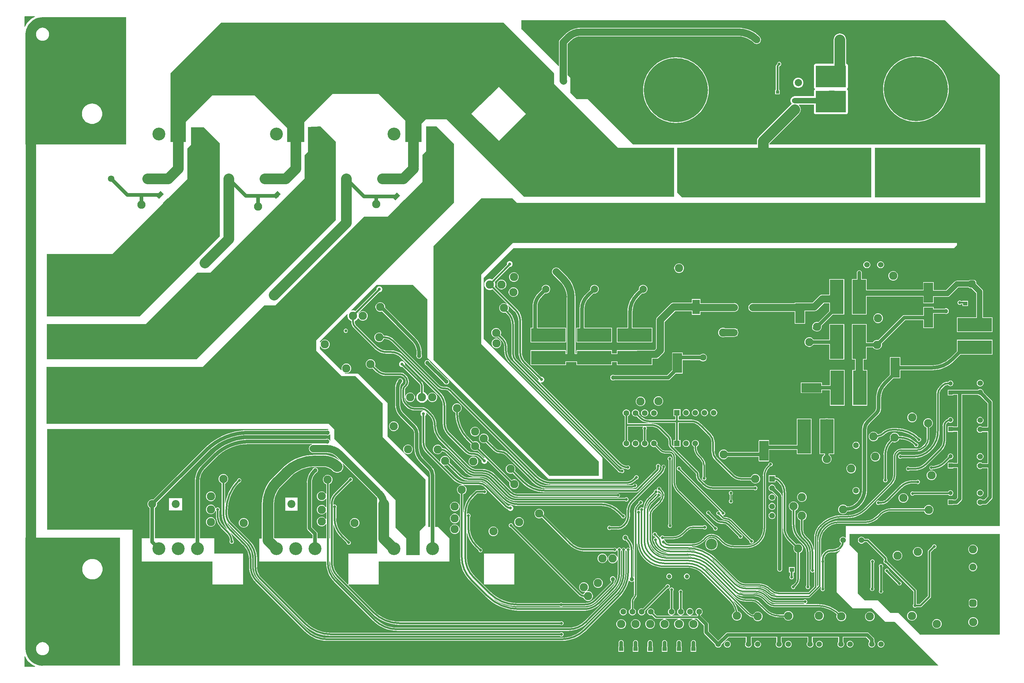
<source format=gbr>
%TF.GenerationSoftware,Altium Limited,Altium Designer,21.6.4 (81)*%
G04 Layer_Physical_Order=1*
G04 Layer_Color=255*
%FSLAX43Y43*%
%MOMM*%
%TF.SameCoordinates,76D5CAF9-2094-4FD7-9A7B-915B2AFADFAF*%
%TF.FilePolarity,Positive*%
%TF.FileFunction,Copper,L1,Top,Signal*%
%TF.Part,Single*%
G01*
G75*
%TA.AperFunction,Conductor*%
%ADD10C,0.500*%
%ADD11C,3.000*%
%ADD12C,1.000*%
%ADD13C,0.400*%
%ADD14C,0.500*%
%ADD15C,2.000*%
%TA.AperFunction,NonConductor*%
%ADD16C,7.620*%
%TA.AperFunction,SMDPad,CuDef*%
%ADD17R,2.500X5.500*%
%ADD18R,5.500X2.500*%
%ADD19R,3.750X9.500*%
%ADD20R,9.500X3.750*%
%ADD21R,1.200X1.100*%
%ADD22R,1.350X0.950*%
%ADD23R,2.000X4.000*%
%ADD24R,0.900X0.850*%
G04:AMPARAMS|DCode=25|XSize=1.8mm|YSize=1.3mm|CornerRadius=0mm|HoleSize=0mm|Usage=FLASHONLY|Rotation=45.000|XOffset=0mm|YOffset=0mm|HoleType=Round|Shape=Rectangle|*
%AMROTATEDRECTD25*
4,1,4,-0.177,-1.096,-1.096,-0.177,0.177,1.096,1.096,0.177,-0.177,-1.096,0.0*
%
%ADD25ROTATEDRECTD25*%

%ADD26R,1.300X1.800*%
%TA.AperFunction,Conductor*%
%ADD27C,1.500*%
%ADD28C,0.800*%
%ADD29C,0.300*%
%ADD30C,0.600*%
%ADD31R,2.975X141.525*%
%ADD32R,2.500X5.500*%
%ADD33R,5.500X2.500*%
%ADD34R,5.969X8.382*%
%ADD35R,8.382X5.969*%
%ADD36R,29.130X13.775*%
%TA.AperFunction,ComponentPad*%
%ADD37C,6.604*%
%ADD38C,1.524*%
%ADD39C,2.000*%
%ADD40C,3.556*%
%ADD41C,1.950*%
G04:AMPARAMS|DCode=42|XSize=1.95mm|YSize=1.95mm|CornerRadius=0.488mm|HoleSize=0mm|Usage=FLASHONLY|Rotation=90.000|XOffset=0mm|YOffset=0mm|HoleType=Round|Shape=RoundedRectangle|*
%AMROUNDEDRECTD42*
21,1,1.950,0.975,0,0,90.0*
21,1,0.975,1.950,0,0,90.0*
1,1,0.975,0.488,0.488*
1,1,0.975,0.488,-0.488*
1,1,0.975,-0.488,-0.488*
1,1,0.975,-0.488,0.488*
%
%ADD42ROUNDEDRECTD42*%
%ADD43C,2.286*%
%ADD44C,1.600*%
G04:AMPARAMS|DCode=45|XSize=1.6mm|YSize=1.6mm|CornerRadius=0.4mm|HoleSize=0mm|Usage=FLASHONLY|Rotation=180.000|XOffset=0mm|YOffset=0mm|HoleType=Round|Shape=RoundedRectangle|*
%AMROUNDEDRECTD45*
21,1,1.600,0.800,0,0,180.0*
21,1,0.800,1.600,0,0,180.0*
1,1,0.800,-0.400,0.400*
1,1,0.800,0.400,0.400*
1,1,0.800,0.400,-0.400*
1,1,0.800,-0.400,-0.400*
%
%ADD45ROUNDEDRECTD45*%
%ADD46C,1.550*%
%ADD47R,1.550X1.550*%
%ADD48R,1.500X1.500*%
%ADD49C,1.500*%
%ADD50R,1.550X1.550*%
%ADD51R,1.600X1.600*%
G04:AMPARAMS|DCode=52|XSize=1.95mm|YSize=1.95mm|CornerRadius=0.488mm|HoleSize=0mm|Usage=FLASHONLY|Rotation=180.000|XOffset=0mm|YOffset=0mm|HoleType=Round|Shape=RoundedRectangle|*
%AMROUNDEDRECTD52*
21,1,1.950,0.975,0,0,180.0*
21,1,0.975,1.950,0,0,180.0*
1,1,0.975,-0.488,0.488*
1,1,0.975,0.488,0.488*
1,1,0.975,0.488,-0.488*
1,1,0.975,-0.488,-0.488*
%
%ADD52ROUNDEDRECTD52*%
%ADD53O,4.826X6.350*%
%ADD54C,6.350*%
%ADD55O,6.350X4.826*%
%ADD56C,1.300*%
%ADD57R,1.300X1.300*%
%ADD58C,1.200*%
%ADD59R,1.200X1.200*%
%ADD60R,1.500X1.500*%
%ADD61C,2.200*%
%ADD62O,6.600X6.000*%
%ADD63O,5.588X5.080*%
%ADD64O,1.524X2.032*%
%ADD65C,3.048*%
%ADD66C,1.800*%
%ADD67O,8.890X5.080*%
%TA.AperFunction,ViaPad*%
%ADD68C,1.270*%
%ADD69C,1.000*%
%ADD70C,0.800*%
%ADD71C,1.200*%
%ADD72C,1.800*%
G36*
X2943Y179873D02*
X2354Y179582D01*
X1779Y179198D01*
X1258Y178742D01*
X802Y178221D01*
X418Y177646D01*
X111Y177025D01*
X102Y176998D01*
X-23Y177018D01*
X-25Y179910D01*
X65Y180000D01*
X2914Y180000D01*
X2943Y179873D01*
D02*
G37*
G36*
X269715Y163735D02*
X269715Y128350D01*
D01*
X269714Y38900D01*
X227175D01*
Y35765D01*
X227048Y35713D01*
X226986Y35774D01*
X226769Y35900D01*
X226526Y35965D01*
X226274D01*
X226031Y35900D01*
X225814Y35774D01*
X225636Y35596D01*
X225510Y35379D01*
X225445Y35136D01*
Y34884D01*
X225510Y34641D01*
X225636Y34424D01*
X225814Y34246D01*
X225908Y34191D01*
X225818Y33895D01*
X225639Y33558D01*
X225422Y33294D01*
X225328Y33209D01*
X225328D01*
X225328Y33209D01*
X225233Y33128D01*
X225108Y33021D01*
X224750Y32801D01*
X224362Y32640D01*
X223953Y32542D01*
X223548Y32511D01*
X223534Y32513D01*
X223532Y32513D01*
X223532Y32513D01*
X223532Y32513D01*
X222982D01*
Y32517D01*
X222493Y32469D01*
X222024Y32327D01*
X221591Y32095D01*
X221307Y31862D01*
X221212Y31784D01*
X221211Y31784D01*
X221212Y31783D01*
X221212Y31780D01*
X220909Y31426D01*
X220666Y31028D01*
X220487Y30597D01*
X220406Y30258D01*
X220279Y30273D01*
Y34656D01*
X220275Y34677D01*
X220316Y35304D01*
X220442Y35940D01*
X220651Y36555D01*
X220938Y37137D01*
X221299Y37677D01*
X221727Y38165D01*
X222215Y38593D01*
X222754Y38953D01*
X223336Y39240D01*
X223951Y39449D01*
X224587Y39575D01*
X225215Y39617D01*
X225235Y39613D01*
X232409D01*
X232535Y39609D01*
Y39609D01*
X233199Y39653D01*
X233851Y39782D01*
X234481Y39996D01*
X235077Y40290D01*
X235630Y40660D01*
X236038Y41017D01*
X236130Y41098D01*
X236132Y41100D01*
X236218Y41191D01*
X236898Y41870D01*
X236912Y41892D01*
X237368Y42281D01*
X237899Y42607D01*
X238475Y42845D01*
X239081Y42991D01*
X239677Y43038D01*
X239702Y43033D01*
X248818D01*
X248851Y42910D01*
X249025Y42608D01*
X249272Y42362D01*
X249574Y42187D01*
X249910Y42097D01*
X250258D01*
X250595Y42187D01*
X250896Y42362D01*
X251143Y42608D01*
X251317Y42910D01*
X251407Y43246D01*
Y43594D01*
X251317Y43931D01*
X251143Y44233D01*
X250896Y44479D01*
X250595Y44653D01*
X250258Y44743D01*
X249910D01*
X249574Y44653D01*
X249272Y44479D01*
X249025Y44233D01*
X248851Y43931D01*
X248818Y43808D01*
X239702D01*
Y43810D01*
X239083Y43770D01*
X238475Y43649D01*
X237888Y43449D01*
X237331Y43175D01*
X236815Y42830D01*
X236442Y42503D01*
X236349Y42421D01*
X236348Y42420D01*
X236261Y42329D01*
X235581Y41650D01*
X235572Y41637D01*
X235159Y41274D01*
X234690Y40961D01*
X234185Y40712D01*
X233651Y40530D01*
X233098Y40420D01*
X232551Y40384D01*
X232536Y40387D01*
X232535Y40387D01*
X232534Y40387D01*
X232534Y40387D01*
X225235D01*
Y40392D01*
X224486Y40343D01*
X223750Y40197D01*
X223040Y39956D01*
X222367Y39624D01*
X221743Y39207D01*
X221179Y38712D01*
X220684Y38148D01*
X220268Y37524D01*
X219936Y36851D01*
X219694Y36141D01*
X219548Y35405D01*
X219499Y34656D01*
X219504D01*
Y23403D01*
Y22508D01*
X219330Y22334D01*
X219212Y22383D01*
Y24028D01*
Y35700D01*
X219210Y35714D01*
X219245Y36254D01*
X219353Y36797D01*
X219531Y37322D01*
X219776Y37819D01*
X220084Y38279D01*
X220362Y38597D01*
X220392Y38629D01*
X220470Y38707D01*
X220655Y38913D01*
X221299Y39489D01*
X222003Y39989D01*
X222759Y40407D01*
X223557Y40737D01*
X224387Y40976D01*
X225239Y41121D01*
X225975Y41162D01*
X226102Y41163D01*
X226102Y41163D01*
X226102Y41163D01*
X226103Y41163D01*
X226104Y41163D01*
X227529D01*
X227655Y41159D01*
Y41159D01*
X228467Y41204D01*
X229270Y41341D01*
X230052Y41566D01*
X230804Y41877D01*
X231516Y42271D01*
X232180Y42742D01*
X232694Y43201D01*
X232786Y43284D01*
X232788Y43285D01*
X232873Y43377D01*
X239890Y50393D01*
X239981Y50480D01*
X239982Y50481D01*
X240061Y50573D01*
X240348Y50909D01*
X240642Y51389D01*
X240858Y51909D01*
X240989Y52456D01*
X241033Y53017D01*
X241030D01*
Y58068D01*
X241025Y58089D01*
X241071Y58434D01*
X241212Y58775D01*
X241436Y59067D01*
X241573Y59172D01*
X241573Y59172D01*
X241665Y59260D01*
X241854Y59405D01*
X242148Y59526D01*
X242447Y59566D01*
X242463Y59563D01*
X246791D01*
X246918Y59562D01*
X246918Y59562D01*
X247042Y59572D01*
X247334Y59595D01*
X247739Y59692D01*
X248124Y59851D01*
X248479Y60069D01*
X248703Y60261D01*
X248796Y60340D01*
X248797Y60341D01*
X248887Y60431D01*
X249411Y60955D01*
X249501Y61044D01*
X249502Y61045D01*
X249581Y61138D01*
X249785Y61376D01*
X250012Y61746D01*
X250178Y62148D01*
X250279Y62570D01*
X250313Y63004D01*
X250312D01*
Y66127D01*
X250436Y66160D01*
X250737Y66334D01*
X250984Y66580D01*
X251158Y66882D01*
X251248Y67218D01*
Y67567D01*
X251158Y67903D01*
X250984Y68205D01*
X250737Y68451D01*
X250436Y68625D01*
X250099Y68716D01*
X249751D01*
X249414Y68625D01*
X249113Y68451D01*
X248866Y68205D01*
X248692Y67903D01*
X248602Y67567D01*
Y67218D01*
X248692Y66882D01*
X248866Y66580D01*
X249113Y66334D01*
X249414Y66160D01*
X249537Y66127D01*
Y63004D01*
X249540Y62989D01*
X249503Y62614D01*
X249390Y62239D01*
X249205Y61894D01*
X249035Y61686D01*
X248953Y61593D01*
X248953Y61593D01*
X248863Y61503D01*
X248249Y60889D01*
X248241Y60878D01*
X247965Y60651D01*
X247639Y60477D01*
X247286Y60370D01*
X246931Y60335D01*
X246918Y60337D01*
X242463D01*
Y60340D01*
X242075Y60301D01*
X241701Y60188D01*
X241357Y60004D01*
X241151Y59835D01*
X241056Y59757D01*
X240964Y59672D01*
X240891Y59612D01*
X240620Y59281D01*
X240418Y58904D01*
X240294Y58494D01*
X240252Y58068D01*
X240255D01*
X240255Y58068D01*
Y53017D01*
X240257Y53005D01*
X240223Y52577D01*
X240120Y52148D01*
X239952Y51741D01*
X239721Y51364D01*
X239514Y51123D01*
X239431Y51030D01*
X239431Y51030D01*
X232237Y43836D01*
X232226Y43819D01*
X231697Y43347D01*
X231104Y42926D01*
X230468Y42575D01*
X229796Y42296D01*
X229097Y42095D01*
X228381Y41973D01*
X227675Y41934D01*
X227655Y41937D01*
X227654Y41937D01*
X227654Y41937D01*
X227653Y41937D01*
X226228D01*
X226102Y41940D01*
X226101Y41940D01*
X225977Y41934D01*
X225271Y41899D01*
X224448Y41777D01*
X223642Y41575D01*
X222859Y41295D01*
X222107Y40940D01*
X221394Y40512D01*
X220726Y40017D01*
X220110Y39458D01*
X219988Y39325D01*
X219897Y39238D01*
X219897Y39238D01*
X219470Y38751D01*
X219105Y38206D01*
X218816Y37618D01*
X218605Y36998D01*
X218477Y36355D01*
X218442Y35825D01*
X218434Y35701D01*
X218434Y35700D01*
X218438Y35574D01*
Y32403D01*
X218311Y32399D01*
X218310Y32404D01*
X218172Y33100D01*
X217944Y33772D01*
X217630Y34408D01*
X217236Y34998D01*
X216849Y35439D01*
X216768Y35532D01*
X216766Y35533D01*
X216675Y35620D01*
X216371Y35924D01*
X216371Y35924D01*
X216172Y36123D01*
X216083Y36212D01*
X216083Y36212D01*
X216082Y36212D01*
X215998Y36305D01*
X215802Y36544D01*
X215599Y36923D01*
X215474Y37335D01*
X215444Y37643D01*
X215438Y37767D01*
X215438Y37768D01*
X215438Y37894D01*
Y40523D01*
X215511Y40542D01*
X215812Y40716D01*
X216059Y40963D01*
X216233Y41264D01*
X216323Y41601D01*
Y41949D01*
X216233Y42286D01*
X216059Y42587D01*
X215812Y42834D01*
X215511Y43008D01*
X215174Y43098D01*
X214826D01*
X214489Y43008D01*
X214188Y42834D01*
X213941Y42587D01*
X213767Y42286D01*
X213677Y41949D01*
Y41601D01*
X213767Y41264D01*
X213941Y40963D01*
X214188Y40716D01*
X214489Y40542D01*
X214562Y40523D01*
Y37896D01*
X214561Y37769D01*
X214561Y37763D01*
X214570Y37646D01*
X214598Y37283D01*
X214711Y36815D01*
X214895Y36371D01*
X215146Y35961D01*
X215382Y35684D01*
X215458Y35595D01*
X215463Y35591D01*
X215463Y35591D01*
X215464D01*
X215751Y35304D01*
X215751Y35304D01*
X216054Y35000D01*
X216143Y34912D01*
X216143Y34912D01*
X216143Y34912D01*
X216143Y34912D01*
X216144Y34911D01*
X216144Y34911D01*
X216144Y34911D01*
X216144Y34911D01*
X216231Y34820D01*
X216542Y34466D01*
X216873Y33971D01*
X217136Y33437D01*
X217327Y32874D01*
X217443Y32290D01*
X217481Y31717D01*
X217477Y31696D01*
Y27003D01*
X217423Y26950D01*
X217335Y26736D01*
Y26506D01*
X217423Y26292D01*
X217586Y26129D01*
X217800Y26041D01*
X218030D01*
X218244Y26129D01*
X218311Y26196D01*
X218438Y26144D01*
Y24028D01*
Y22262D01*
X216863Y20687D01*
X215795D01*
X215795Y20687D01*
X209070D01*
X209070Y20687D01*
X208576D01*
X208564Y20685D01*
X208145Y20718D01*
X207724Y20819D01*
X207324Y20985D01*
X206956Y21211D01*
X206722Y21410D01*
X206631Y21497D01*
X206630Y21498D01*
X206537Y21580D01*
X206112Y21953D01*
X205539Y22336D01*
X204921Y22640D01*
X204268Y22862D01*
X203593Y22996D01*
X203021Y23034D01*
X202905Y23041D01*
X202896Y23041D01*
X202769Y23037D01*
X200652D01*
X200652Y23037D01*
X199781D01*
X199781Y23037D01*
X199447D01*
X199433Y23035D01*
X198989Y23070D01*
X198542Y23177D01*
X198117Y23353D01*
X197726Y23593D01*
X197385Y23884D01*
X197377Y23896D01*
X197143Y24130D01*
X197143Y24130D01*
X191631Y29641D01*
X191545Y29733D01*
X191540Y29738D01*
X191454Y29818D01*
X190757Y30456D01*
X189915Y31103D01*
X189019Y31673D01*
X188077Y32164D01*
X187096Y32570D01*
X186083Y32889D01*
X185046Y33119D01*
X184569Y33182D01*
X184577Y33309D01*
X184583D01*
X184709Y33307D01*
X184711Y33307D01*
X184832Y33315D01*
X185301Y33346D01*
X185881Y33461D01*
X186440Y33651D01*
X186971Y33912D01*
X187462Y34241D01*
X187817Y34552D01*
X187907Y34631D01*
X187910Y34635D01*
X187998Y34725D01*
X188593Y35321D01*
X188683Y35410D01*
X188683Y35410D01*
X188776Y35492D01*
X188971Y35652D01*
X189302Y35829D01*
X189660Y35937D01*
X189909Y35962D01*
X190032Y35970D01*
X190032Y35970D01*
X190032Y35970D01*
X190157Y35965D01*
X190516Y35929D01*
X190981Y35788D01*
X191410Y35559D01*
X191692Y35328D01*
X191784Y35244D01*
X191784Y35243D01*
X191784Y35243D01*
X191784Y35243D01*
X191786Y35241D01*
X191786Y35241D01*
X191873Y35154D01*
X192665Y34362D01*
X192752Y34271D01*
X192753Y34270D01*
X192845Y34189D01*
X193227Y33854D01*
X193750Y33505D01*
X194315Y33226D01*
X194911Y33024D01*
X195529Y32901D01*
X196034Y32868D01*
X196157Y32860D01*
X196159Y32860D01*
X196285Y32863D01*
X200054D01*
X200098Y32871D01*
X200490Y32897D01*
X201130Y33024D01*
X201748Y33234D01*
X202334Y33523D01*
X202877Y33886D01*
X203367Y34316D01*
X203370Y34317D01*
X203372Y34318D01*
X203452Y34410D01*
X203864Y34879D01*
X204278Y35499D01*
X204608Y36168D01*
X204848Y36875D01*
X204993Y37607D01*
X205042Y38351D01*
X205037D01*
Y52792D01*
X205037Y52792D01*
X205037Y52792D01*
X205037Y52794D01*
X205034Y52811D01*
X205073Y53312D01*
X205195Y53818D01*
X205394Y54298D01*
X205666Y54742D01*
X205993Y55125D01*
X206008Y55135D01*
X206293Y55420D01*
X206440D01*
X206654Y55508D01*
X206817Y55671D01*
X206905Y55885D01*
Y56115D01*
X206817Y56329D01*
X206654Y56492D01*
X206440Y56580D01*
X206210D01*
X205996Y56492D01*
X205833Y56329D01*
X205745Y56115D01*
Y55968D01*
X205549Y55772D01*
X205457Y55687D01*
X205456Y55686D01*
X205377Y55593D01*
X205039Y55198D01*
X204703Y54650D01*
X204458Y54057D01*
X204308Y53433D01*
X204257Y52793D01*
X204263Y52792D01*
X204263Y52791D01*
Y38351D01*
X204267Y38331D01*
X204226Y37708D01*
X204100Y37075D01*
X203893Y36465D01*
X203607Y35887D01*
X203249Y35351D01*
X202906Y34959D01*
X202819Y34868D01*
X202819Y34868D01*
X202811Y34855D01*
X202405Y34500D01*
X201947Y34194D01*
X201452Y33950D01*
X200930Y33772D01*
X200389Y33665D01*
X200036Y33642D01*
X200036Y33642D01*
Y33642D01*
X200032Y33637D01*
X196159D01*
X196133Y33632D01*
X195525Y33680D01*
X194908Y33828D01*
X194322Y34071D01*
X193781Y34402D01*
X193317Y34799D01*
X193302Y34821D01*
X192422Y35701D01*
X192334Y35792D01*
X192331Y35796D01*
X192240Y35874D01*
X191943Y36127D01*
X191508Y36394D01*
X191037Y36589D01*
X190541Y36708D01*
X190156Y36738D01*
X190156Y36738D01*
X190153Y36738D01*
X190033Y36748D01*
X190032Y36748D01*
X190032Y36746D01*
X189613Y36713D01*
X189204Y36615D01*
X188815Y36454D01*
X188456Y36234D01*
X188228Y36039D01*
X188136Y35960D01*
X188134Y35958D01*
X188045Y35868D01*
X187450Y35273D01*
X187361Y35184D01*
X187360Y35183D01*
X187269Y35097D01*
X186914Y34794D01*
X186413Y34486D01*
X185869Y34261D01*
X185297Y34124D01*
X184732Y34079D01*
X184709Y34084D01*
X181818D01*
X181818Y34084D01*
X178695D01*
X178695Y34084D01*
X178268D01*
X178252Y34081D01*
X177944Y34121D01*
X177642Y34246D01*
X177395Y34436D01*
X177385Y34451D01*
X177302Y34534D01*
Y34681D01*
X177214Y34894D01*
X177050Y35057D01*
X176928Y35108D01*
X176877Y35252D01*
X176889Y35272D01*
X176937Y35310D01*
X179258D01*
X179385Y35308D01*
X179387Y35308D01*
X179508Y35316D01*
X179929Y35344D01*
X180462Y35450D01*
X180977Y35625D01*
X181464Y35865D01*
X181916Y36167D01*
X182233Y36444D01*
X182325Y36525D01*
X182326Y36527D01*
X182415Y36617D01*
X183244Y37447D01*
X183334Y37536D01*
X183334Y37536D01*
X183426Y37620D01*
X183682Y37829D01*
X184082Y38043D01*
X184516Y38175D01*
X184947Y38217D01*
X184967Y38213D01*
X187683D01*
X187787Y38109D01*
X188000Y38021D01*
X188231D01*
X188444Y38109D01*
X188607Y38272D01*
X188696Y38486D01*
Y38716D01*
X188607Y38929D01*
X188444Y39093D01*
X188231Y39181D01*
X188000D01*
X187787Y39093D01*
X187683Y38988D01*
X184967D01*
Y38990D01*
X184485Y38952D01*
X184014Y38839D01*
X183567Y38654D01*
X183154Y38401D01*
X182879Y38166D01*
X182786Y38087D01*
X182785Y38085D01*
X182697Y37995D01*
X181867Y37165D01*
X181777Y37075D01*
X181777Y37075D01*
X181685Y36990D01*
X181376Y36726D01*
X180923Y36448D01*
X180432Y36245D01*
X179916Y36121D01*
X179404Y36081D01*
X179385Y36085D01*
X176860D01*
X176755Y36189D01*
X176542Y36277D01*
X176312D01*
X176098Y36189D01*
X175935Y36026D01*
X175854Y35830D01*
X175730Y35782D01*
X175614Y35923D01*
X175611Y35925D01*
X175520Y36014D01*
X174894Y36641D01*
Y36788D01*
X174805Y37001D01*
X174642Y37164D01*
X174429Y37253D01*
X174198D01*
X173985Y37164D01*
X173822Y37001D01*
X173734Y36788D01*
Y36557D01*
X173822Y36344D01*
X173985Y36181D01*
X174198Y36093D01*
X174346D01*
X174625Y35814D01*
X174624Y35811D01*
X174562Y35696D01*
X174370D01*
X174157Y35608D01*
X173993Y35445D01*
X173905Y35232D01*
Y35001D01*
X173993Y34788D01*
X174157Y34625D01*
X174164Y34622D01*
X174242Y34298D01*
X174424Y33857D01*
X174673Y33450D01*
X174907Y33177D01*
X174983Y33088D01*
X174988Y33079D01*
X175074Y32998D01*
X175080Y32992D01*
X175173Y32886D01*
X175630Y32486D01*
X176135Y32148D01*
X176679Y31880D01*
X177254Y31685D01*
X177676Y31601D01*
X177660Y31475D01*
X177297Y31498D01*
X176728Y31611D01*
X176179Y31798D01*
X175660Y32054D01*
X175178Y32376D01*
X174742Y32758D01*
X174360Y33194D01*
X174038Y33676D01*
X173782Y34195D01*
X173596Y34744D01*
X173482Y35312D01*
X173445Y35887D01*
X173449Y35907D01*
X173449Y41730D01*
X173449Y41857D01*
X173449Y41857D01*
X173455Y41981D01*
X173487Y42298D01*
X173615Y42722D01*
X173824Y43112D01*
X174093Y43440D01*
X174108Y43450D01*
X176008Y45350D01*
X176098Y45438D01*
X176099Y45438D01*
X176179Y45531D01*
X176408Y45800D01*
X176657Y46206D01*
X176839Y46646D01*
X176950Y47108D01*
X176985Y47553D01*
X176985D01*
X176985Y47557D01*
X176985Y47558D01*
X176985Y47571D01*
X176983Y47625D01*
X176983Y47625D01*
X176972Y47673D01*
X176972Y47674D01*
X176952Y47870D01*
X176837Y48250D01*
X176650Y48599D01*
X176476Y48812D01*
X176399Y48906D01*
X176397Y48907D01*
X176306Y48995D01*
X176104Y49198D01*
Y49345D01*
X176015Y49558D01*
X175852Y49722D01*
X175639Y49810D01*
X175408D01*
X175195Y49722D01*
X175032Y49558D01*
X174944Y49345D01*
Y49114D01*
X174967Y49059D01*
X174870Y48962D01*
X174765Y49005D01*
X174535D01*
X174321Y48917D01*
X174158Y48754D01*
X174070Y48540D01*
Y48393D01*
X172696Y47019D01*
X172605Y46933D01*
X172604Y46932D01*
X172523Y46840D01*
X172161Y46427D01*
X171788Y45868D01*
X171490Y45265D01*
X171274Y44628D01*
X171158Y44042D01*
X171035Y43994D01*
X171019Y43996D01*
X170815Y44080D01*
X170585D01*
X170371Y43992D01*
X170208Y43829D01*
X170120Y43615D01*
Y43385D01*
X170022Y43288D01*
X169922Y43330D01*
X169691D01*
X169516Y43257D01*
X169395Y43324D01*
X169399Y43366D01*
X169516Y43753D01*
X169707Y44109D01*
X169885Y44327D01*
X169968Y44420D01*
X169968Y44420D01*
X170057Y44509D01*
X170393Y44845D01*
X170540D01*
X170754Y44933D01*
X170917Y45096D01*
X171005Y45310D01*
Y45540D01*
X170917Y45754D01*
X170754Y45917D01*
X170540Y46005D01*
X170310D01*
X170096Y45917D01*
X169933Y45754D01*
X169845Y45540D01*
Y45393D01*
X169510Y45058D01*
X169419Y44969D01*
X169417Y44967D01*
X169339Y44875D01*
X169129Y44629D01*
X168897Y44250D01*
X168726Y43839D01*
X168623Y43407D01*
X168588Y42964D01*
X168589D01*
Y24920D01*
X168469Y24864D01*
X168388Y24921D01*
Y32200D01*
X168390D01*
X168350Y32809D01*
X168231Y33407D01*
X168035Y33985D01*
X167765Y34532D01*
X167426Y35040D01*
X167104Y35408D01*
X167024Y35499D01*
X167021Y35501D01*
X166980Y35611D01*
Y35803D01*
X166927Y36001D01*
X166824Y36179D01*
X166679Y36324D01*
X166501Y36427D01*
X166303Y36480D01*
X166097D01*
X165899Y36427D01*
X165721Y36324D01*
X165576Y36179D01*
X165473Y36001D01*
X165420Y35803D01*
Y35597D01*
X165473Y35399D01*
X165576Y35221D01*
X165721Y35076D01*
X165899Y34973D01*
X166097Y34920D01*
X166303D01*
X166348Y34932D01*
X166400Y34880D01*
X166400Y34880D01*
X166400Y34880D01*
X166401Y34879D01*
X166488Y34789D01*
X166794Y34430D01*
X167105Y33922D01*
X167333Y33372D01*
X167454Y32871D01*
X167339Y32807D01*
X167279Y32867D01*
X167065Y32955D01*
X166835D01*
X166621Y32867D01*
X166458Y32704D01*
X166406Y32578D01*
X166269D01*
X166217Y32704D01*
X166054Y32867D01*
X165840Y32955D01*
X165610D01*
X165396Y32867D01*
X165233Y32704D01*
X165184Y32584D01*
X165046D01*
X164992Y32715D01*
X164829Y32878D01*
X164616Y32967D01*
X164385D01*
X164172Y32878D01*
X164009Y32715D01*
X163941Y32553D01*
X163804D01*
X163742Y32704D01*
X163579Y32867D01*
X163365Y32955D01*
X163135D01*
X162921Y32867D01*
X162868Y32813D01*
X157106D01*
X157106Y32813D01*
X154904D01*
X154879Y32809D01*
X154247Y32850D01*
X153602Y32978D01*
X152979Y33190D01*
X152389Y33481D01*
X151843Y33846D01*
X151366Y34264D01*
X151353Y34284D01*
X149796Y35841D01*
X149796Y35841D01*
X143621Y42016D01*
X143672Y42206D01*
Y42554D01*
X143582Y42890D01*
X143408Y43192D01*
X143161Y43438D01*
X142860Y43613D01*
X142523Y43703D01*
X142175D01*
X141838Y43613D01*
X141537Y43438D01*
X141290Y43192D01*
X141116Y42890D01*
X141026Y42554D01*
Y42206D01*
X141116Y41869D01*
X141290Y41567D01*
X141537Y41321D01*
X141838Y41147D01*
X142175Y41057D01*
X142523D01*
X142860Y41147D01*
X143107Y41290D01*
X149176Y35221D01*
X149176Y35221D01*
X150733Y33664D01*
X150733Y33664D01*
X150730Y33661D01*
X151310Y33152D01*
X151952Y32723D01*
X152645Y32382D01*
X153376Y32134D01*
X154133Y31983D01*
X154779Y31941D01*
X154904Y31932D01*
Y31937D01*
X154904Y31937D01*
X157106D01*
X157106Y31937D01*
X162868D01*
X162921Y31883D01*
X163135Y31795D01*
X163365D01*
X163579Y31883D01*
X163742Y32046D01*
X163809Y32208D01*
X163946D01*
X164009Y32058D01*
X164062Y32005D01*
Y30378D01*
X163935Y30361D01*
X163915Y30435D01*
X163741Y30737D01*
X163494Y30983D01*
X163193Y31158D01*
X162856Y31248D01*
X162508D01*
X162171Y31158D01*
X161870Y30983D01*
X161623Y30737D01*
X161449Y30435D01*
X161359Y30099D01*
Y29751D01*
X161449Y29414D01*
X161623Y29112D01*
X161870Y28866D01*
X162171Y28692D01*
X162508Y28602D01*
X162856D01*
X163193Y28692D01*
X163494Y28866D01*
X163741Y29112D01*
X163915Y29414D01*
X163935Y29489D01*
X164062Y29472D01*
Y25817D01*
X164068Y25788D01*
X164022Y25087D01*
X163879Y24369D01*
X163644Y23676D01*
X163320Y23020D01*
X162913Y22411D01*
X162449Y21882D01*
X162424Y21865D01*
X158512Y17954D01*
X158423Y17864D01*
X158423Y17864D01*
X158332Y17776D01*
X157930Y17423D01*
X157382Y17057D01*
X156791Y16765D01*
X156167Y16554D01*
X155520Y16425D01*
X154888Y16384D01*
X154863Y16388D01*
X154862Y16388D01*
X154861Y16388D01*
X154861Y16388D01*
X136902D01*
X136870Y16382D01*
X135828Y16428D01*
X134770Y16567D01*
X133727Y16798D01*
X132709Y17119D01*
X131723Y17528D01*
X130776Y18021D01*
X129892Y18583D01*
X129881Y18602D01*
X129973Y18693D01*
X130659Y18257D01*
X131524Y17807D01*
X132424Y17433D01*
X133354Y17140D01*
X134306Y16929D01*
X135273Y16802D01*
X136127Y16765D01*
X136247Y16759D01*
X136253Y16760D01*
X136379Y16762D01*
X148043D01*
X148096Y16708D01*
X148310Y16620D01*
X148540D01*
X148754Y16708D01*
X148807Y16762D01*
X154850D01*
X154976Y16760D01*
X154978Y16760D01*
X155100Y16768D01*
X155565Y16799D01*
X156141Y16913D01*
X156698Y17102D01*
X157225Y17362D01*
X157713Y17689D01*
X158063Y17996D01*
X158155Y18076D01*
X158157Y18078D01*
X158245Y18168D01*
X163023Y22945D01*
X163118Y23088D01*
X163151Y23255D01*
Y23590D01*
X163191Y23613D01*
X163337Y23759D01*
X163439Y23937D01*
X163492Y24135D01*
Y24340D01*
X163439Y24539D01*
X163337Y24717D01*
X163191Y24862D01*
X163014Y24964D01*
X162815Y25018D01*
X162610D01*
X162411Y24964D01*
X162234Y24862D01*
X162088Y24717D01*
X161986Y24539D01*
X161932Y24340D01*
Y24135D01*
X161986Y23937D01*
X162088Y23759D01*
X162234Y23613D01*
X162274Y23590D01*
Y23437D01*
X157536Y18699D01*
X157521Y18677D01*
X157107Y18323D01*
X156622Y18026D01*
X156097Y17809D01*
X155545Y17676D01*
X155002Y17633D01*
X154977Y17638D01*
X148807D01*
X148754Y17692D01*
X148540Y17780D01*
X148310D01*
X148096Y17692D01*
X148043Y17638D01*
X136253D01*
X136219Y17632D01*
X135237Y17680D01*
X134236Y17828D01*
X133255Y18074D01*
X132303Y18415D01*
X131389Y18847D01*
X130521Y19367D01*
X129709Y19970D01*
X128979Y20632D01*
X128959Y20661D01*
X124498Y25122D01*
X124474Y25138D01*
X123946Y25729D01*
X123472Y26396D01*
X123076Y27113D01*
X122763Y27869D01*
X122536Y28655D01*
X122399Y29462D01*
X122355Y30252D01*
X122361Y30280D01*
Y36902D01*
X122487Y36912D01*
X122490Y36898D01*
X122726Y36078D01*
X123052Y35290D01*
X123465Y34543D01*
X123959Y33847D01*
X124446Y33303D01*
X124527Y33211D01*
X124530Y33209D01*
X124622Y33122D01*
X125541Y32203D01*
Y32127D01*
X125629Y31914D01*
X125792Y31751D01*
X126006Y31663D01*
X126236D01*
X126449Y31751D01*
X126613Y31914D01*
X126701Y32127D01*
Y32358D01*
X126613Y32571D01*
X126449Y32734D01*
X126236Y32823D01*
X126161D01*
X125242Y33742D01*
X125152Y33831D01*
X125152Y33832D01*
X125152Y33832D01*
X125152Y33832D01*
X125063Y33922D01*
X124642Y34392D01*
X124205Y35008D01*
X123840Y35669D01*
X123551Y36367D01*
X123342Y37093D01*
X123215Y37837D01*
X123174Y38567D01*
X123179Y38591D01*
X123179Y38593D01*
X123179Y38593D01*
X123179Y38594D01*
Y41402D01*
X123244Y41467D01*
X123332Y41680D01*
Y41911D01*
X123244Y42124D01*
X123081Y42287D01*
X122868Y42376D01*
X122637D01*
X122488Y42314D01*
X122361Y42390D01*
Y42512D01*
X122361Y42513D01*
X122361Y42513D01*
X122361Y42515D01*
X122356Y42536D01*
X122395Y43217D01*
X122512Y43910D01*
X122707Y44586D01*
X122976Y45236D01*
X123316Y45852D01*
X123723Y46425D01*
X124177Y46933D01*
X124196Y46946D01*
X125208Y47958D01*
X126864D01*
X126917Y47904D01*
X127130Y47816D01*
X127361D01*
X127574Y47904D01*
X127737Y48067D01*
X127825Y48281D01*
Y48511D01*
X127737Y48725D01*
X127574Y48888D01*
X127361Y48976D01*
X127130D01*
X126917Y48888D01*
X126864Y48834D01*
X125026D01*
X124859Y48801D01*
X124716Y48706D01*
X123576Y47566D01*
X123576Y47566D01*
X123574Y47568D01*
X123040Y46970D01*
X122576Y46317D01*
X122189Y45615D01*
X121882Y44875D01*
X121660Y44105D01*
X121526Y43315D01*
X121496Y42784D01*
X121369Y42787D01*
Y47720D01*
X121441Y47739D01*
X121743Y47913D01*
X121989Y48160D01*
X122164Y48461D01*
X122254Y48798D01*
Y49146D01*
X122164Y49483D01*
X121989Y49784D01*
X121743Y50031D01*
X121441Y50205D01*
X121474Y50328D01*
X121935Y50297D01*
X122057Y50289D01*
X122060Y50290D01*
X122186Y50291D01*
X125770D01*
X125790Y50295D01*
X126175Y50257D01*
X126565Y50139D01*
X126924Y49947D01*
X127145Y49766D01*
X127237Y49682D01*
X127237Y49682D01*
X127237Y49682D01*
X127237Y49682D01*
X127327Y49593D01*
X132318Y44601D01*
X132732Y44187D01*
X132821Y44096D01*
X132823Y44093D01*
X132916Y44017D01*
X133162Y43815D01*
X133550Y43608D01*
X133672Y43571D01*
X133767Y43407D01*
X133916Y43258D01*
X134098Y43153D01*
X134302Y43098D01*
X134512D01*
X134716Y43153D01*
X134898Y43258D01*
X135047Y43407D01*
X135153Y43589D01*
X135207Y43793D01*
Y44003D01*
X135153Y44207D01*
X135047Y44389D01*
X134898Y44538D01*
X134716Y44644D01*
X134512Y44698D01*
X134302D01*
X134098Y44644D01*
X133916Y44538D01*
X133858Y44480D01*
X133743Y44527D01*
X133485Y44726D01*
X133471Y44746D01*
X132967Y45250D01*
X127976Y50241D01*
X127887Y50331D01*
X127884Y50333D01*
X127793Y50411D01*
X127527Y50638D01*
X127127Y50883D01*
X126694Y51063D01*
X126237Y51172D01*
X125770Y51209D01*
Y51209D01*
X122059D01*
X122028Y51203D01*
X121431Y51250D01*
X120821Y51396D01*
X120241Y51636D01*
X119705Y51965D01*
X119323Y52291D01*
X119234Y52378D01*
X119234Y52378D01*
X119234Y52378D01*
X119232Y52380D01*
X119232Y52380D01*
X119232Y52380D01*
X119232Y52380D01*
X119143Y52470D01*
X116039Y55573D01*
X116102Y55683D01*
X116126Y55677D01*
X116474D01*
X116811Y55767D01*
X116894Y55815D01*
X120331Y52489D01*
X120340Y52483D01*
X120713Y52165D01*
X121187Y51874D01*
X121701Y51661D01*
X122243Y51531D01*
X122674Y51497D01*
X122798Y51487D01*
X122798Y51487D01*
X122924Y51490D01*
X125699D01*
X125719Y51494D01*
X126197Y51456D01*
X126683Y51339D01*
X127144Y51148D01*
X127570Y50887D01*
X127857Y50642D01*
X127948Y50557D01*
X127949Y50556D01*
X128038Y50467D01*
X132066Y46438D01*
X132155Y46348D01*
X132161Y46342D01*
X132248Y46264D01*
X132684Y45874D01*
X133256Y45469D01*
X133870Y45129D01*
X134518Y44861D01*
X135192Y44667D01*
X135883Y44549D01*
X136465Y44517D01*
X136583Y44510D01*
X136589Y44511D01*
X136716Y44512D01*
X159387D01*
X159409Y44516D01*
X160098Y44477D01*
X160799Y44358D01*
X161482Y44161D01*
X162139Y43889D01*
X162762Y43545D01*
X163341Y43134D01*
X163857Y42674D01*
X163870Y42654D01*
X165007Y41517D01*
X165091Y41313D01*
X165254Y41150D01*
X165468Y41062D01*
X165698D01*
X165911Y41150D01*
X166075Y41313D01*
X166163Y41527D01*
Y41757D01*
X166075Y41971D01*
X165911Y42134D01*
X165698Y42222D01*
X165542D01*
X164579Y43185D01*
X164492Y43276D01*
X164490Y43278D01*
X164399Y43359D01*
X163886Y43817D01*
X163227Y44285D01*
X162518Y44677D01*
X161771Y44986D01*
X160994Y45210D01*
X160196Y45346D01*
X159512Y45384D01*
X159388Y45391D01*
X159387Y45391D01*
X159261Y45388D01*
X136589D01*
X136560Y45383D01*
X135881Y45427D01*
X135190Y45565D01*
X134523Y45791D01*
X133892Y46102D01*
X133306Y46493D01*
X132793Y46944D01*
X132777Y46968D01*
X128658Y51087D01*
X128572Y51179D01*
X128569Y51182D01*
X128478Y51260D01*
X128085Y51595D01*
X127542Y51928D01*
X126953Y52172D01*
X126334Y52321D01*
X125699Y52370D01*
Y52366D01*
X122798D01*
X122784Y52364D01*
X122380Y52395D01*
X121972Y52493D01*
X121585Y52654D01*
X121227Y52873D01*
X120943Y53115D01*
X120941Y53119D01*
X117506Y56443D01*
X117533Y56489D01*
X117623Y56826D01*
Y57174D01*
X117533Y57511D01*
X117359Y57812D01*
X117112Y58059D01*
X116811Y58233D01*
X116474Y58323D01*
X116126D01*
X115789Y58233D01*
X115488Y58059D01*
X115241Y57812D01*
X115067Y57511D01*
X114977Y57174D01*
Y56826D01*
X114983Y56802D01*
X114873Y56739D01*
X111840Y59772D01*
X111751Y59861D01*
X111750Y59862D01*
X111750Y59862D01*
X111750Y59862D01*
X111664Y59953D01*
X111413Y60246D01*
X111148Y60680D01*
X110953Y61151D01*
X110834Y61646D01*
X110796Y62131D01*
X110800Y62153D01*
X110800Y62155D01*
X110800Y62155D01*
X110800Y62156D01*
Y69356D01*
X110832Y69375D01*
X110981Y69524D01*
X111087Y69706D01*
X111141Y69910D01*
Y70120D01*
X111122Y70192D01*
X111236Y70258D01*
X111910Y69584D01*
X111999Y69495D01*
X111999Y69495D01*
X111999Y69494D01*
X112000Y69494D01*
X112087Y69403D01*
X112369Y69072D01*
X112660Y68598D01*
X112873Y68084D01*
X113003Y67543D01*
X113036Y67116D01*
X113038Y66990D01*
X113038Y66985D01*
X113045Y66866D01*
X113078Y66270D01*
X113198Y65564D01*
X113396Y64876D01*
X113671Y64214D01*
X114017Y63587D01*
X114431Y63003D01*
X114830Y62557D01*
X114909Y62469D01*
X114914Y62464D01*
X115005Y62375D01*
X122374Y55006D01*
X122461Y54914D01*
X122464Y54912D01*
X122555Y54834D01*
X122915Y54526D01*
X123421Y54216D01*
X123970Y53989D01*
X124547Y53850D01*
X125018Y53813D01*
X125139Y53804D01*
X125142Y53804D01*
X125268Y53807D01*
X126558D01*
X126560Y53807D01*
X126561Y53807D01*
X126561Y53807D01*
X126561Y53807D01*
X126686Y53803D01*
X127117Y53775D01*
X127663Y53666D01*
X128191Y53487D01*
X128691Y53241D01*
X129154Y52932D01*
X129486Y52640D01*
X129577Y52554D01*
X129577Y52553D01*
X129577Y52553D01*
X129577Y52553D01*
X129666Y52464D01*
X133666Y48464D01*
X133666Y48464D01*
X134067Y48063D01*
X134155Y47973D01*
X134157Y47970D01*
X134249Y47892D01*
X134548Y47637D01*
X134986Y47368D01*
X135461Y47172D01*
X135960Y47052D01*
X136351Y47021D01*
X136472Y47011D01*
X136475Y47012D01*
X136601Y47013D01*
X163755D01*
X163808Y46960D01*
X164022Y46872D01*
X164252D01*
X164466Y46960D01*
X164629Y47123D01*
X164717Y47336D01*
Y47567D01*
X164629Y47780D01*
X164466Y47943D01*
X164252Y48032D01*
X164022D01*
X163808Y47943D01*
X163755Y47890D01*
X136475D01*
X136449Y47885D01*
X136004Y47929D01*
X135553Y48066D01*
X135137Y48288D01*
X134869Y48508D01*
X134778Y48592D01*
X134778Y48592D01*
X134777Y48593D01*
X134777Y48593D01*
X134777Y48593D01*
X134776Y48594D01*
X134687Y48683D01*
X134286Y49084D01*
X134286Y49084D01*
X130287Y53083D01*
X130199Y53173D01*
X130191Y53183D01*
X130107Y53256D01*
X129686Y53625D01*
X129128Y53998D01*
X128526Y54295D01*
X127890Y54511D01*
X127231Y54642D01*
X126685Y54678D01*
X126561Y54686D01*
X126561Y54686D01*
X126435Y54684D01*
X125142D01*
X125124Y54680D01*
X124684Y54715D01*
X124240Y54821D01*
X123819Y54996D01*
X123430Y55234D01*
X123094Y55521D01*
X123084Y55536D01*
X115624Y62996D01*
X115535Y63085D01*
X115535Y63085D01*
X115534Y63086D01*
X115445Y63175D01*
X115049Y63627D01*
X114648Y64227D01*
X114329Y64874D01*
X114097Y65557D01*
X113956Y66265D01*
X113917Y66863D01*
X113917Y66990D01*
X113917D01*
X113880Y67564D01*
X113767Y68131D01*
X113581Y68678D01*
X113326Y69197D01*
X113005Y69677D01*
X112702Y70022D01*
X112624Y70112D01*
X112619Y70115D01*
X112529Y70205D01*
X111743Y70991D01*
X111656Y71082D01*
X111654Y71085D01*
X111562Y71161D01*
X111277Y71394D01*
X110846Y71625D01*
X110379Y71766D01*
X109893Y71814D01*
Y71811D01*
X107786D01*
X107785Y71811D01*
X107785Y71811D01*
X107783Y71811D01*
X107766Y71807D01*
X107396Y71844D01*
X107024Y71956D01*
X106681Y72140D01*
X106475Y72309D01*
X106382Y72392D01*
X106382Y72392D01*
X106382Y72392D01*
X106382Y72393D01*
X106293Y72482D01*
X105866Y72908D01*
X105777Y72997D01*
X105777Y72997D01*
X105777Y72997D01*
X105777Y72998D01*
X105694Y73090D01*
X105529Y73291D01*
X105348Y73629D01*
X105237Y73996D01*
X105201Y74361D01*
X105205Y74379D01*
Y76650D01*
X105203Y76656D01*
X105227Y76839D01*
X105299Y77012D01*
X105410Y77157D01*
X105415Y77160D01*
X105777Y77522D01*
X105777Y77522D01*
X105779Y77524D01*
X105855Y77616D01*
X105856Y77617D01*
Y77617D01*
X105856Y77617D01*
X106006Y77800D01*
X106175Y78116D01*
X106279Y78458D01*
X106302Y78693D01*
X106314Y78814D01*
X106317Y78816D01*
X106268Y79308D01*
X106124Y79785D01*
X105889Y80225D01*
X105572Y80610D01*
X105345Y80797D01*
X105337Y80808D01*
X105337Y80808D01*
X105294Y80849D01*
X105287Y80852D01*
X105287Y80852D01*
X105287Y80852D01*
X105268Y80864D01*
X105033Y81057D01*
X104714Y81228D01*
X104367Y81333D01*
X104007Y81368D01*
Y81368D01*
X99965D01*
X99965Y81368D01*
X99965Y81368D01*
X99963Y81368D01*
X99945Y81364D01*
X99493Y81400D01*
X99034Y81510D01*
X98599Y81690D01*
X98196Y81937D01*
X97931Y82163D01*
X97840Y82248D01*
X97839Y82249D01*
X97839Y82249D01*
X97839Y82249D01*
X97750Y82338D01*
X96902Y83186D01*
X96939Y83251D01*
X97030Y83587D01*
Y83935D01*
X96939Y84272D01*
X96765Y84574D01*
X96519Y84820D01*
X96217Y84994D01*
X95881Y85084D01*
X95532D01*
X95196Y84994D01*
X94894Y84820D01*
X94648Y84574D01*
X94474Y84272D01*
X94384Y83935D01*
Y83587D01*
X94474Y83251D01*
X94648Y82949D01*
X94894Y82703D01*
X95196Y82528D01*
X95532Y82438D01*
X95881D01*
X96217Y82528D01*
X96282Y82566D01*
X97130Y81718D01*
X97217Y81626D01*
X97219Y81624D01*
X97310Y81546D01*
X97682Y81229D01*
X98201Y80910D01*
X98764Y80677D01*
X99356Y80535D01*
X99839Y80497D01*
X99963Y80487D01*
X99964Y80487D01*
X100091Y80491D01*
X104007D01*
X104019Y80493D01*
X104259Y80462D01*
X104494Y80364D01*
X104673Y80227D01*
X104674Y80225D01*
X104678Y80222D01*
X104679Y80221D01*
X104679Y80220D01*
X104680Y80219D01*
X104764Y80144D01*
X104764Y80144D01*
X104952Y79990D01*
X105159Y79738D01*
X105313Y79450D01*
X105408Y79137D01*
X105428Y78938D01*
X105437Y78815D01*
X105437Y78815D01*
X105437Y78815D01*
X105424Y78693D01*
X105408Y78568D01*
X105313Y78339D01*
X105168Y78150D01*
X105158Y78143D01*
X104794Y77780D01*
X104790Y77773D01*
X104597Y77538D01*
X104450Y77262D01*
X104359Y76963D01*
X104329Y76655D01*
X104328Y76650D01*
Y74379D01*
X104328Y74379D01*
X104327Y74377D01*
X104337Y74257D01*
X104337Y74256D01*
X104337Y74255D01*
X104362Y73935D01*
X104466Y73504D01*
X104635Y73094D01*
X104867Y72716D01*
X105077Y72471D01*
X105077Y72471D01*
X105077Y72471D01*
X105077Y72470D01*
X105155Y72379D01*
X105157Y72377D01*
X105157Y72377D01*
X105762Y71773D01*
X105762Y71773D01*
X105764Y71770D01*
X105855Y71692D01*
X106104Y71479D01*
X106487Y71245D01*
X106901Y71073D01*
X107337Y70969D01*
X107661Y70943D01*
X107783Y70933D01*
X107784Y70934D01*
X107785Y70934D01*
X107786Y70934D01*
X109893D01*
X109905Y70936D01*
X110119Y70915D01*
X110130Y70786D01*
X110032Y70760D01*
X109850Y70655D01*
X109701Y70506D01*
X109596Y70324D01*
X109541Y70120D01*
Y69910D01*
X109596Y69706D01*
X109701Y69524D01*
X109850Y69375D01*
X109882Y69356D01*
Y62156D01*
X109882Y62155D01*
X109882Y62154D01*
X109882Y62153D01*
X109890Y62030D01*
X109918Y61611D01*
X110024Y61078D01*
X110199Y60563D01*
X110439Y60075D01*
X110741Y59623D01*
X111100Y59215D01*
X111102Y59213D01*
X111102Y59213D01*
X118493Y51821D01*
X118582Y51730D01*
X118584Y51728D01*
X118675Y51648D01*
X119067Y51305D01*
X119601Y50948D01*
X120177Y50663D01*
X120786Y50457D01*
X120961Y50422D01*
X120948Y50295D01*
X120757D01*
X120420Y50205D01*
X120118Y50031D01*
X119872Y49784D01*
X119698Y49483D01*
X119608Y49146D01*
Y48798D01*
X119698Y48461D01*
X119872Y48160D01*
X120118Y47913D01*
X120420Y47739D01*
X120492Y47720D01*
X120492Y30501D01*
X120490Y30375D01*
X120489Y30373D01*
X120495Y30251D01*
X120535Y29453D01*
X120670Y28541D01*
X120894Y27647D01*
X121204Y26780D01*
X121598Y25947D01*
X122072Y25156D01*
X122621Y24416D01*
X123238Y23735D01*
X123240Y23737D01*
X123241Y23737D01*
X127530Y19447D01*
X127618Y19354D01*
X127624Y19348D01*
X127710Y19268D01*
X128467Y18575D01*
X129374Y17879D01*
X130339Y17264D01*
X131354Y16736D01*
X132410Y16298D01*
X133501Y15954D01*
X134618Y15707D01*
X135752Y15557D01*
X136776Y15513D01*
X136895Y15508D01*
X136902Y15508D01*
X137028Y15512D01*
X154737D01*
X154863Y15507D01*
Y15507D01*
X155634Y15558D01*
X156393Y15709D01*
X157126Y15957D01*
X157819Y16300D01*
X158463Y16729D01*
X158951Y17158D01*
X159044Y17239D01*
X159046Y17241D01*
X159131Y17333D01*
X162954Y21156D01*
X163045Y21244D01*
X163047Y21245D01*
X163128Y21336D01*
X163530Y21786D01*
X163949Y22377D01*
X164300Y23012D01*
X164578Y23682D01*
X164778Y24379D01*
X164900Y25093D01*
X164940Y25817D01*
X164939D01*
Y32005D01*
X164992Y32058D01*
X165041Y32178D01*
X165179D01*
X165233Y32046D01*
X165287Y31993D01*
Y25988D01*
X165292Y25961D01*
X165249Y25188D01*
X165114Y24398D01*
X164893Y23628D01*
X164586Y22888D01*
X164199Y22187D01*
X163735Y21534D01*
X163218Y20955D01*
X163195Y20940D01*
X156058Y13803D01*
X156058Y13803D01*
X154866Y12611D01*
X154853Y12592D01*
X154351Y12143D01*
X153790Y11745D01*
X153188Y11412D01*
X152552Y11149D01*
X151891Y10958D01*
X151213Y10843D01*
X150545Y10805D01*
X150524Y10810D01*
X103085D01*
X103060Y10805D01*
X102249Y10845D01*
X101423Y10967D01*
X100612Y11170D01*
X99826Y11452D01*
X99071Y11809D01*
X98355Y12238D01*
X97684Y12735D01*
X97158Y13212D01*
X97068Y13302D01*
X97068Y13302D01*
X97068Y13302D01*
X97068Y13302D01*
X96978Y13392D01*
X86308Y24062D01*
X86308Y24062D01*
X86308Y24062D01*
X86306Y24064D01*
X86284Y24079D01*
X85794Y24627D01*
X85355Y25246D01*
X84988Y25911D01*
X84697Y26612D01*
X84487Y27342D01*
X84360Y28090D01*
X84319Y28824D01*
X84324Y28848D01*
X84324Y28850D01*
X84323Y28850D01*
X84324Y28851D01*
Y29079D01*
X84539D01*
Y29014D01*
X84538Y28888D01*
X84538Y28885D01*
X84544Y28763D01*
X84575Y28218D01*
X84687Y27559D01*
X84872Y26916D01*
X85128Y26299D01*
X85451Y25714D01*
X85838Y25168D01*
X86202Y24761D01*
X86284Y24670D01*
X86286Y24668D01*
X86376Y24579D01*
X96175Y14780D01*
X96261Y14688D01*
X96262Y14687D01*
X96353Y14605D01*
X97027Y13994D01*
X97856Y13379D01*
X98740Y12849D01*
X99673Y12408D01*
X100645Y12060D01*
X101645Y11809D01*
X102666Y11658D01*
X103572Y11613D01*
X103696Y11607D01*
X103699Y11607D01*
X103824Y11612D01*
X148118D01*
X148171Y11558D01*
X148385Y11470D01*
X148615D01*
X148829Y11558D01*
X148992Y11721D01*
X149080Y11935D01*
Y12165D01*
X148992Y12379D01*
X148829Y12542D01*
X148615Y12630D01*
X148385D01*
X148171Y12542D01*
X148118Y12488D01*
X103699D01*
X103669Y12482D01*
X102751Y12528D01*
X101816Y12666D01*
X100898Y12896D01*
X100007Y13215D01*
X99152Y13619D01*
X98341Y14106D01*
X97581Y14669D01*
X96972Y15221D01*
X96889Y15306D01*
X96889Y15306D01*
X96888Y15306D01*
X96884Y15311D01*
X96884Y15311D01*
X96884Y15311D01*
X96883Y15312D01*
X96794Y15401D01*
X89597Y22598D01*
X89650Y22725D01*
X97980D01*
Y29079D01*
X117533D01*
Y35556D01*
X114414Y38675D01*
X113520D01*
Y52976D01*
X113524Y53103D01*
X113524Y53104D01*
X113514Y53227D01*
X113484Y53613D01*
X113365Y54110D01*
X113169Y54581D01*
X112903Y55017D01*
X112651Y55312D01*
X112571Y55405D01*
X112569Y55406D01*
X112477Y55493D01*
X110531Y57439D01*
X110442Y57528D01*
X110441Y57529D01*
X110441Y57529D01*
X110441Y57529D01*
X110356Y57621D01*
X110060Y57959D01*
X109743Y58434D01*
X109490Y58946D01*
X109307Y59488D01*
X109195Y60048D01*
X109158Y60606D01*
X109160Y60619D01*
X109160Y60621D01*
X109160Y60621D01*
X109160Y60622D01*
Y64364D01*
X109164Y64489D01*
X109165Y64490D01*
X109155Y64612D01*
X109124Y65010D01*
X109002Y65518D01*
X108802Y66000D01*
X108529Y66445D01*
X108269Y66749D01*
X108190Y66842D01*
X108188Y66844D01*
X108095Y66931D01*
X104867Y70159D01*
X104867Y70159D01*
X104867Y70159D01*
X104863Y70163D01*
X104851Y70172D01*
X104527Y70552D01*
X104257Y70992D01*
X104060Y71469D01*
X103939Y71971D01*
X103908Y72363D01*
X103902Y72488D01*
X103902Y72488D01*
X103902Y72615D01*
Y76504D01*
X103902Y77285D01*
X103901Y77291D01*
X103934Y77623D01*
X104033Y77949D01*
X104193Y78249D01*
X104279Y78354D01*
X104404Y78426D01*
X104549Y78571D01*
X104652Y78749D01*
X104705Y78947D01*
Y79153D01*
X104652Y79351D01*
X104549Y79529D01*
X104404Y79674D01*
X104226Y79777D01*
X104028Y79830D01*
X103822D01*
X103624Y79777D01*
X103446Y79674D01*
X103301Y79529D01*
X103198Y79351D01*
X103145Y79153D01*
Y79141D01*
X103120Y79112D01*
X102866Y78696D01*
X102679Y78246D01*
X102565Y77771D01*
X102527Y77285D01*
X102530Y77285D01*
X102530Y76504D01*
Y72614D01*
X102526Y72489D01*
X102526Y72485D01*
X102534Y72365D01*
X102566Y71877D01*
X102685Y71279D01*
X102881Y70701D01*
X103151Y70154D01*
X103490Y69647D01*
X103890Y69191D01*
X103893Y69193D01*
X103897Y69189D01*
X107126Y65960D01*
X107214Y65872D01*
X107215Y65871D01*
X107215Y65871D01*
X107216Y65870D01*
X107296Y65777D01*
X107462Y65575D01*
X107642Y65237D01*
X107754Y64871D01*
X107779Y64612D01*
X107788Y64489D01*
X107788Y64489D01*
X107788Y64489D01*
X107788Y64488D01*
X107788Y64486D01*
X107788Y64486D01*
X107788Y64362D01*
Y60744D01*
X107782Y60619D01*
X107782Y60618D01*
X107790Y60496D01*
X107831Y59869D01*
X107978Y59132D01*
X108219Y58420D01*
X108552Y57746D01*
X108969Y57121D01*
X109383Y56649D01*
X109465Y56556D01*
X109467Y56554D01*
X109561Y56469D01*
X111507Y54523D01*
X111595Y54436D01*
X111595Y54435D01*
X111596Y54434D01*
X111597Y54433D01*
X111597Y54433D01*
X111597Y54433D01*
X111677Y54339D01*
X111833Y54149D01*
X112007Y53824D01*
X112114Y53471D01*
X112138Y53226D01*
X112148Y53103D01*
X112148Y53103D01*
X112148Y53103D01*
X112148Y53102D01*
X112148Y53100D01*
Y38675D01*
X111700D01*
Y52450D01*
X100391Y63759D01*
Y72934D01*
X92225Y81100D01*
X88619D01*
X88527Y81199D01*
X88659Y81291D01*
X88856Y81238D01*
X89204D01*
X89541Y81328D01*
X89843Y81502D01*
X90089Y81749D01*
X90263Y82050D01*
X90353Y82387D01*
Y82735D01*
X90263Y83072D01*
X90089Y83373D01*
X89843Y83620D01*
X89541Y83794D01*
X89204Y83884D01*
X88856D01*
X88520Y83794D01*
X88218Y83620D01*
X87972Y83373D01*
X87797Y83072D01*
X87707Y82735D01*
Y82387D01*
X87760Y82190D01*
X87665Y82053D01*
X87633Y82050D01*
X81740Y87943D01*
Y88634D01*
X81867Y88668D01*
X82023Y88399D01*
X82269Y88153D01*
X82571Y87978D01*
X82907Y87888D01*
X83256D01*
X83592Y87978D01*
X83894Y88153D01*
X84140Y88399D01*
X84314Y88701D01*
X84405Y89037D01*
Y89385D01*
X84314Y89722D01*
X84140Y90024D01*
X83894Y90270D01*
X83592Y90444D01*
X83256Y90534D01*
X82907D01*
X82571Y90444D01*
X82269Y90270D01*
X82023Y90024D01*
X81867Y89754D01*
X81740Y89788D01*
Y90038D01*
X89260Y97557D01*
X89377Y97494D01*
X89326Y97240D01*
Y96936D01*
X89385Y96638D01*
X89502Y96357D01*
X89671Y96104D01*
X89886Y95889D01*
X90138Y95721D01*
X90410Y95608D01*
Y95525D01*
X90408Y95398D01*
X90408Y95397D01*
X90420Y95275D01*
X90452Y94946D01*
X90584Y94513D01*
X90797Y94113D01*
X91009Y93856D01*
X91085Y93763D01*
X91088Y93761D01*
X91178Y93673D01*
X96765Y88086D01*
X96854Y87995D01*
X96856Y87993D01*
X96947Y87913D01*
X97318Y87588D01*
X97828Y87247D01*
X98379Y86976D01*
X98961Y86778D01*
X99563Y86658D01*
X100055Y86626D01*
X100176Y86618D01*
X100179Y86618D01*
X100305Y86619D01*
X101410D01*
X101411Y86619D01*
X101412Y86619D01*
X101412Y86619D01*
X101412Y86619D01*
X101538Y86617D01*
X102007Y86580D01*
X102586Y86441D01*
X103136Y86213D01*
X103644Y85902D01*
X104002Y85596D01*
X104093Y85508D01*
X104093Y85508D01*
X104093Y85508D01*
X104093Y85508D01*
X104183Y85418D01*
X114343Y75258D01*
X114363Y75244D01*
X114748Y74806D01*
X115082Y74306D01*
X115349Y73765D01*
X115542Y73195D01*
X115660Y72604D01*
X115698Y72026D01*
X115693Y72003D01*
Y67518D01*
X115692Y67391D01*
X115692Y67390D01*
X115700Y67267D01*
X115733Y66766D01*
X115855Y66151D01*
X116056Y65558D01*
X116333Y64997D01*
X116681Y64476D01*
X117014Y64097D01*
X117094Y64005D01*
X117096Y64003D01*
X117187Y63914D01*
X121824Y59277D01*
X121826Y59275D01*
X122176Y58976D01*
X122568Y58736D01*
X122993Y58559D01*
X123441Y58452D01*
X123778Y58425D01*
X123779Y58425D01*
X123779Y58425D01*
X123780Y58425D01*
X123899Y58416D01*
X123902Y58416D01*
Y58416D01*
X124459D01*
X124471Y58418D01*
X124753Y58391D01*
X125035Y58305D01*
X125295Y58166D01*
X125429Y58056D01*
X125522Y57975D01*
X125523Y57975D01*
X125523Y57974D01*
X125523Y57974D01*
X125612Y57885D01*
X126034Y57464D01*
X126034Y57464D01*
X126406Y57091D01*
X126396Y57055D01*
Y56845D01*
X126451Y56641D01*
X126556Y56459D01*
X126705Y56310D01*
X126887Y56205D01*
X127091Y56150D01*
X127301D01*
X127505Y56205D01*
X127687Y56310D01*
X127836Y56459D01*
X127942Y56641D01*
X127996Y56845D01*
Y56929D01*
X128123Y56982D01*
X134186Y50919D01*
X134127Y50699D01*
Y50351D01*
X134217Y50014D01*
X134391Y49713D01*
X134638Y49466D01*
X134939Y49292D01*
X135276Y49202D01*
X135624D01*
X135961Y49292D01*
X136262Y49466D01*
X136509Y49713D01*
X136683Y50014D01*
X136773Y50351D01*
Y50699D01*
X136683Y51036D01*
X136509Y51337D01*
X136262Y51584D01*
X135961Y51758D01*
X135624Y51848D01*
X135276D01*
X134939Y51758D01*
X134716Y51629D01*
X125870Y60475D01*
X125908Y60539D01*
X125998Y60876D01*
Y61224D01*
X125908Y61561D01*
X125734Y61862D01*
X125487Y62109D01*
X125186Y62283D01*
X124849Y62373D01*
X124501D01*
X124164Y62283D01*
X124100Y62245D01*
X122916Y63429D01*
X122826Y63519D01*
X122826Y63519D01*
X122826Y63519D01*
X122826Y63519D01*
X122821Y63524D01*
X122821Y63524D01*
X122821Y63524D01*
X122736Y63608D01*
X122196Y64203D01*
X121644Y64948D01*
X121167Y65743D01*
X120771Y66582D01*
X120458Y67455D01*
X120233Y68354D01*
X120097Y69272D01*
X120053Y70169D01*
X120058Y70198D01*
X120058Y70199D01*
X120058Y70200D01*
X120058Y70200D01*
Y70287D01*
X120131Y70306D01*
X120432Y70480D01*
X120679Y70727D01*
X120853Y71028D01*
X120943Y71365D01*
Y71713D01*
X120853Y72050D01*
X120679Y72351D01*
X120432Y72598D01*
X120131Y72772D01*
X119794Y72862D01*
X119446D01*
X119109Y72772D01*
X118808Y72598D01*
X118561Y72351D01*
X118387Y72050D01*
X118297Y71713D01*
Y71365D01*
X118387Y71028D01*
X118561Y70727D01*
X118808Y70480D01*
X119109Y70306D01*
X119122Y70303D01*
X119178Y70199D01*
X119177Y70198D01*
X119184Y70072D01*
X119227Y69186D01*
X119376Y68184D01*
X119622Y67201D01*
X119963Y66247D01*
X120396Y65331D01*
X120917Y64463D01*
X121521Y63649D01*
X122118Y62990D01*
X122201Y62898D01*
X122203Y62896D01*
X122296Y62809D01*
X123480Y61625D01*
X123442Y61561D01*
X123352Y61224D01*
Y60876D01*
X123442Y60539D01*
X123616Y60238D01*
X123863Y59991D01*
X124164Y59817D01*
X124501Y59727D01*
X124849D01*
X125186Y59817D01*
X125250Y59855D01*
X127228Y57877D01*
X127175Y57750D01*
X127091D01*
X127055Y57740D01*
X126683Y58112D01*
X126683Y58112D01*
X126261Y58534D01*
X126174Y58625D01*
X126172Y58627D01*
X126079Y58703D01*
X125805Y58929D01*
X125386Y59152D01*
X124932Y59290D01*
X124459Y59337D01*
Y59334D01*
X123902D01*
X123881Y59330D01*
X123505Y59367D01*
X123126Y59482D01*
X122777Y59668D01*
X122566Y59842D01*
X122474Y59925D01*
X122473Y59925D01*
X122473Y59925D01*
X122473Y59926D01*
X122384Y60015D01*
X117835Y64564D01*
X117746Y64653D01*
X117746Y64653D01*
X117746Y64653D01*
X117745Y64653D01*
X117657Y64744D01*
X117343Y65112D01*
X117025Y65631D01*
X116792Y66193D01*
X116650Y66784D01*
X116605Y67361D01*
X116611Y67390D01*
X116611Y67392D01*
X116611Y67392D01*
X116611Y67393D01*
Y72003D01*
X116614D01*
X116566Y72724D01*
X116426Y73432D01*
X116194Y74115D01*
X115874Y74763D01*
X115473Y75363D01*
X115077Y75815D01*
X114997Y75906D01*
X114994Y75909D01*
X114903Y75996D01*
X104832Y86067D01*
X104743Y86157D01*
X104741Y86160D01*
X104650Y86240D01*
X104278Y86566D01*
X103766Y86908D01*
X103214Y87180D01*
X102631Y87378D01*
X102027Y87498D01*
X101536Y87530D01*
X101413Y87538D01*
X101412Y87538D01*
X101286Y87537D01*
X100179D01*
X100150Y87531D01*
X99584Y87576D01*
X99007Y87714D01*
X98458Y87942D01*
X97952Y88252D01*
X97595Y88557D01*
X97504Y88645D01*
X97504Y88645D01*
X97504Y88645D01*
X97504Y88645D01*
X97414Y88735D01*
X91737Y94412D01*
X91735Y94413D01*
X91734Y94415D01*
X91734Y94415D01*
X91734Y94415D01*
X91734Y94415D01*
X91714Y94428D01*
X91507Y94698D01*
X91368Y95035D01*
X91323Y95373D01*
X91328Y95397D01*
X91328Y95398D01*
X91328Y95399D01*
X91328Y95399D01*
Y95608D01*
X91600Y95721D01*
X91853Y95889D01*
X92068Y96104D01*
X92237Y96357D01*
X92268Y96433D01*
X92409Y96442D01*
X92506Y96276D01*
X92752Y96029D01*
X93053Y95855D01*
X93390Y95765D01*
X93738D01*
X94075Y95855D01*
X94377Y96029D01*
X94623Y96276D01*
X94797Y96577D01*
X94887Y96914D01*
Y97262D01*
X94797Y97599D01*
X94623Y97900D01*
X94377Y98147D01*
X94075Y98321D01*
X93738Y98411D01*
X93390D01*
X93053Y98321D01*
X92752Y98147D01*
X92506Y97900D01*
X92419Y97751D01*
X92294Y97759D01*
X92250Y97861D01*
X98041Y103651D01*
X98045Y103650D01*
X98255D01*
X98459Y103705D01*
X98641Y103810D01*
X98790Y103959D01*
X98895Y104141D01*
X98950Y104345D01*
Y104555D01*
X98895Y104759D01*
X98790Y104941D01*
X98641Y105090D01*
X98459Y105195D01*
X98255Y105250D01*
X98045D01*
X97841Y105195D01*
X97659Y105090D01*
X97510Y104941D01*
X97405Y104759D01*
X97350Y104555D01*
Y104345D01*
X97368Y104277D01*
X91563Y98471D01*
X91319Y98572D01*
X91021Y98631D01*
X90717D01*
X90463Y98580D01*
X90400Y98697D01*
X97378Y105675D01*
X107425D01*
X111437Y101663D01*
Y85488D01*
X144925Y52000D01*
X159884D01*
Y57841D01*
X126974Y90751D01*
X126974Y107515D01*
X135259Y115800D01*
X257100Y115800D01*
X257925Y116625D01*
Y117236D01*
X135061D01*
X126325Y108500D01*
X126325Y89300D01*
X158800Y56825D01*
Y52825D01*
X145200D01*
X113127Y84898D01*
X113127Y116377D01*
X123350Y126600D01*
X126325Y129575D01*
X127175D01*
Y129575D01*
X134925D01*
X136150Y128350D01*
X265800D01*
Y144525D01*
X206008D01*
Y144747D01*
X214208Y152947D01*
X214420Y153206D01*
X214578Y153501D01*
X214675Y153822D01*
X214708Y154155D01*
X214675Y154488D01*
X214578Y154809D01*
X214420Y155104D01*
X214208Y155363D01*
X214195Y155373D01*
X214238Y155493D01*
X218343D01*
Y153363D01*
X218382Y153168D01*
X218493Y153003D01*
X218658Y152892D01*
X218853Y152853D01*
X227235D01*
X227430Y152892D01*
X227596Y153003D01*
X227706Y153168D01*
X227745Y153363D01*
Y159332D01*
X227706Y159527D01*
X227596Y159693D01*
X227483Y159768D01*
Y159912D01*
X227596Y159988D01*
X227706Y160153D01*
X227745Y160348D01*
Y166317D01*
X227706Y166512D01*
X227596Y166678D01*
X227430Y166788D01*
X227235Y166827D01*
X227208D01*
Y173500D01*
X227176Y173833D01*
X227078Y174154D01*
X226921Y174449D01*
X226708Y174708D01*
X226449Y174920D01*
X226154Y175078D01*
X225833Y175175D01*
X225500Y175208D01*
X225167Y175175D01*
X224847Y175078D01*
X224551Y174920D01*
X224292Y174708D01*
X224080Y174449D01*
X223922Y174154D01*
X223825Y173833D01*
X223792Y173500D01*
Y166827D01*
X218853D01*
X218658Y166788D01*
X218493Y166678D01*
X218382Y166512D01*
X218343Y166317D01*
Y160348D01*
X218382Y160153D01*
X218493Y159988D01*
X218605Y159912D01*
Y159768D01*
X218493Y159693D01*
X218382Y159527D01*
X218343Y159332D01*
Y157875D01*
X212847D01*
Y157817D01*
X212551Y157738D01*
X212287Y157585D01*
X212070Y157368D01*
X211917Y157104D01*
X211838Y156808D01*
Y156502D01*
X211917Y156206D01*
X212070Y155942D01*
X212208Y155803D01*
X212185Y155647D01*
X212051Y155575D01*
X211792Y155363D01*
X203092Y146663D01*
X202880Y146404D01*
X202722Y146109D01*
X202625Y145788D01*
X202592Y145455D01*
Y144525D01*
X168325D01*
X155800Y157050D01*
X152711D01*
X150965Y158796D01*
Y162935D01*
X150244Y163656D01*
Y172361D01*
X151189Y173306D01*
X151216Y173341D01*
X151635Y173698D01*
X152139Y174008D01*
X152686Y174234D01*
X153262Y174372D01*
X153726Y174409D01*
X153853Y174410D01*
X153853Y174410D01*
X153854Y174410D01*
X153855Y174410D01*
X197430D01*
X197467Y174415D01*
X198101Y174379D01*
X198763Y174267D01*
X199408Y174081D01*
X200028Y173824D01*
X200615Y173499D01*
X201163Y173111D01*
X201655Y172671D01*
X201656Y172662D01*
Y172662D01*
X201901Y172473D01*
X202188Y172354D01*
X202496Y172314D01*
X202805Y172354D01*
X203092Y172473D01*
X203338Y172662D01*
X203527Y172909D01*
X203646Y173196D01*
X203687Y173504D01*
X203646Y173812D01*
X203527Y174099D01*
X203411Y174250D01*
X203338Y174345D01*
X203337Y174346D01*
X203337Y174346D01*
X202734Y174892D01*
X202075Y175381D01*
X201371Y175803D01*
X200630Y176154D01*
X199857Y176430D01*
X199061Y176629D01*
X198250Y176750D01*
X197432Y176790D01*
X197430Y176790D01*
X153855D01*
X153854Y176790D01*
X153853Y176790D01*
Y176790D01*
X153851Y176790D01*
X153164Y176751D01*
X152485Y176636D01*
X151823Y176445D01*
X151187Y176181D01*
X150584Y175848D01*
X150022Y175449D01*
X149510Y174992D01*
X149506Y174989D01*
X148159Y173642D01*
X147970Y173395D01*
X147851Y173108D01*
X147810Y172800D01*
X147851Y172492D01*
X147864Y172461D01*
Y166202D01*
X147746Y166154D01*
X137450Y176450D01*
X137450Y178925D01*
X254525D01*
X269715Y163735D01*
D02*
G37*
G36*
X5000Y179714D02*
X28088Y179714D01*
Y144512D01*
X28083Y144500D01*
X285D01*
X285Y174873D01*
X285Y175000D01*
X285Y175000D01*
X291Y175125D01*
X323Y175616D01*
X443Y176221D01*
X642Y176805D01*
X915Y177359D01*
X1257Y177872D01*
X1664Y178336D01*
X2128Y178743D01*
X2641Y179085D01*
X3195Y179358D01*
X3779Y179557D01*
X4384Y179677D01*
X4989Y179717D01*
X5000Y179714D01*
D02*
G37*
G36*
X146500Y164150D02*
Y161219D01*
X151869Y155850D01*
X164155Y143564D01*
X179646D01*
Y130000D01*
X138175D01*
X116750Y151425D01*
X110993D01*
X109825Y150257D01*
X109825Y145150D01*
X105350D01*
Y151125D01*
X97950Y158525D01*
X85216D01*
X77423Y150732D01*
Y145150D01*
X72650D01*
Y149075D01*
X63675Y158050D01*
X51875D01*
X44600Y150775D01*
Y145150D01*
X40400Y145150D01*
Y164200D01*
X54375Y178175D01*
X132475D01*
X146500Y164150D01*
D02*
G37*
G36*
X234175Y129825D02*
X181850D01*
X180496Y131179D01*
Y143550D01*
X234175D01*
Y129825D01*
D02*
G37*
G36*
X54000Y144861D02*
Y119050D01*
X31875Y96925D01*
X6175D01*
Y114200D01*
X24300D01*
X45050Y134950D01*
Y143438D01*
X46056Y144444D01*
Y149249D01*
X49612D01*
X54000Y144861D01*
D02*
G37*
G36*
X86125Y145275D02*
Y123600D01*
X47637Y85112D01*
X6160Y85112D01*
Y94845D01*
X33570D01*
X47800Y109075D01*
X51488D01*
X69113Y126700D01*
X77500Y135087D01*
Y141550D01*
X78431Y142481D01*
Y149349D01*
X81899Y149501D01*
X86125Y145275D01*
D02*
G37*
G36*
X84092Y65649D02*
X84027Y65535D01*
X83953Y65555D01*
X83747D01*
X83549Y65502D01*
X83478Y65461D01*
X62111D01*
X61986Y65466D01*
X61979Y65466D01*
X61860Y65462D01*
X60750Y65422D01*
X59526Y65291D01*
X58315Y65072D01*
X57123Y64768D01*
X55955Y64379D01*
X54818Y63908D01*
X53718Y63357D01*
X52659Y62729D01*
X51648Y62028D01*
X50690Y61255D01*
X49875Y60497D01*
X49790Y60417D01*
X49783Y60410D01*
X49698Y60318D01*
X35630Y46250D01*
X35519Y46280D01*
X35181D01*
X34856Y46193D01*
X34564Y46024D01*
X34326Y45786D01*
X34157Y45494D01*
X34070Y45169D01*
Y44831D01*
X34157Y44506D01*
X34326Y44214D01*
X34564Y43976D01*
X34664Y43918D01*
Y35556D01*
X32467D01*
Y29079D01*
X32467Y29079D01*
X52013D01*
Y22750D01*
X60432D01*
Y31325D01*
X52533D01*
Y35556D01*
X52533Y35556D01*
X48520D01*
Y51312D01*
X48520Y51313D01*
X48520Y51313D01*
X48520Y51315D01*
X48517Y51335D01*
X48559Y51965D01*
X48686Y52603D01*
X48895Y53220D01*
X49183Y53803D01*
X49544Y54345D01*
X49961Y54819D01*
X49976Y54831D01*
X53028Y57883D01*
X53028Y57883D01*
X53118Y57973D01*
X53846Y58640D01*
X54727Y59316D01*
X55664Y59913D01*
X56650Y60426D01*
X57676Y60851D01*
X58736Y61185D01*
X59821Y61426D01*
X60923Y61571D01*
X62003Y61618D01*
X62033Y61614D01*
X79512D01*
X79537Y61487D01*
X79280Y61381D01*
X79033Y61192D01*
X78844Y60945D01*
X78725Y60658D01*
X78685Y60350D01*
X78725Y60042D01*
X78844Y59755D01*
X79033Y59508D01*
X79280Y59319D01*
X79567Y59200D01*
X79875Y59160D01*
X83567D01*
X83611Y59166D01*
X84169Y59122D01*
X84756Y58981D01*
X85314Y58750D01*
X85829Y58434D01*
X86193Y58124D01*
X86283Y58034D01*
X86283Y58034D01*
X86283Y58034D01*
X86284Y58032D01*
X86372Y57945D01*
X87038Y57279D01*
X86955Y57182D01*
X86425Y57558D01*
X85715Y57950D01*
X84966Y58261D01*
X84187Y58485D01*
X83388Y58621D01*
X82578Y58666D01*
Y58663D01*
X80370D01*
Y58667D01*
X79240Y58618D01*
X78118Y58470D01*
X77014Y58226D01*
X75935Y57885D01*
X74890Y57453D01*
X73887Y56930D01*
X72933Y56323D01*
X72035Y55634D01*
X71289Y54950D01*
X71201Y54870D01*
X71197Y54864D01*
X71111Y54773D01*
X68810Y52472D01*
X68719Y52387D01*
X68715Y52383D01*
X68634Y52295D01*
X68027Y51624D01*
X67417Y50802D01*
X66890Y49923D01*
X66452Y48997D01*
X66107Y48032D01*
X65858Y47039D01*
X65708Y46025D01*
X65657Y45002D01*
X65662Y45000D01*
Y35502D01*
X64967Y35500D01*
Y29079D01*
X83391D01*
X83446Y28952D01*
X83443Y28849D01*
X83443Y28848D01*
X83450Y28725D01*
X83491Y27992D01*
X83635Y27147D01*
X83872Y26323D01*
X84200Y25531D01*
X84615Y24781D01*
X85111Y24082D01*
X85600Y23535D01*
X85682Y23443D01*
X85683Y23442D01*
X85776Y23354D01*
X96358Y12772D01*
X96446Y12680D01*
X96447Y12678D01*
X96539Y12596D01*
X97130Y12060D01*
X97869Y11511D01*
X98659Y11038D01*
X99492Y10644D01*
X100359Y10334D01*
X101252Y10110D01*
X102163Y9975D01*
X102959Y9936D01*
X103083Y9930D01*
X103085Y9930D01*
X103211Y9933D01*
X150397D01*
X150523Y9930D01*
X150526Y9930D01*
X150648Y9937D01*
X151311Y9974D01*
X152085Y10106D01*
X152841Y10324D01*
X153567Y10624D01*
X154255Y11005D01*
X154896Y11459D01*
X155395Y11906D01*
X155482Y11983D01*
X155488Y11990D01*
X155576Y12081D01*
X156678Y13183D01*
X156678Y13183D01*
X163726Y20231D01*
X163817Y20317D01*
X163819Y20318D01*
X163901Y20409D01*
X164418Y20989D01*
X164939Y21722D01*
X165374Y22509D01*
X165718Y23340D01*
X165967Y24204D01*
X166117Y25090D01*
X166168Y25988D01*
X166163D01*
Y31993D01*
X166217Y32046D01*
X166269Y32172D01*
X166406D01*
X166458Y32046D01*
X166512Y31993D01*
Y26112D01*
X166517Y26085D01*
X166475Y25234D01*
X166346Y24365D01*
X166133Y23513D01*
X165837Y22686D01*
X165461Y21892D01*
X165010Y21139D01*
X164486Y20433D01*
X163914Y19802D01*
X163892Y19787D01*
X154725Y10620D01*
X154710Y10597D01*
X154085Y10031D01*
X153388Y9514D01*
X152643Y9068D01*
X151859Y8697D01*
X151042Y8404D01*
X150200Y8194D01*
X149342Y8066D01*
X148501Y8025D01*
X148475Y8030D01*
X148473Y8030D01*
X148473Y8030D01*
X148473Y8030D01*
X83769D01*
X83736Y8024D01*
X82887Y8071D01*
X82018Y8219D01*
X81171Y8463D01*
X80357Y8800D01*
X79586Y9226D01*
X78867Y9736D01*
X78303Y10241D01*
X78216Y10329D01*
X78216Y10329D01*
X78215Y10330D01*
X78214Y10331D01*
X78214Y10331D01*
X78214Y10331D01*
X78214Y10331D01*
X78124Y10421D01*
X64625Y23920D01*
X64535Y24010D01*
X64535Y24010D01*
X64535Y24010D01*
X64447Y24100D01*
X64073Y24526D01*
X63689Y25100D01*
X63384Y25720D01*
X63161Y26375D01*
X63027Y27053D01*
X62983Y27716D01*
X62988Y27743D01*
Y29758D01*
X62990D01*
X62950Y30473D01*
X62830Y31179D01*
X62632Y31867D01*
X62358Y32528D01*
X62012Y33154D01*
X61597Y33738D01*
X61202Y34181D01*
X61120Y34272D01*
X61118Y34274D01*
X61027Y34363D01*
X57344Y38046D01*
X57255Y38135D01*
X57255Y38135D01*
X57255Y38135D01*
X57254Y38136D01*
X57165Y38226D01*
X56778Y38660D01*
X56377Y39224D01*
X56097Y39730D01*
X56206Y39796D01*
X56272Y39697D01*
X56575Y39352D01*
X56650Y39266D01*
X56658Y39260D01*
X56747Y39170D01*
X61647Y34271D01*
X61647Y34271D01*
X61647Y34271D01*
X61648Y34270D01*
X61650Y34268D01*
X61668Y34256D01*
X62113Y33758D01*
X62508Y33201D01*
X62839Y32603D01*
X63100Y31972D01*
X63289Y31315D01*
X63404Y30642D01*
X63435Y30085D01*
X63437Y29959D01*
X63437Y29959D01*
X63437Y29959D01*
X63437Y29958D01*
X63437Y29957D01*
Y29050D01*
X63437Y29050D01*
Y27632D01*
X63435Y27505D01*
X63435Y27505D01*
X63443Y27380D01*
X63476Y26871D01*
X63600Y26247D01*
X63804Y25646D01*
X64085Y25076D01*
X64438Y24548D01*
X64777Y24162D01*
X64857Y24070D01*
X64859Y24068D01*
X64950Y23980D01*
X77218Y11712D01*
X77303Y11621D01*
X77305Y11619D01*
X77396Y11537D01*
X78071Y10924D01*
X78902Y10308D01*
X79789Y9777D01*
X80724Y9334D01*
X81698Y8986D01*
X82701Y8735D01*
X83724Y8583D01*
X84633Y8538D01*
X84757Y8532D01*
X84759Y8532D01*
X84884Y8537D01*
X148118D01*
X148171Y8483D01*
X148385Y8395D01*
X148615D01*
X148829Y8483D01*
X148992Y8646D01*
X149080Y8860D01*
Y9090D01*
X148992Y9304D01*
X148829Y9467D01*
X148615Y9555D01*
X148385D01*
X148171Y9467D01*
X148118Y9413D01*
X84759D01*
X84729Y9407D01*
X83809Y9453D01*
X82871Y9592D01*
X81951Y9822D01*
X81058Y10142D01*
X80201Y10547D01*
X79387Y11035D01*
X78626Y11600D01*
X78015Y12153D01*
X77931Y12238D01*
X77931Y12239D01*
X77931Y12239D01*
X77926Y12244D01*
X77926Y12244D01*
X77926Y12244D01*
X77926Y12244D01*
X77837Y12333D01*
X65570Y24600D01*
X65480Y24690D01*
X65480Y24690D01*
X65480Y24690D01*
X65392Y24780D01*
X65067Y25161D01*
X64740Y25695D01*
X64501Y26273D01*
X64354Y26881D01*
X64308Y27476D01*
X64313Y27505D01*
Y29050D01*
X64313Y29050D01*
Y29832D01*
X64316Y29959D01*
X64316Y29960D01*
X64309Y30084D01*
X64272Y30740D01*
X64141Y31510D01*
X63925Y32261D01*
X63626Y32982D01*
X63248Y33666D01*
X62796Y34303D01*
X62355Y34797D01*
X62276Y34886D01*
X62271Y34890D01*
X62267Y34891D01*
X57366Y39791D01*
X57277Y39880D01*
X57277Y39880D01*
X57277Y39881D01*
X57276Y39881D01*
X57189Y39972D01*
X56909Y40301D01*
X56621Y40770D01*
X56410Y41279D01*
X56282Y41814D01*
X56241Y42329D01*
X56245Y42348D01*
Y43136D01*
X56245Y43137D01*
X56245Y43137D01*
X56245Y43139D01*
X56240Y43165D01*
X56282Y44119D01*
X56410Y45093D01*
X56622Y46052D01*
X56918Y46989D01*
X57294Y47897D01*
X57747Y48768D01*
X58275Y49597D01*
X58873Y50376D01*
X59440Y50995D01*
X59516D01*
X59729Y51083D01*
X59892Y51246D01*
X59981Y51460D01*
Y51690D01*
X59892Y51904D01*
X59729Y52067D01*
X59516Y52155D01*
X59285D01*
X59072Y52067D01*
X58909Y51904D01*
X58821Y51690D01*
Y51610D01*
X58204Y50938D01*
X57560Y50098D01*
X56991Y49205D01*
X56502Y48266D01*
X56097Y47288D01*
X55779Y46279D01*
X55566Y45320D01*
X55439Y45334D01*
X55443Y50722D01*
X55517Y50742D01*
X55819Y50916D01*
X56065Y51163D01*
X56239Y51464D01*
X56329Y51801D01*
Y52149D01*
X56239Y52486D01*
X56065Y52787D01*
X55819Y53034D01*
X55517Y53208D01*
X55181Y53298D01*
X54832D01*
X54496Y53208D01*
X54194Y53034D01*
X53948Y52787D01*
X53774Y52486D01*
X53683Y52149D01*
Y51801D01*
X53774Y51464D01*
X53948Y51163D01*
X54194Y50916D01*
X54496Y50742D01*
X54566Y50723D01*
X54560Y42608D01*
X54558Y42606D01*
X54558Y42595D01*
X54558Y42595D01*
X54558Y42542D01*
X54558Y42506D01*
X54565Y42385D01*
X54602Y41717D01*
X54734Y40939D01*
X54953Y40180D01*
X55255Y39450D01*
X55637Y38759D01*
X55982Y38273D01*
X55885Y38190D01*
X54907Y39168D01*
X54886Y39182D01*
X54539Y39588D01*
X54248Y40063D01*
X54035Y40578D01*
X53905Y41119D01*
X53863Y41651D01*
X53868Y41676D01*
Y43109D01*
X53921Y43162D01*
X54010Y43375D01*
Y43606D01*
X53921Y43819D01*
X53758Y43982D01*
X53545Y44070D01*
X53314D01*
X53101Y43982D01*
X52953Y43834D01*
X52876Y43838D01*
X52816Y43856D01*
X52768Y44035D01*
X52593Y44337D01*
X52347Y44583D01*
X52045Y44758D01*
X51709Y44848D01*
X51361D01*
X51024Y44758D01*
X50722Y44583D01*
X50476Y44337D01*
X50302Y44035D01*
X50212Y43699D01*
Y43351D01*
X50302Y43014D01*
X50476Y42712D01*
X50722Y42466D01*
X51024Y42292D01*
X51361Y42202D01*
X51709D01*
X52045Y42292D01*
X52347Y42466D01*
X52593Y42712D01*
X52768Y43014D01*
X52787Y43088D01*
X52927Y43118D01*
X52991Y43057D01*
Y41803D01*
X52990Y41676D01*
X52990Y41674D01*
X52998Y41552D01*
X53028Y41097D01*
X53141Y40530D01*
X53327Y39983D01*
X53582Y39464D01*
X53903Y38984D01*
X54204Y38641D01*
X54285Y38549D01*
X54286Y38547D01*
X54377Y38459D01*
X55813Y37022D01*
X55903Y36932D01*
X55903Y36932D01*
X55903Y36932D01*
X55903Y36932D01*
X55989Y36841D01*
X56244Y36543D01*
X56513Y36104D01*
X56710Y35628D01*
X56830Y35127D01*
X56842Y34973D01*
X56811Y34942D01*
X56723Y34729D01*
Y34498D01*
X56811Y34285D01*
X56974Y34122D01*
X57188Y34033D01*
X57418D01*
X57632Y34122D01*
X57795Y34285D01*
X57883Y34498D01*
Y34729D01*
X57795Y34942D01*
X57715Y35022D01*
X57706Y35156D01*
X57600Y35688D01*
X57426Y36203D01*
X57185Y36690D01*
X56995Y36976D01*
X57093Y37057D01*
X60408Y33743D01*
X60497Y33653D01*
X60497Y33653D01*
X60497Y33653D01*
X60497Y33653D01*
X60586Y33563D01*
X60980Y33114D01*
X61381Y32514D01*
X61699Y31868D01*
X61931Y31185D01*
X62072Y30478D01*
X62117Y29787D01*
X62112Y29758D01*
Y27870D01*
X62110Y27743D01*
X62110Y27742D01*
X62117Y27619D01*
X62149Y27053D01*
X62265Y26373D01*
X62456Y25709D01*
X62720Y25072D01*
X63054Y24468D01*
X63453Y23905D01*
X63831Y23482D01*
X63913Y23390D01*
X63915Y23389D01*
X64005Y23300D01*
X77505Y9800D01*
X77592Y9710D01*
X77594Y9708D01*
X77685Y9626D01*
X78229Y9132D01*
X78917Y8622D01*
X79652Y8182D01*
X80426Y7816D01*
X81233Y7527D01*
X82063Y7319D01*
X82911Y7193D01*
X83643Y7157D01*
X83766Y7151D01*
X83769Y7151D01*
X83895Y7153D01*
X148349D01*
X148474Y7150D01*
X148475Y7150D01*
X148599Y7156D01*
X149427Y7197D01*
X150371Y7337D01*
X151296Y7568D01*
X152193Y7890D01*
X153055Y8297D01*
X153873Y8787D01*
X154639Y9355D01*
X155254Y9913D01*
X155345Y9996D01*
X155347Y9997D01*
X155434Y10089D01*
X164512Y19167D01*
X164514Y19164D01*
X165162Y19879D01*
X165736Y20653D01*
X166232Y21480D01*
X166644Y22352D01*
X166969Y23260D01*
X167120Y23862D01*
X167255Y23881D01*
X167326Y23759D01*
X167471Y23613D01*
X167649Y23511D01*
X167847Y23458D01*
X168053D01*
X168251Y23511D01*
X168429Y23613D01*
X168462Y23647D01*
X168589Y23594D01*
Y19960D01*
X168589Y19960D01*
X168589Y19960D01*
X168574Y19839D01*
X168566Y19784D01*
X168498Y19620D01*
X168466Y19577D01*
X168389Y19482D01*
X168387Y19480D01*
X168310Y19386D01*
X168115Y19149D01*
X167912Y18770D01*
X167788Y18360D01*
X167758Y18056D01*
X167746Y17933D01*
X167746Y17932D01*
X167749Y17807D01*
Y16104D01*
X167535Y15980D01*
X167352Y15798D01*
X167223Y15575D01*
X167156Y15325D01*
Y15067D01*
X167223Y14818D01*
X167352Y14594D01*
X167535Y14412D01*
X167758Y14283D01*
X168007Y14216D01*
X168265D01*
X168515Y14283D01*
X168738Y14412D01*
X168921Y14594D01*
X169050Y14818D01*
X169116Y15067D01*
Y15325D01*
X169050Y15575D01*
X168921Y15798D01*
X168738Y15980D01*
X168524Y16104D01*
Y17931D01*
X168524Y17931D01*
X168524Y17932D01*
X168524Y17933D01*
X168520Y17954D01*
X168565Y18300D01*
X168707Y18641D01*
X168857Y18837D01*
X168942Y18928D01*
X169017Y19026D01*
X169173Y19230D01*
X169319Y19582D01*
X169353Y19838D01*
X169369Y19960D01*
X169369Y19960D01*
X169364Y20087D01*
Y34042D01*
X169491Y34045D01*
X169499Y33899D01*
X169635Y33097D01*
X169860Y32316D01*
X170172Y31564D01*
X170565Y30853D01*
X171036Y30189D01*
X171494Y29677D01*
X171576Y29584D01*
X171576Y29584D01*
X171576Y29584D01*
X172204Y29023D01*
X172893Y28534D01*
X173633Y28125D01*
X174413Y27802D01*
X175225Y27568D01*
X176058Y27427D01*
X176902Y27379D01*
X177517Y27414D01*
X177529Y27411D01*
X177530Y27411D01*
X177562Y27408D01*
X177563Y27408D01*
X177688Y27413D01*
X183144D01*
X183266Y27413D01*
X183266Y27413D01*
X183266Y27413D01*
Y27413D01*
X183392Y27410D01*
X183950Y27379D01*
X184623Y27264D01*
X185280Y27075D01*
X185911Y26814D01*
X186509Y26483D01*
X187066Y26088D01*
X187487Y25712D01*
X187577Y25624D01*
X187578Y25624D01*
X187578Y25624D01*
X187667Y25535D01*
X194897Y18305D01*
X194911Y18295D01*
X195346Y17808D01*
X195732Y17264D01*
X196055Y16681D01*
X196310Y16064D01*
X196495Y15423D01*
X196511Y15330D01*
X196215Y15159D01*
X195969Y14912D01*
X195794Y14611D01*
X195704Y14274D01*
Y13926D01*
X195794Y13589D01*
X195969Y13288D01*
X196215Y13041D01*
X196517Y12867D01*
X196853Y12777D01*
X197202D01*
X197538Y12867D01*
X197840Y13041D01*
X198086Y13288D01*
X198260Y13589D01*
X198350Y13926D01*
Y14274D01*
X198260Y14611D01*
X198086Y14912D01*
X197840Y15159D01*
X197538Y15333D01*
X197282Y15401D01*
X197249Y15596D01*
X197041Y16320D01*
X196752Y17016D01*
X196388Y17676D01*
X196122Y18050D01*
X196219Y18133D01*
X196433Y17919D01*
X196433Y17919D01*
X199738Y14614D01*
X199825Y14523D01*
X199827Y14521D01*
X199919Y14443D01*
X200226Y14180D01*
X200674Y13905D01*
X201160Y13704D01*
X201515Y13619D01*
X201568Y13420D01*
X201742Y13119D01*
X201989Y12872D01*
X202290Y12698D01*
X202627Y12608D01*
X202975D01*
X203312Y12698D01*
X203613Y12872D01*
X203860Y13119D01*
X204034Y13420D01*
X204124Y13757D01*
Y14105D01*
X204034Y14442D01*
X203860Y14743D01*
X203613Y14990D01*
X203312Y15164D01*
X202975Y15254D01*
X202627D01*
X202290Y15164D01*
X201989Y14990D01*
X201742Y14743D01*
X201568Y14442D01*
X201517Y14413D01*
X201208Y14507D01*
X200762Y14746D01*
X200389Y15052D01*
X200375Y15073D01*
X196981Y18467D01*
X196981Y18467D01*
X188858Y26589D01*
X188772Y26681D01*
X188757Y26698D01*
X188681Y26766D01*
X188267Y27136D01*
X188347Y27234D01*
X188519Y27107D01*
X189138Y26546D01*
X189153Y26524D01*
X189153Y26524D01*
X196432Y19245D01*
X196500Y19177D01*
X196500Y19177D01*
X196525Y19160D01*
X196622Y19078D01*
X196712Y19000D01*
X197215Y18664D01*
X197757Y18396D01*
X198330Y18202D01*
X198923Y18084D01*
X199404Y18052D01*
X199526Y18044D01*
X199529Y18045D01*
X199655Y18047D01*
X200956D01*
X200968Y18049D01*
X201381Y18016D01*
X201796Y17917D01*
X202190Y17754D01*
X202553Y17531D01*
X202869Y17261D01*
X202876Y17251D01*
X204257Y15870D01*
X204257Y15870D01*
X204848Y15279D01*
X204848Y15279D01*
X204845Y15276D01*
X205379Y14808D01*
X205968Y14414D01*
X206605Y14100D01*
X207276Y13872D01*
X207972Y13734D01*
X208555Y13696D01*
X208680Y13688D01*
Y13692D01*
X208680Y13692D01*
X209515D01*
X209515Y13692D01*
X209987D01*
X210020Y13569D01*
X210194Y13267D01*
X210441Y13021D01*
X210742Y12846D01*
X211079Y12756D01*
X211427D01*
X211764Y12846D01*
X212065Y13021D01*
X212312Y13267D01*
X212486Y13569D01*
X212576Y13905D01*
Y14253D01*
X212486Y14590D01*
X212312Y14892D01*
X212065Y15138D01*
X211764Y15312D01*
X211427Y15402D01*
X211079D01*
X210742Y15312D01*
X210441Y15138D01*
X210194Y14892D01*
X210020Y14590D01*
X209987Y14467D01*
X209515D01*
X209515Y14467D01*
X208680D01*
X208662Y14463D01*
X208073Y14502D01*
X207477Y14620D01*
X206901Y14816D01*
X206356Y15085D01*
X205850Y15423D01*
X205406Y15812D01*
X205396Y15827D01*
X204805Y16418D01*
X204805Y16418D01*
X203513Y17710D01*
X203426Y17801D01*
X203425Y17802D01*
X203333Y17882D01*
X203009Y18158D01*
X202542Y18444D01*
X202035Y18654D01*
X201503Y18782D01*
X200956Y18825D01*
Y18822D01*
X199529D01*
X199504Y18817D01*
X198923Y18862D01*
X198336Y19004D01*
X197777Y19235D01*
X197262Y19551D01*
X197029Y19749D01*
X197029Y19749D01*
X197029Y19749D01*
X197024Y19749D01*
X196837Y19936D01*
X196916Y20037D01*
X197127Y19907D01*
X197657Y19688D01*
X198215Y19554D01*
X198663Y19518D01*
X198786Y19509D01*
X198787Y19509D01*
X198912Y19513D01*
X201722D01*
X201743Y19517D01*
X202288Y19474D01*
X202841Y19341D01*
X203365Y19124D01*
X203850Y18827D01*
X204267Y18471D01*
X204279Y18453D01*
X205288Y17443D01*
X205377Y17353D01*
X205379Y17351D01*
X205471Y17272D01*
X205711Y17067D01*
X206083Y16839D01*
X206486Y16672D01*
X206910Y16571D01*
X207222Y16546D01*
X207345Y16536D01*
X207346Y16536D01*
X207472Y16538D01*
X219191D01*
X219317Y16538D01*
X219318Y16538D01*
X219318Y16538D01*
X219318Y16538D01*
X219318Y16538D01*
X219445Y16536D01*
X220115Y16503D01*
X220903Y16386D01*
X221676Y16192D01*
X222427Y15924D01*
X223147Y15583D01*
X223831Y15173D01*
X224471Y14699D01*
X224703Y14488D01*
X224668Y14427D01*
X224577Y14090D01*
Y13742D01*
X224668Y13406D01*
X224842Y13104D01*
X225088Y12858D01*
X225390Y12683D01*
X225726Y12593D01*
X226075D01*
X226411Y12683D01*
X226713Y12858D01*
X226959Y13104D01*
X227133Y13406D01*
X227223Y13742D01*
Y14090D01*
X227133Y14427D01*
X226959Y14729D01*
X226713Y14975D01*
X226411Y15149D01*
X226075Y15239D01*
X225726D01*
X225390Y15149D01*
X225228Y15055D01*
X224962Y15297D01*
X224260Y15817D01*
X223512Y16265D01*
X222723Y16639D01*
X221901Y16933D01*
X221054Y17145D01*
X220191Y17273D01*
X219444Y17310D01*
X219319Y17316D01*
X219318Y17316D01*
X219193Y17312D01*
X216088D01*
X216062Y17439D01*
X216229Y17508D01*
X216392Y17671D01*
X216480Y17885D01*
Y18115D01*
X216392Y18329D01*
X216229Y18492D01*
X216015Y18580D01*
X215785D01*
X215571Y18492D01*
X215467Y18387D01*
X207855D01*
X207729Y18387D01*
X207728Y18387D01*
X207604Y18395D01*
X207332Y18422D01*
X206952Y18537D01*
X206602Y18724D01*
X206390Y18898D01*
X206297Y18980D01*
X206297Y18981D01*
X206207Y19070D01*
X205612Y19666D01*
X205525Y19757D01*
X205523Y19759D01*
X205432Y19839D01*
X205023Y20198D01*
X204470Y20567D01*
X203873Y20861D01*
X203243Y21075D01*
X202905Y21142D01*
X202923Y21268D01*
X203210Y21246D01*
X203812Y21101D01*
X204384Y20864D01*
X204912Y20541D01*
X205286Y20222D01*
X205375Y20132D01*
X205377Y20129D01*
X205470Y20050D01*
X205809Y19760D01*
X206294Y19463D01*
X206819Y19246D01*
X207371Y19113D01*
X207818Y19078D01*
X207938Y19069D01*
X207942Y19069D01*
X208068Y19072D01*
X216022D01*
X216022Y19072D01*
X217004D01*
X217152Y19102D01*
X217278Y19186D01*
X220165Y22074D01*
X220215Y22149D01*
X220342Y22110D01*
Y21857D01*
X220289Y21804D01*
X220201Y21590D01*
Y21360D01*
X220289Y21146D01*
X220452Y20983D01*
X220666Y20895D01*
X220896D01*
X221109Y20983D01*
X221273Y21146D01*
X221361Y21360D01*
Y21590D01*
X221273Y21804D01*
X221219Y21857D01*
Y28733D01*
X221273Y28786D01*
X221361Y29000D01*
Y29230D01*
X221273Y29444D01*
X221219Y29497D01*
Y29677D01*
X221219Y29677D01*
X221219Y29678D01*
X221219Y29679D01*
X221215Y29699D01*
X221254Y30088D01*
X221373Y30483D01*
X221567Y30846D01*
X221817Y31150D01*
X221834Y31161D01*
X221841Y31171D01*
X222078Y31366D01*
X222359Y31516D01*
X222664Y31609D01*
X222970Y31639D01*
X222982Y31637D01*
X223407D01*
X223533Y31634D01*
X223534Y31634D01*
X223656Y31644D01*
X224090Y31678D01*
X224632Y31808D01*
X225147Y32021D01*
X225508Y32242D01*
X225587Y32142D01*
X224635Y31190D01*
Y20602D01*
X224642Y20595D01*
X224642Y20595D01*
X229112Y16125D01*
X234325Y16125D01*
X234325Y16125D01*
X237996Y12454D01*
X240659D01*
X252711Y403D01*
X252662Y285D01*
X29875Y286D01*
Y37900D01*
X6250D01*
Y65775D01*
X83966D01*
X84092Y65649D01*
D02*
G37*
G36*
X84478Y64295D02*
X84600Y64260D01*
Y62539D01*
X84473Y62522D01*
X84452Y62601D01*
X84349Y62779D01*
X84204Y62924D01*
X84026Y63027D01*
X83828Y63080D01*
X83622D01*
X83424Y63027D01*
X83353Y62986D01*
X62033D01*
Y62991D01*
X60926Y62947D01*
X59826Y62817D01*
X58739Y62601D01*
X57673Y62300D01*
X56634Y61917D01*
X55628Y61453D01*
X54661Y60912D01*
X53740Y60296D01*
X52870Y59611D01*
X52148Y58943D01*
X52057Y58859D01*
X51970Y58765D01*
X49006Y55801D01*
X49006Y55801D01*
X49003Y55804D01*
X48529Y55273D01*
X48117Y54693D01*
X47773Y54070D01*
X47500Y53412D01*
X47303Y52728D01*
X47184Y52026D01*
X47151Y51440D01*
X47144Y51315D01*
X47144Y51314D01*
X47148Y51189D01*
Y35556D01*
X36036D01*
Y43918D01*
X36136Y43976D01*
X36374Y44214D01*
X36543Y44506D01*
X36630Y44831D01*
Y45169D01*
X36600Y45280D01*
X50667Y59347D01*
X50756Y59437D01*
X50757Y59437D01*
X50846Y59527D01*
X51674Y60293D01*
X52653Y61064D01*
X53689Y61756D01*
X54776Y62365D01*
X55907Y62887D01*
X57076Y63318D01*
X58275Y63656D01*
X59497Y63899D01*
X60734Y64046D01*
X61858Y64090D01*
X61985Y64089D01*
X61986Y64089D01*
X61986Y64089D01*
X61986Y64089D01*
X61988Y64089D01*
X61989Y64089D01*
X62112Y64089D01*
X83478D01*
X83549Y64048D01*
X83747Y63995D01*
X83953D01*
X84151Y64048D01*
X84329Y64151D01*
X84473Y64295D01*
X84478Y64295D01*
D02*
G37*
G36*
X97234Y47083D02*
X97285Y47043D01*
X97325Y46992D01*
X97326Y46991D01*
X97412Y46900D01*
X97500Y46797D01*
Y31300D01*
X89560D01*
Y22814D01*
X89433Y22762D01*
X86906Y25289D01*
X86884Y25304D01*
X86461Y25787D01*
X86091Y26340D01*
X85796Y26937D01*
X85582Y27568D01*
X85452Y28221D01*
X85410Y28862D01*
X85415Y28887D01*
Y39216D01*
X85542Y39234D01*
X85700Y38687D01*
X86011Y37936D01*
X86404Y37225D01*
X86874Y36562D01*
X87334Y36048D01*
X87416Y35956D01*
X87418Y35954D01*
X87510Y35867D01*
X89091Y34285D01*
Y34210D01*
X89180Y33996D01*
X89343Y33833D01*
X89556Y33745D01*
X89787D01*
X90000Y33833D01*
X90163Y33996D01*
X90251Y34210D01*
Y34440D01*
X90163Y34654D01*
X90000Y34817D01*
X89787Y34905D01*
X89711D01*
X88130Y36487D01*
X88040Y36576D01*
X88040Y36576D01*
X88040Y36576D01*
X88040Y36577D01*
X87951Y36667D01*
X87558Y37107D01*
X87144Y37690D01*
X86799Y38315D01*
X86525Y38975D01*
X86327Y39662D01*
X86208Y40366D01*
X86176Y40932D01*
X86212Y40986D01*
X86245Y41154D01*
Y43928D01*
X86299Y43981D01*
X86387Y44194D01*
Y44425D01*
X86299Y44638D01*
X86136Y44801D01*
X85922Y44889D01*
X85692D01*
X85542Y44828D01*
X85415Y44904D01*
Y45014D01*
X85411Y45038D01*
X85451Y45550D01*
X85576Y46069D01*
X85780Y46562D01*
X86058Y47017D01*
X86351Y47359D01*
X86353Y47361D01*
X90238Y51245D01*
X90313D01*
X90526Y51333D01*
X90689Y51496D01*
X90778Y51710D01*
Y51940D01*
X90689Y52154D01*
X90526Y52317D01*
X90313Y52405D01*
X90082D01*
X89869Y52317D01*
X89706Y52154D01*
X89618Y51940D01*
Y51865D01*
X85733Y47981D01*
X85718Y47957D01*
X85420Y47618D01*
X85110Y47154D01*
X84863Y46653D01*
X84683Y46124D01*
X84574Y45576D01*
X84546Y45138D01*
X84538Y45018D01*
X84538Y45014D01*
X84539Y44887D01*
Y35559D01*
X84414Y35556D01*
X84324Y35646D01*
Y48650D01*
X84323Y48651D01*
X84324Y48651D01*
X84324Y48653D01*
Y50539D01*
X84365Y50550D01*
X84667Y50724D01*
X84913Y50970D01*
X85087Y51272D01*
X85177Y51609D01*
Y51957D01*
X85087Y52293D01*
X84913Y52595D01*
X84667Y52841D01*
X84365Y53016D01*
X84028Y53106D01*
X83680D01*
X83344Y53016D01*
X83042Y52841D01*
X82796Y52595D01*
X82621Y52293D01*
X82531Y51957D01*
Y51609D01*
X82621Y51272D01*
X82796Y50970D01*
X83042Y50724D01*
X83344Y50550D01*
X83447Y50522D01*
Y48652D01*
X83447Y48652D01*
X83447Y48651D01*
X83447Y48650D01*
Y47930D01*
X83320Y47896D01*
X83259Y48002D01*
X83012Y48248D01*
X82711Y48422D01*
X82374Y48513D01*
X82026D01*
X81689Y48422D01*
X81388Y48248D01*
X81141Y48002D01*
X80967Y47700D01*
X80877Y47364D01*
Y47015D01*
X80967Y46679D01*
X81141Y46377D01*
X81388Y46131D01*
X81689Y45957D01*
X82026Y45867D01*
X82374D01*
X82711Y45957D01*
X83012Y46131D01*
X83259Y46377D01*
X83320Y46483D01*
X83447Y46449D01*
Y44181D01*
X83320Y44147D01*
X83259Y44252D01*
X83012Y44499D01*
X82711Y44673D01*
X82374Y44763D01*
X82026D01*
X81689Y44673D01*
X81388Y44499D01*
X81141Y44252D01*
X80967Y43951D01*
X80877Y43614D01*
Y43266D01*
X80967Y42929D01*
X81141Y42628D01*
X81388Y42381D01*
X81689Y42207D01*
X82026Y42117D01*
X82374D01*
X82711Y42207D01*
X83012Y42381D01*
X83259Y42628D01*
X83320Y42733D01*
X83447Y42699D01*
Y40929D01*
X83320Y40895D01*
X83259Y41001D01*
X83012Y41247D01*
X82711Y41421D01*
X82374Y41512D01*
X82026D01*
X81689Y41421D01*
X81388Y41247D01*
X81141Y41001D01*
X80967Y40699D01*
X80877Y40363D01*
Y40014D01*
X80967Y39678D01*
X81141Y39376D01*
X81388Y39130D01*
X81689Y38956D01*
X82026Y38866D01*
X82374D01*
X82711Y38956D01*
X83012Y39130D01*
X83259Y39376D01*
X83320Y39482D01*
X83447Y39448D01*
Y35552D01*
X81110Y35545D01*
X81020Y35635D01*
Y36791D01*
X80996Y36968D01*
X80996Y36969D01*
X80928Y37134D01*
X80819Y37276D01*
X79486Y38609D01*
Y50932D01*
X79486Y50932D01*
X79486Y50933D01*
X79486Y50935D01*
X79483Y50956D01*
X79526Y51505D01*
X79660Y52062D01*
X79879Y52592D01*
X80179Y53080D01*
X80471Y53422D01*
X80555Y53514D01*
X80555Y53514D01*
X80645Y53604D01*
X80724Y53625D01*
X80902Y53727D01*
X81047Y53873D01*
X81150Y54051D01*
X81203Y54249D01*
Y54454D01*
X81150Y54653D01*
X81047Y54831D01*
X80902Y54976D01*
X80724Y55078D01*
X80526Y55132D01*
X80320D01*
X80122Y55078D01*
X79944Y54976D01*
X79799Y54831D01*
X79696Y54653D01*
X79675Y54574D01*
X79674Y54573D01*
X79582Y54488D01*
X79580Y54486D01*
X79500Y54395D01*
X79147Y53992D01*
X78782Y53446D01*
X78492Y52856D01*
X78280Y52234D01*
X78152Y51590D01*
X78109Y50934D01*
X78114Y50934D01*
X78114Y50931D01*
Y38325D01*
X78137Y38147D01*
X78206Y37982D01*
X78315Y37840D01*
X79648Y36507D01*
Y35541D01*
X69180Y35512D01*
X69038Y35654D01*
Y44878D01*
X69038Y45000D01*
X69038Y45002D01*
X69039Y45129D01*
X69076Y45793D01*
X69209Y46574D01*
X69428Y47336D01*
X69731Y48067D01*
X70114Y48761D01*
X70573Y49407D01*
X71074Y49968D01*
X71108Y49996D01*
X73498Y52386D01*
X73587Y52475D01*
X73588Y52476D01*
X73677Y52566D01*
X74284Y53117D01*
X75040Y53677D01*
X75848Y54161D01*
X76699Y54564D01*
X77585Y54881D01*
X78498Y55110D01*
X79429Y55248D01*
X80322Y55292D01*
X80370Y55287D01*
X82578D01*
X82620Y55291D01*
X83182Y55247D01*
X83771Y55105D01*
X84330Y54874D01*
X84846Y54557D01*
X85300Y54170D01*
X85300Y54160D01*
Y54160D01*
X85556Y53951D01*
X85847Y53795D01*
X86164Y53699D01*
X86493Y53666D01*
X86823Y53699D01*
X87139Y53795D01*
X87431Y53951D01*
X87687Y54161D01*
X87897Y54416D01*
X88053Y54708D01*
X88149Y55025D01*
X88182Y55354D01*
X88149Y55684D01*
X88053Y56000D01*
X87957Y56181D01*
X88060Y56257D01*
X97234Y47083D01*
D02*
G37*
G36*
X175408Y48650D02*
X175556D01*
X175758Y48447D01*
X175848Y48358D01*
X175848Y48357D01*
X175928Y48263D01*
X176052Y48101D01*
X176177Y47800D01*
X176206Y47579D01*
X176206Y47579D01*
X176206D01*
X176204Y47454D01*
X176173Y47142D01*
X176044Y46717D01*
X175835Y46326D01*
X175566Y45998D01*
X175549Y45987D01*
X173561Y43998D01*
X173560Y43998D01*
X173559Y44000D01*
X173251Y43638D01*
X173002Y43233D01*
X172849Y42864D01*
X172703Y42834D01*
X172684Y42855D01*
X172718Y43285D01*
X172849Y43829D01*
X173063Y44346D01*
X173355Y44824D01*
X173706Y45234D01*
X173724Y45246D01*
X175396Y46918D01*
X175543D01*
X175757Y47006D01*
X175920Y47170D01*
X176008Y47383D01*
Y47614D01*
X175920Y47827D01*
X175757Y47990D01*
X175543Y48078D01*
X175313D01*
X175263Y48058D01*
X175166Y48155D01*
X175230Y48310D01*
Y48540D01*
X175207Y48596D01*
X175304Y48693D01*
X175408Y48650D01*
D02*
G37*
G36*
X174912Y47768D02*
X174848Y47614D01*
Y47466D01*
X173265Y45883D01*
X173175Y45795D01*
X173174Y45794D01*
X173093Y45702D01*
X172800Y45368D01*
X172484Y44896D01*
X172233Y44387D01*
X172051Y43850D01*
X171922Y43851D01*
X171914Y43884D01*
X172022Y44428D01*
X172206Y44969D01*
X172458Y45481D01*
X172775Y45955D01*
X173142Y46374D01*
X173156Y46383D01*
X174618Y47845D01*
X174765D01*
X174815Y47866D01*
X174912Y47768D01*
D02*
G37*
G36*
X177785Y32533D02*
X177906Y32524D01*
X177909Y32524D01*
X178035Y32525D01*
X182802D01*
X182927Y32525D01*
X182927Y32525D01*
X182929Y32525D01*
X182929Y32525D01*
X182929Y32525D01*
X182929Y32525D01*
X183056Y32525D01*
X183925Y32487D01*
X184911Y32358D01*
X185441Y32240D01*
X185418Y32115D01*
X184446Y32260D01*
X183444Y32309D01*
Y32304D01*
X178462D01*
X178436Y32299D01*
X177850Y32345D01*
X177504Y32428D01*
X177524Y32554D01*
X177785Y32533D01*
D02*
G37*
G36*
X118800Y144700D02*
Y128425D01*
X80714Y90339D01*
Y87429D01*
X87718Y80425D01*
X91525Y80425D01*
X99086Y72865D01*
Y63589D01*
X106445Y56230D01*
X110900Y51775D01*
X110900Y39189D01*
X109316Y37606D01*
Y30857D01*
X105566D01*
X105566Y35584D01*
X102600Y38550D01*
Y46168D01*
X100543Y48225D01*
X85700Y63068D01*
Y65650D01*
X84150Y67200D01*
X6100D01*
Y83000D01*
X49325Y83000D01*
X54075Y87750D01*
X66300Y99975D01*
X69375D01*
X93925Y124525D01*
X100425D01*
X110050Y134150D01*
X110050Y141650D01*
X111056Y142656D01*
Y149524D01*
X113973Y149527D01*
X118800Y144700D01*
D02*
G37*
G36*
X173367Y33288D02*
X173746Y32722D01*
X174195Y32210D01*
X174706Y31762D01*
X175272Y31383D01*
X175883Y31082D01*
X176528Y30863D01*
X177195Y30731D01*
X177757Y30694D01*
X177875Y30686D01*
X177882Y30687D01*
X178008Y30690D01*
X183259D01*
X183261Y30690D01*
X183261Y30690D01*
X183261Y30690D01*
X183261Y30690D01*
X183388Y30689D01*
X184168Y30651D01*
X184347Y30625D01*
X184335Y30498D01*
X183808Y30524D01*
X183693Y30529D01*
X183682Y30529D01*
X183556Y30526D01*
X177400D01*
X177397Y30530D01*
X177397Y30530D01*
X177397Y30530D01*
X176956Y30559D01*
X176324Y30684D01*
X175714Y30891D01*
X175137Y31176D01*
X174601Y31534D01*
X174117Y31959D01*
X173692Y32443D01*
X173334Y32979D01*
X173049Y33557D01*
X172947Y33857D01*
X173066Y33899D01*
X173367Y33288D01*
D02*
G37*
G36*
X190314Y29814D02*
X190981Y29203D01*
X190995Y29182D01*
X190995Y29182D01*
X196595Y23582D01*
X196595Y23582D01*
X196740Y23437D01*
X196827Y23345D01*
X196828Y23343D01*
X196920Y23265D01*
X197270Y22966D01*
X197766Y22662D01*
X198302Y22440D01*
X198867Y22304D01*
X199447Y22259D01*
Y22263D01*
X199447Y22263D01*
X199781D01*
X199781Y22263D01*
X200652D01*
X200652Y22263D01*
X202770D01*
X202894Y22263D01*
X202894Y22263D01*
X202895Y22263D01*
X202896Y22263D01*
X202896Y22263D01*
X202897Y22263D01*
X203022Y22259D01*
X203491Y22228D01*
X204068Y22114D01*
X204625Y21925D01*
X205152Y21665D01*
X205641Y21338D01*
X205989Y21033D01*
X206079Y20944D01*
X206173Y20863D01*
X206500Y20584D01*
X206973Y20294D01*
X207485Y20082D01*
X207811Y20004D01*
X207845Y19881D01*
X207817Y19853D01*
X207815Y19853D01*
X207493Y19879D01*
X207058Y19983D01*
X206646Y20154D01*
X206265Y20387D01*
X206019Y20597D01*
X205928Y20684D01*
X205928Y20684D01*
X205464Y21090D01*
X204951Y21433D01*
X204397Y21706D01*
X203813Y21904D01*
X203208Y22025D01*
X202714Y22057D01*
X202592Y22065D01*
X202590Y22065D01*
X202463Y22062D01*
X199584D01*
X199458Y22062D01*
X199457Y22062D01*
X199332Y22066D01*
X198872Y22102D01*
X198304Y22238D01*
X197765Y22462D01*
X197267Y22767D01*
X196837Y23133D01*
X196824Y23153D01*
X190666Y29312D01*
X190669Y29315D01*
X190668Y29317D01*
X190575Y29400D01*
X190258Y29688D01*
X190308Y29814D01*
X190314Y29814D01*
D02*
G37*
G36*
X198226Y20502D02*
X198490Y20482D01*
X198513Y20477D01*
Y20477D01*
X198542Y20471D01*
X198542Y20471D01*
X198563Y20471D01*
X198567Y20470D01*
X198692Y20470D01*
X201927D01*
X201942Y20473D01*
X202490Y20437D01*
X203043Y20327D01*
X203577Y20146D01*
X204083Y19897D01*
X204552Y19583D01*
X204883Y19292D01*
X204975Y19207D01*
X204975Y19207D01*
X205064Y19117D01*
X205659Y18523D01*
X205748Y18432D01*
X205750Y18430D01*
X205841Y18352D01*
X206083Y18145D01*
X206457Y17916D01*
X206863Y17748D01*
X207289Y17646D01*
X207605Y17621D01*
X207727Y17611D01*
X207729Y17612D01*
X207855Y17613D01*
X215467D01*
X215571Y17508D01*
X215738Y17439D01*
X215712Y17312D01*
X207347D01*
X207347Y17312D01*
X207346Y17312D01*
X207345Y17312D01*
X207330Y17309D01*
X206953Y17347D01*
X206576Y17461D01*
X206229Y17647D01*
X206019Y17819D01*
X205927Y17901D01*
X205926Y17901D01*
X205837Y17991D01*
X204916Y18911D01*
X204828Y19002D01*
X204827Y19004D01*
X204735Y19084D01*
X204395Y19382D01*
X203917Y19701D01*
X203402Y19955D01*
X202858Y20140D01*
X202295Y20252D01*
X201722Y20289D01*
Y20287D01*
X198910D01*
X198787Y20287D01*
X198787Y20287D01*
X198787Y20287D01*
Y20287D01*
X198662Y20294D01*
X198336Y20319D01*
X197897Y20425D01*
X197747Y20487D01*
X197787Y20608D01*
X198226Y20502D01*
D02*
G37*
G36*
X269714Y8940D02*
X269625Y8851D01*
X247681Y8892D01*
X241725Y14848D01*
X239494D01*
X236022Y18320D01*
X232415D01*
X230507Y20229D01*
Y31430D01*
X228207Y33730D01*
Y36750D01*
X269714D01*
X269714Y8940D01*
D02*
G37*
G36*
X26413Y286D02*
X5000Y286D01*
X4989Y283D01*
X4384Y323D01*
X3779Y443D01*
X3195Y642D01*
X2641Y915D01*
X2128Y1257D01*
X1664Y1664D01*
X1257Y2128D01*
X915Y2641D01*
X642Y3195D01*
X443Y3779D01*
X323Y4384D01*
X291Y4875D01*
X285Y5000D01*
X285D01*
X285Y5000D01*
X285Y35725D01*
X26413D01*
X26413Y286D01*
D02*
G37*
G36*
X418Y2354D02*
X802Y1779D01*
X1258Y1258D01*
X1779Y802D01*
X2354Y418D01*
X2944Y127D01*
X2914Y0D01*
X38D01*
Y2838D01*
X165Y2868D01*
X418Y2354D01*
D02*
G37*
%LPC*%
G36*
X214184Y162975D02*
X213816D01*
X213460Y162880D01*
X213140Y162695D01*
X212880Y162435D01*
X212695Y162115D01*
X212600Y161759D01*
Y161391D01*
X212695Y161035D01*
X212880Y160715D01*
X213140Y160455D01*
X213460Y160270D01*
X213816Y160175D01*
X214184D01*
X214540Y160270D01*
X214860Y160455D01*
X215120Y160715D01*
X215305Y161035D01*
X215400Y161391D01*
Y161759D01*
X215305Y162115D01*
X215120Y162435D01*
X214860Y162695D01*
X214540Y162880D01*
X214184Y162975D01*
D02*
G37*
G36*
X208861Y167356D02*
X208631D01*
X208417Y167268D01*
X208254Y167104D01*
X208166Y166891D01*
Y166735D01*
X207936Y166505D01*
X207841Y166362D01*
X207807Y166195D01*
Y159572D01*
X207616D01*
Y158362D01*
X208876D01*
Y159572D01*
X208684D01*
Y166013D01*
X208871Y166200D01*
X209074Y166284D01*
X209238Y166447D01*
X209326Y166660D01*
Y166891D01*
X209238Y167104D01*
X209074Y167268D01*
X208861Y167356D01*
D02*
G37*
G36*
X246539Y168916D02*
X245649Y168872D01*
X244768Y168742D01*
X243904Y168525D01*
X243066Y168225D01*
X242261Y167844D01*
X241497Y167387D01*
X240781Y166856D01*
X240121Y166258D01*
X239523Y165598D01*
X238992Y164882D01*
X238535Y164118D01*
X238154Y163313D01*
X237854Y162475D01*
X237637Y161611D01*
X237507Y160730D01*
X237463Y159840D01*
X237507Y158950D01*
X237637Y158069D01*
X237854Y157205D01*
X238154Y156367D01*
X238535Y155562D01*
X238992Y154798D01*
X239523Y154082D01*
X240121Y153422D01*
X240781Y152824D01*
X241497Y152293D01*
X242261Y151836D01*
X243066Y151455D01*
X243904Y151155D01*
X244768Y150938D01*
X245649Y150808D01*
X246539Y150764D01*
X247429Y150808D01*
X248310Y150938D01*
X249174Y151155D01*
X250012Y151455D01*
X250817Y151836D01*
X251581Y152293D01*
X252297Y152824D01*
X252957Y153422D01*
X253555Y154082D01*
X254086Y154798D01*
X254543Y155562D01*
X254924Y156367D01*
X255224Y157205D01*
X255441Y158069D01*
X255571Y158950D01*
X255615Y159840D01*
X255571Y160730D01*
X255441Y161611D01*
X255224Y162475D01*
X254924Y163313D01*
X254543Y164118D01*
X254086Y164882D01*
X253555Y165598D01*
X252957Y166258D01*
X252297Y166856D01*
X251581Y167387D01*
X250817Y167844D01*
X250012Y168225D01*
X249174Y168525D01*
X248310Y168742D01*
X247429Y168872D01*
X246539Y168916D01*
D02*
G37*
G36*
X180160Y168615D02*
X179270Y168571D01*
X178389Y168441D01*
X177525Y168224D01*
X176687Y167924D01*
X175882Y167543D01*
X175118Y167086D01*
X174402Y166555D01*
X173742Y165957D01*
X173144Y165297D01*
X172613Y164581D01*
X172156Y163817D01*
X171775Y163012D01*
X171475Y162174D01*
X171258Y161310D01*
X171128Y160429D01*
X171084Y159539D01*
X171128Y158649D01*
X171258Y157768D01*
X171475Y156904D01*
X171775Y156066D01*
X172156Y155261D01*
X172613Y154497D01*
X173144Y153781D01*
X173742Y153121D01*
X174402Y152523D01*
X175118Y151992D01*
X175882Y151535D01*
X176687Y151154D01*
X177525Y150854D01*
X178389Y150637D01*
X179270Y150507D01*
X180160Y150463D01*
X181050Y150507D01*
X181931Y150637D01*
X182795Y150854D01*
X183633Y151154D01*
X184438Y151535D01*
X185202Y151992D01*
X185918Y152523D01*
X186578Y153121D01*
X187176Y153781D01*
X187707Y154497D01*
X188164Y155261D01*
X188545Y156066D01*
X188845Y156904D01*
X189062Y157768D01*
X189192Y158649D01*
X189236Y159539D01*
X189192Y160429D01*
X189062Y161310D01*
X188845Y162174D01*
X188545Y163012D01*
X188164Y163817D01*
X187707Y164581D01*
X187176Y165297D01*
X186578Y165957D01*
X185918Y166555D01*
X185202Y167086D01*
X184438Y167543D01*
X183633Y167924D01*
X182795Y168224D01*
X181931Y168441D01*
X181050Y168571D01*
X180160Y168615D01*
D02*
G37*
G36*
X236902Y112163D02*
X236654D01*
X236414Y112099D01*
X236200Y111975D01*
X236024Y111799D01*
X235900Y111585D01*
X235836Y111345D01*
Y111097D01*
X235900Y110857D01*
X236024Y110643D01*
X236200Y110467D01*
X236414Y110343D01*
X236654Y110279D01*
X236902D01*
X237142Y110343D01*
X237356Y110467D01*
X237532Y110643D01*
X237656Y110857D01*
X237720Y111097D01*
Y111345D01*
X237656Y111585D01*
X237532Y111799D01*
X237356Y111975D01*
X237142Y112099D01*
X236902Y112163D01*
D02*
G37*
G36*
X233092D02*
X232844D01*
X232604Y112099D01*
X232390Y111975D01*
X232214Y111799D01*
X232090Y111585D01*
X232026Y111345D01*
Y111097D01*
X232090Y110857D01*
X232214Y110643D01*
X232390Y110467D01*
X232604Y110343D01*
X232844Y110279D01*
X233092D01*
X233332Y110343D01*
X233546Y110467D01*
X233722Y110643D01*
X233846Y110857D01*
X233910Y111097D01*
Y111345D01*
X233846Y111585D01*
X233722Y111799D01*
X233546Y111975D01*
X233332Y112099D01*
X233092Y112163D01*
D02*
G37*
G36*
X181201Y111614D02*
X180852D01*
X180516Y111524D01*
X180214Y111350D01*
X179968Y111103D01*
X179794Y110802D01*
X179704Y110465D01*
Y110117D01*
X179794Y109780D01*
X179968Y109479D01*
X180214Y109232D01*
X180516Y109058D01*
X180852Y108968D01*
X181201D01*
X181537Y109058D01*
X181839Y109232D01*
X182085Y109479D01*
X182259Y109780D01*
X182350Y110117D01*
Y110465D01*
X182259Y110802D01*
X182085Y111103D01*
X181839Y111350D01*
X181537Y111524D01*
X181201Y111614D01*
D02*
G37*
G36*
X134310Y112225D02*
X134099D01*
X133896Y112170D01*
X133713Y112065D01*
X133564Y111916D01*
X133459Y111734D01*
X133404Y111530D01*
Y111320D01*
X133444Y111172D01*
X129409Y107136D01*
X129136Y107249D01*
X128838Y107308D01*
X128534D01*
X128236Y107249D01*
X127955Y107132D01*
X127703Y106963D01*
X127488Y106748D01*
X127319Y106496D01*
X127203Y106215D01*
X127143Y105917D01*
Y105613D01*
X127203Y105315D01*
X127319Y105034D01*
X127488Y104781D01*
X127703Y104566D01*
X127955Y104397D01*
X128236Y104281D01*
X128534Y104222D01*
X128838D01*
X129136Y104281D01*
X129417Y104397D01*
X129471Y104433D01*
X133449Y100456D01*
X133371Y100354D01*
X133132Y100492D01*
X132796Y100582D01*
X132447D01*
X132111Y100492D01*
X131809Y100317D01*
X131563Y100071D01*
X131389Y99769D01*
X131299Y99433D01*
Y99085D01*
X131389Y98748D01*
X131563Y98446D01*
X131809Y98200D01*
X132111Y98026D01*
X132447Y97936D01*
X132796D01*
X133044Y98002D01*
X133268Y97779D01*
X133358Y97689D01*
X133358Y97689D01*
X133358Y97689D01*
X133358Y97689D01*
X133445Y97598D01*
X133755Y97245D01*
X134084Y96752D01*
X134347Y96220D01*
X134537Y95658D01*
X134653Y95076D01*
X134684Y94609D01*
X134687Y94483D01*
X134687Y94483D01*
X134687Y94483D01*
X134687Y94482D01*
X134687Y94481D01*
Y86741D01*
X134686Y86614D01*
X134686Y86611D01*
X134695Y86491D01*
X134723Y86142D01*
X134833Y85684D01*
X135013Y85249D01*
X135259Y84847D01*
X135486Y84581D01*
X135565Y84489D01*
X135567Y84487D01*
X135657Y84398D01*
X164151Y55904D01*
X164239Y55812D01*
X164240Y55810D01*
X164333Y55731D01*
X164689Y55427D01*
X165192Y55118D01*
X165738Y54892D01*
X166312Y54755D01*
X166489Y54741D01*
X166571Y54658D01*
X166785Y54570D01*
X167015D01*
X167229Y54658D01*
X167392Y54821D01*
X167480Y55035D01*
Y55265D01*
X167392Y55479D01*
X167229Y55642D01*
X167015Y55730D01*
X166785D01*
X166571Y55642D01*
X166542Y55612D01*
X166449Y55619D01*
X166008Y55725D01*
X165590Y55898D01*
X165204Y56135D01*
X164953Y56349D01*
X164861Y56434D01*
X164861Y56434D01*
X164861Y56434D01*
X164861Y56434D01*
X164771Y56524D01*
X142742Y78553D01*
X142808Y78666D01*
X142870Y78650D01*
X143080D01*
X143284Y78705D01*
X143466Y78810D01*
X143615Y78959D01*
X143720Y79141D01*
X143775Y79345D01*
Y79555D01*
X143720Y79759D01*
X143615Y79941D01*
X143466Y80090D01*
X143284Y80195D01*
X143080Y80250D01*
X142870D01*
X142834Y80240D01*
X138660Y84414D01*
X138571Y84503D01*
X138570Y84503D01*
X138570Y84503D01*
X138570Y84504D01*
X138483Y84595D01*
X138211Y84914D01*
X137927Y85377D01*
X137719Y85879D01*
X137592Y86408D01*
X137551Y86927D01*
X137556Y86952D01*
Y95539D01*
X137558D01*
X137515Y96203D01*
X137385Y96856D01*
X137171Y97486D01*
X136876Y98083D01*
X136507Y98637D01*
X136148Y99046D01*
X136068Y99137D01*
X136065Y99139D01*
X135974Y99228D01*
X130087Y105115D01*
X130170Y105315D01*
X130229Y105613D01*
Y105917D01*
X130170Y106215D01*
X130057Y106487D01*
X134195Y110625D01*
X134310D01*
X134513Y110680D01*
X134696Y110785D01*
X134845Y110934D01*
X134950Y111116D01*
X135004Y111320D01*
Y111530D01*
X134950Y111734D01*
X134845Y111916D01*
X134696Y112065D01*
X134513Y112170D01*
X134310Y112225D01*
D02*
G37*
G36*
X240444Y109491D02*
X240096D01*
X239759Y109401D01*
X239458Y109227D01*
X239211Y108980D01*
X239037Y108679D01*
X238947Y108342D01*
Y107994D01*
X239037Y107657D01*
X239211Y107356D01*
X239458Y107109D01*
X239759Y106935D01*
X240096Y106845D01*
X240444D01*
X240781Y106935D01*
X241082Y107109D01*
X241329Y107356D01*
X241503Y107657D01*
X241593Y107994D01*
Y108342D01*
X241503Y108679D01*
X241329Y108980D01*
X241082Y109227D01*
X240781Y109401D01*
X240444Y109491D01*
D02*
G37*
G36*
X135522Y109151D02*
X135173D01*
X134837Y109060D01*
X134535Y108886D01*
X134289Y108640D01*
X134115Y108338D01*
X134024Y108002D01*
Y107653D01*
X134115Y107317D01*
X134289Y107015D01*
X134535Y106769D01*
X134837Y106595D01*
X135173Y106505D01*
X135522D01*
X135858Y106595D01*
X136160Y106769D01*
X136406Y107015D01*
X136580Y107317D01*
X136670Y107653D01*
Y108002D01*
X136580Y108338D01*
X136406Y108640D01*
X136160Y108886D01*
X135858Y109060D01*
X135522Y109151D01*
D02*
G37*
G36*
X132124Y107066D02*
X131776D01*
X131439Y106976D01*
X131138Y106802D01*
X130891Y106555D01*
X130717Y106254D01*
X130627Y105917D01*
Y105569D01*
X130717Y105232D01*
X130891Y104931D01*
X131138Y104684D01*
X131439Y104510D01*
X131776Y104420D01*
X132124D01*
X132461Y104510D01*
X132762Y104684D01*
X133009Y104931D01*
X133183Y105232D01*
X133273Y105569D01*
Y105917D01*
X133183Y106254D01*
X133009Y106555D01*
X132762Y106802D01*
X132461Y106976D01*
X132124Y107066D01*
D02*
G37*
G36*
X171237Y105680D02*
X170926D01*
X170626Y105600D01*
X170357Y105444D01*
X170138Y105225D01*
X169982Y104955D01*
X169902Y104655D01*
Y104345D01*
X169913Y104302D01*
X169035Y103423D01*
X168943Y103339D01*
X168941Y103337D01*
X168860Y103246D01*
X168390Y102721D01*
X167912Y102047D01*
X167513Y101324D01*
X167197Y100561D01*
X166968Y99768D01*
X166830Y98954D01*
X166790Y98254D01*
X166783Y98129D01*
X166783Y98128D01*
X166789Y98003D01*
Y93830D01*
X163820D01*
Y89720D01*
X173680D01*
Y93830D01*
X168161D01*
Y98126D01*
X168161Y98126D01*
X168161Y98127D01*
X168161Y98129D01*
X168159Y98143D01*
X168196Y98800D01*
X168308Y99462D01*
X168494Y100107D01*
X168751Y100728D01*
X169076Y101316D01*
X169465Y101864D01*
X169831Y102273D01*
X169916Y102364D01*
X169916Y102364D01*
X169916Y102364D01*
X169916Y102365D01*
X170001Y102449D01*
X170883Y103332D01*
X170926Y103320D01*
X171237D01*
X171537Y103400D01*
X171806Y103556D01*
X172026Y103775D01*
X172181Y104045D01*
X172262Y104345D01*
Y104655D01*
X172181Y104955D01*
X172026Y105225D01*
X171806Y105444D01*
X171537Y105600D01*
X171237Y105680D01*
D02*
G37*
G36*
X157787D02*
X157477D01*
X157177Y105600D01*
X156907Y105444D01*
X156688Y105225D01*
X156532Y104955D01*
X156452Y104655D01*
Y104345D01*
X156464Y104302D01*
X155228Y103066D01*
X155136Y102982D01*
X155134Y102980D01*
X155054Y102889D01*
X154655Y102434D01*
X154252Y101831D01*
X153931Y101180D01*
X153697Y100492D01*
X153556Y99780D01*
X153508Y99056D01*
X153514Y99055D01*
X153514Y99053D01*
Y93830D01*
X152635D01*
Y89720D01*
X162495D01*
Y93830D01*
X154886D01*
Y99053D01*
X154886Y99054D01*
X154886Y99054D01*
X154886Y99057D01*
X154884Y99067D01*
X154919Y99601D01*
X155026Y100136D01*
X155202Y100653D01*
X155443Y101143D01*
X155746Y101597D01*
X156025Y101915D01*
X156109Y102007D01*
X156110Y102008D01*
X156199Y102097D01*
X157434Y103332D01*
X157477Y103320D01*
X157787D01*
X158087Y103400D01*
X158357Y103556D01*
X158576Y103775D01*
X158732Y104045D01*
X158812Y104345D01*
Y104655D01*
X158732Y104955D01*
X158576Y105225D01*
X158357Y105444D01*
X158087Y105600D01*
X157787Y105680D01*
D02*
G37*
G36*
X144387D02*
X144076D01*
X143776Y105600D01*
X143507Y105444D01*
X143288Y105225D01*
X143132Y104955D01*
X143052Y104655D01*
Y104345D01*
X143063Y104302D01*
X142106Y103344D01*
X142014Y103260D01*
X142012Y103258D01*
X141932Y103167D01*
X141570Y102753D01*
X141197Y102195D01*
X140900Y101593D01*
X140684Y100957D01*
X140553Y100298D01*
X140509Y99628D01*
X140514Y99628D01*
X140514Y99625D01*
Y93830D01*
X139942D01*
Y89720D01*
X149802D01*
Y93830D01*
X141886D01*
Y99626D01*
X141886Y99626D01*
X141886Y99627D01*
X141886Y99629D01*
X141883Y99651D01*
X141927Y100217D01*
X142065Y100790D01*
X142291Y101336D01*
X142599Y101839D01*
X142903Y102194D01*
X142987Y102286D01*
X142988Y102286D01*
X143077Y102375D01*
X144033Y103332D01*
X144076Y103320D01*
X144387D01*
X144687Y103400D01*
X144956Y103556D01*
X145176Y103775D01*
X145331Y104045D01*
X145412Y104345D01*
Y104655D01*
X145331Y104955D01*
X145176Y105225D01*
X144956Y105444D01*
X144687Y105600D01*
X144387Y105680D01*
D02*
G37*
G36*
X135399Y104973D02*
X135051D01*
X134714Y104883D01*
X134413Y104709D01*
X134166Y104462D01*
X133992Y104161D01*
X133902Y103824D01*
Y103476D01*
X133992Y103139D01*
X134166Y102838D01*
X134413Y102591D01*
X134714Y102417D01*
X135051Y102327D01*
X135399D01*
X135736Y102417D01*
X136037Y102591D01*
X136284Y102838D01*
X136458Y103139D01*
X136548Y103476D01*
Y103824D01*
X136458Y104161D01*
X136284Y104462D01*
X136037Y104709D01*
X135736Y104883D01*
X135399Y104973D01*
D02*
G37*
G36*
X226705Y107280D02*
X222595D01*
Y102940D01*
X220650D01*
X220342Y102900D01*
X220055Y102781D01*
X219808Y102592D01*
X217982Y100765D01*
X214700D01*
X214623Y100755D01*
X213020D01*
Y100631D01*
X213011Y100617D01*
X213008Y100604D01*
X201498D01*
X201392Y100618D01*
X201146Y100586D01*
X201097Y100565D01*
X201084Y100564D01*
X200797Y100445D01*
X200550Y100256D01*
X200361Y100009D01*
X200242Y99722D01*
X200202Y99414D01*
X200242Y99106D01*
X200361Y98819D01*
X200550Y98572D01*
X200797Y98383D01*
X201084Y98264D01*
X201097Y98263D01*
X201146Y98242D01*
X201392Y98210D01*
X201498Y98224D01*
X212997D01*
Y95047D01*
X213011Y94977D01*
X213020Y94963D01*
Y94895D01*
X213084D01*
X213110Y94877D01*
X213180Y94863D01*
X215680D01*
X215750Y94877D01*
X215777Y94895D01*
X215880D01*
Y98385D01*
X218475D01*
X218783Y98425D01*
X219070Y98544D01*
X219317Y98733D01*
X221143Y100560D01*
X222595D01*
Y98390D01*
X219547Y95342D01*
X219358Y95393D01*
X219009D01*
X218673Y95303D01*
X218371Y95128D01*
X218125Y94882D01*
X217951Y94580D01*
X217860Y94244D01*
Y93947D01*
X217852Y93926D01*
X217828Y93748D01*
X217852Y93571D01*
X217920Y93405D01*
X218029Y93263D01*
X218171Y93154D01*
X218268Y93114D01*
X218371Y93011D01*
X218673Y92837D01*
X219009Y92747D01*
X219358D01*
X219694Y92837D01*
X219996Y93011D01*
X220242Y93257D01*
X220416Y93559D01*
X220506Y93895D01*
Y94244D01*
X220482Y94337D01*
X223565Y97420D01*
X226705D01*
Y107280D01*
D02*
G37*
G36*
X258765Y101305D02*
X258535D01*
X258321Y101217D01*
X258158Y101054D01*
X258070Y100840D01*
Y100610D01*
X258158Y100396D01*
X258321Y100233D01*
X258535Y100145D01*
X258765D01*
X258979Y100233D01*
X259032Y100287D01*
X259420D01*
Y99788D01*
X260980D01*
Y101248D01*
X259420D01*
Y101163D01*
X259032D01*
X258979Y101217D01*
X258765Y101305D01*
D02*
G37*
G36*
X147050Y110465D02*
X146742Y110425D01*
X146455Y110306D01*
X146208Y110117D01*
X146019Y109870D01*
X145900Y109583D01*
X145860Y109275D01*
X145900Y108967D01*
X146019Y108680D01*
X146208Y108433D01*
X148163Y106479D01*
X148251Y106391D01*
X148252Y106390D01*
X148252Y106390D01*
X148253Y106389D01*
X148343Y106301D01*
X148772Y105813D01*
X149202Y105169D01*
X149544Y104475D01*
X149793Y103742D01*
X149944Y102982D01*
X149992Y102261D01*
X149985Y102210D01*
Y86715D01*
X149802D01*
Y87580D01*
X139942D01*
Y83470D01*
X149802D01*
Y84335D01*
X152635D01*
Y83470D01*
X162495D01*
Y84335D01*
X163820D01*
Y83470D01*
X173680D01*
Y85210D01*
X174703D01*
X175011Y85250D01*
X175299Y85369D01*
X175545Y85558D01*
X176717Y86730D01*
X176906Y86976D01*
X177025Y87264D01*
X177065Y87572D01*
Y95432D01*
X180018Y98385D01*
X184570D01*
Y97395D01*
X186930D01*
Y98224D01*
X196206D01*
X196312Y98210D01*
X196558Y98242D01*
X196607Y98263D01*
X196620Y98264D01*
X196907Y98383D01*
X197154Y98572D01*
X197343Y98819D01*
X197462Y99106D01*
X197502Y99414D01*
X197462Y99722D01*
X197343Y100009D01*
X197154Y100256D01*
X196907Y100445D01*
X196620Y100564D01*
X196607Y100565D01*
X196558Y100586D01*
X196312Y100618D01*
X196206Y100604D01*
X186930D01*
Y101755D01*
X184570D01*
Y100765D01*
X179525D01*
X179217Y100725D01*
X178930Y100606D01*
X178683Y100417D01*
X175033Y96767D01*
X174844Y96520D01*
X174725Y96233D01*
X174685Y95925D01*
Y88065D01*
X174210Y87590D01*
X169625D01*
X169548Y87580D01*
X163820D01*
Y86715D01*
X162495D01*
Y87580D01*
X152635D01*
Y86715D01*
X152365D01*
Y102210D01*
X152365Y102212D01*
X152325Y103022D01*
X152206Y103827D01*
X152008Y104616D01*
X151734Y105382D01*
X151386Y106117D01*
X150968Y106814D01*
X150484Y107468D01*
X150019Y107981D01*
X149938Y108070D01*
X149935Y108073D01*
X149934Y108074D01*
X147892Y110117D01*
X147645Y110306D01*
X147358Y110425D01*
X147050Y110465D01*
D02*
G37*
G36*
X251270Y99587D02*
X248770D01*
X248700Y99573D01*
X248674Y99555D01*
X248570D01*
Y97311D01*
X243350D01*
X243172Y97287D01*
X243007Y97219D01*
X242865Y97110D01*
X236115Y90360D01*
X235974Y90398D01*
X235626D01*
X235289Y90308D01*
X234988Y90134D01*
X234741Y89887D01*
X234668Y89761D01*
X232955D01*
Y94813D01*
X228845D01*
Y84953D01*
X229710D01*
Y82105D01*
X228970D01*
Y72245D01*
X233080D01*
Y82105D01*
X232090D01*
Y84953D01*
X232955D01*
Y88389D01*
X234668D01*
X234741Y88263D01*
X234988Y88016D01*
X235289Y87842D01*
X235626Y87752D01*
X235974D01*
X236311Y87842D01*
X236612Y88016D01*
X236859Y88263D01*
X237033Y88564D01*
X237123Y88901D01*
Y89249D01*
X237085Y89390D01*
X243634Y95939D01*
X248570D01*
Y93695D01*
X251430D01*
Y93818D01*
X251440Y93833D01*
X251454Y93903D01*
Y97714D01*
X254503D01*
X254574Y97673D01*
X254772Y97620D01*
X254978D01*
X255176Y97673D01*
X255354Y97776D01*
X255499Y97921D01*
X255602Y98099D01*
X255655Y98297D01*
Y98503D01*
X255602Y98701D01*
X255499Y98879D01*
X255354Y99024D01*
X255176Y99127D01*
X254978Y99180D01*
X254772D01*
X254574Y99127D01*
X254503Y99086D01*
X251454D01*
Y99403D01*
X251440Y99473D01*
X251430Y99488D01*
Y99555D01*
X251367D01*
X251340Y99573D01*
X251270Y99587D01*
D02*
G37*
G36*
X236249Y97748D02*
X235901D01*
X235564Y97658D01*
X235263Y97484D01*
X235016Y97237D01*
X234842Y96936D01*
X234752Y96599D01*
Y96251D01*
X234842Y95914D01*
X235016Y95613D01*
X235263Y95366D01*
X235564Y95192D01*
X235901Y95102D01*
X236249D01*
X236586Y95192D01*
X236887Y95366D01*
X237134Y95613D01*
X237308Y95914D01*
X237398Y96251D01*
Y96599D01*
X237308Y96936D01*
X237134Y97237D01*
X236887Y97484D01*
X236586Y97658D01*
X236249Y97748D01*
D02*
G37*
G36*
X230900Y109687D02*
X230722Y109663D01*
X230557Y109595D01*
X230415Y109486D01*
X230306Y109344D01*
X230238Y109178D01*
X230214Y109001D01*
Y107280D01*
X228845D01*
Y97420D01*
X232955D01*
Y102410D01*
X248547D01*
Y100722D01*
X248561Y100652D01*
X248570Y100638D01*
Y100570D01*
X248634D01*
X248660Y100552D01*
X248731Y100538D01*
X251231D01*
X251301Y100552D01*
X251327Y100570D01*
X251430D01*
Y102313D01*
X255238D01*
X255238Y102313D01*
X255481Y102345D01*
X255707Y102439D01*
X255902Y102588D01*
X258250Y104937D01*
X261092D01*
X261111Y104911D01*
X261251Y104804D01*
X261413Y104737D01*
X261588Y104714D01*
X261909D01*
X263237Y103386D01*
Y96705D01*
X257870D01*
Y92595D01*
X267730D01*
Y96705D01*
X265113D01*
Y103775D01*
X265113Y103775D01*
X265081Y104018D01*
X264987Y104244D01*
X264838Y104438D01*
X264838Y104438D01*
X263236Y106041D01*
Y106362D01*
X263213Y106537D01*
X263146Y106699D01*
X263039Y106838D01*
X262899Y106945D01*
X262737Y107013D01*
X262562Y107036D01*
X261588D01*
X261413Y107013D01*
X261251Y106945D01*
X261111Y106838D01*
X261092Y106813D01*
X257862D01*
X257619Y106781D01*
X257393Y106687D01*
X257198Y106538D01*
X257198Y106538D01*
X254850Y104190D01*
X252654D01*
X252475Y104213D01*
X251430D01*
Y106430D01*
X248570D01*
Y106305D01*
X248561Y106292D01*
X248547Y106222D01*
Y104286D01*
X232955D01*
Y107280D01*
X231586D01*
Y109001D01*
X231562Y109178D01*
X231494Y109344D01*
X231385Y109486D01*
X231243Y109595D01*
X231078Y109663D01*
X230900Y109687D01*
D02*
G37*
G36*
X88981Y93552D02*
X88750D01*
X88537Y93464D01*
X88374Y93301D01*
X88286Y93088D01*
Y92857D01*
X88374Y92644D01*
X88537Y92481D01*
X88750Y92392D01*
X88981D01*
X89194Y92481D01*
X89358Y92644D01*
X89446Y92857D01*
Y93088D01*
X89358Y93301D01*
X89194Y93464D01*
X88981Y93552D01*
D02*
G37*
G36*
X193374Y93798D02*
X193026D01*
X192689Y93708D01*
X192388Y93534D01*
X192141Y93287D01*
X191967Y92986D01*
X191877Y92649D01*
Y92301D01*
X191967Y91964D01*
X192141Y91663D01*
X192388Y91416D01*
X192689Y91242D01*
X193026Y91152D01*
X193374D01*
X193711Y91242D01*
X193785Y91285D01*
X196237D01*
X196545Y91325D01*
X196832Y91444D01*
X196898Y91495D01*
X197217D01*
Y91814D01*
X197268Y91880D01*
X197387Y92167D01*
X197427Y92475D01*
X197387Y92783D01*
X197268Y93070D01*
X197217Y93136D01*
Y93455D01*
X196898D01*
X196832Y93506D01*
X196545Y93625D01*
X196237Y93665D01*
X193785D01*
X193711Y93708D01*
X193374Y93798D01*
D02*
G37*
G36*
X226705Y94813D02*
X222595D01*
Y90511D01*
X218207D01*
X218134Y90637D01*
X217887Y90884D01*
X217586Y91058D01*
X217249Y91148D01*
X216901D01*
X216564Y91058D01*
X216263Y90884D01*
X216016Y90637D01*
X215842Y90336D01*
X215752Y89999D01*
Y89651D01*
X215842Y89314D01*
X216016Y89013D01*
X216263Y88766D01*
X216564Y88592D01*
X216901Y88502D01*
X217249D01*
X217586Y88592D01*
X217887Y88766D01*
X218134Y89013D01*
X218207Y89139D01*
X222595D01*
Y84953D01*
X226705D01*
Y94813D01*
D02*
G37*
G36*
X130699Y90798D02*
X130351D01*
X130014Y90708D01*
X129713Y90534D01*
X129466Y90287D01*
X129292Y89986D01*
X129202Y89649D01*
Y89301D01*
X129292Y88964D01*
X129466Y88663D01*
X129713Y88416D01*
X130014Y88242D01*
X130351Y88152D01*
X130699D01*
X131036Y88242D01*
X131337Y88416D01*
X131584Y88663D01*
X131758Y88964D01*
X131848Y89301D01*
Y89649D01*
X131758Y89986D01*
X131584Y90287D01*
X131337Y90534D01*
X131036Y90708D01*
X130699Y90798D01*
D02*
G37*
G36*
X98570Y100845D02*
X98222D01*
X97886Y100755D01*
X97584Y100581D01*
X97338Y100335D01*
X97163Y100033D01*
X97073Y99697D01*
Y99348D01*
X97163Y99012D01*
X97338Y98710D01*
X97584Y98464D01*
X97886Y98290D01*
X98222Y98199D01*
X98570D01*
X98874Y98281D01*
X107101Y90054D01*
X107189Y89966D01*
X107189Y89966D01*
X107189Y89966D01*
X107190Y89965D01*
X107191Y89964D01*
X107191Y89964D01*
X107275Y89872D01*
X107569Y89537D01*
X107884Y89065D01*
X108136Y88555D01*
X108319Y88017D01*
X108429Y87459D01*
X108458Y87016D01*
X108464Y86891D01*
X108464Y86891D01*
X108464Y86891D01*
X108464Y86890D01*
X108464Y86888D01*
Y86397D01*
X108423Y86326D01*
X108370Y86128D01*
Y85922D01*
X108423Y85724D01*
X108526Y85546D01*
X108671Y85401D01*
X108849Y85298D01*
X109047Y85245D01*
X109253D01*
X109451Y85298D01*
X109629Y85401D01*
X109774Y85546D01*
X109877Y85724D01*
X109930Y85922D01*
Y86128D01*
X109877Y86326D01*
X109836Y86397D01*
Y86764D01*
X109842Y86891D01*
X109842Y86892D01*
X109834Y87017D01*
X109793Y87639D01*
X109647Y88373D01*
X109407Y89081D01*
X109076Y89753D01*
X108660Y90375D01*
X108248Y90844D01*
X108166Y90938D01*
X108165Y90939D01*
X108071Y91024D01*
X99719Y99376D01*
Y99697D01*
X99629Y100033D01*
X99455Y100335D01*
X99209Y100581D01*
X98907Y100755D01*
X98570Y100845D01*
D02*
G37*
G36*
X182005Y86980D02*
X179145D01*
Y86857D01*
X179135Y86842D01*
X179121Y86772D01*
Y82046D01*
X179070Y82007D01*
X177749Y80686D01*
X163172D01*
X163101Y80727D01*
X162903Y80780D01*
X162697D01*
X162499Y80727D01*
X162321Y80624D01*
X162176Y80479D01*
X162073Y80301D01*
X162020Y80103D01*
Y79897D01*
X162073Y79699D01*
X162176Y79521D01*
X162321Y79376D01*
X162499Y79273D01*
X162697Y79220D01*
X162903D01*
X163101Y79273D01*
X163172Y79314D01*
X178033D01*
X178210Y79338D01*
X178376Y79406D01*
X178518Y79515D01*
X180040Y81037D01*
X180079Y81088D01*
X181805D01*
X181875Y81102D01*
X181901Y81120D01*
X182005D01*
Y84864D01*
X186834D01*
X187012Y84686D01*
X187258Y84544D01*
X187533Y84470D01*
X187817D01*
X188092Y84544D01*
X188338Y84686D01*
X188539Y84887D01*
X188681Y85133D01*
X188755Y85408D01*
Y85692D01*
X188681Y85967D01*
X188539Y86213D01*
X188338Y86414D01*
X188092Y86556D01*
X187817Y86630D01*
X187533D01*
X187258Y86556D01*
X187012Y86414D01*
X186834Y86236D01*
X182005D01*
Y86980D01*
D02*
G37*
G36*
X267730Y90455D02*
X257870D01*
Y87303D01*
X256175Y85608D01*
X256085Y85519D01*
X256085Y85518D01*
X255994Y85431D01*
X255485Y84976D01*
X254827Y84509D01*
X254121Y84119D01*
X253375Y83810D01*
X252600Y83587D01*
X251804Y83452D01*
X251021Y83408D01*
X250997Y83411D01*
X242229D01*
Y85503D01*
X242215Y85573D01*
X242205Y85588D01*
Y85655D01*
X242142D01*
X242116Y85673D01*
X242046Y85687D01*
X239546D01*
X239475Y85673D01*
X239449Y85655D01*
X239345D01*
Y80772D01*
X237537Y78964D01*
X237445Y78878D01*
X237441Y78874D01*
X237362Y78786D01*
X236954Y78330D01*
X236532Y77735D01*
X236179Y77096D01*
X235900Y76422D01*
X235698Y75721D01*
X235596Y75119D01*
X235563Y75039D01*
X235539Y74861D01*
Y74397D01*
X235535Y74277D01*
X235535Y74273D01*
X235535Y74272D01*
X235539Y74147D01*
Y71735D01*
X235539Y71610D01*
X235539Y71609D01*
X235539Y71608D01*
X235539Y71608D01*
X235528Y71486D01*
X235497Y71248D01*
X235358Y70913D01*
X235211Y70722D01*
X235133Y70627D01*
X235132Y70627D01*
X235043Y70538D01*
X232810Y68305D01*
X232718Y68221D01*
X232717Y68219D01*
X232638Y68127D01*
X232349Y67788D01*
X232052Y67305D01*
X231836Y66781D01*
X231703Y66230D01*
X231659Y65665D01*
X231664D01*
Y49114D01*
X231667Y49095D01*
X231625Y48461D01*
X231498Y47819D01*
X231287Y47199D01*
X230998Y46612D01*
X230634Y46068D01*
X230214Y45590D01*
X230198Y45577D01*
X230044Y45423D01*
X229954Y45333D01*
X229954Y45333D01*
X229861Y45249D01*
X229557Y44989D01*
X229111Y44716D01*
X228627Y44515D01*
X228118Y44393D01*
X227719Y44362D01*
X227594Y44356D01*
X227594Y44356D01*
X227459Y44338D01*
X227459Y44338D01*
X227212Y44585D01*
X226911Y44759D01*
X226574Y44849D01*
X226226D01*
X225889Y44759D01*
X225588Y44585D01*
X225341Y44338D01*
X225167Y44037D01*
X225077Y43700D01*
Y43352D01*
X225167Y43015D01*
X225341Y42714D01*
X225588Y42467D01*
X225889Y42293D01*
X226226Y42203D01*
X226574D01*
X226911Y42293D01*
X227212Y42467D01*
X227459Y42714D01*
X227613Y42981D01*
X228211Y43020D01*
X228815Y43140D01*
X229398Y43338D01*
X229950Y43610D01*
X230462Y43953D01*
X230833Y44278D01*
X230926Y44359D01*
X230927Y44361D01*
X231013Y44452D01*
X231079Y44518D01*
X231171Y44604D01*
X231173Y44606D01*
X231254Y44697D01*
X231649Y45139D01*
X232063Y45722D01*
X232409Y46348D01*
X232682Y47009D01*
X232880Y47696D01*
X233000Y48400D01*
X233040Y49114D01*
X233036D01*
Y65665D01*
X233034Y65683D01*
X233075Y66102D01*
X233202Y66522D01*
X233409Y66909D01*
X233610Y67153D01*
X233691Y67246D01*
X233692Y67247D01*
X233781Y67336D01*
X236012Y69567D01*
X236103Y69655D01*
X236105Y69657D01*
X236184Y69748D01*
X236386Y69986D01*
X236613Y70355D01*
X236778Y70755D01*
X236880Y71176D01*
X236904Y71485D01*
X236914Y71608D01*
X236913Y71609D01*
X236911Y71735D01*
Y74337D01*
X236951Y74943D01*
X237082Y75602D01*
X237298Y76238D01*
X237595Y76840D01*
X237968Y77399D01*
X238399Y77891D01*
X238417Y77905D01*
X240308Y79795D01*
X242205D01*
Y79918D01*
X242215Y79933D01*
X242229Y80003D01*
Y82039D01*
X250872D01*
X250997Y82035D01*
X250999Y82035D01*
X251121Y82041D01*
X251838Y82076D01*
X252670Y82199D01*
X253486Y82404D01*
X254277Y82687D01*
X255037Y83046D01*
X255758Y83479D01*
X256434Y83979D01*
X256965Y84461D01*
X257057Y84544D01*
X257058Y84546D01*
X257144Y84637D01*
X258851Y86345D01*
X267730D01*
Y90455D01*
D02*
G37*
G36*
X256213Y79179D02*
X256008D01*
X255810Y79126D01*
X255632Y79023D01*
X255487Y78878D01*
X255463Y78838D01*
X255312D01*
Y78840D01*
X254865Y78796D01*
X254435Y78666D01*
X254039Y78454D01*
X253786Y78246D01*
X253692Y78169D01*
X253690Y78167D01*
X253603Y78076D01*
X253207Y77680D01*
X253116Y77592D01*
X253115Y77590D01*
X253036Y77498D01*
X252791Y77211D01*
X252531Y76787D01*
X252340Y76327D01*
X252224Y75843D01*
X252185Y75346D01*
X252186Y75346D01*
X252186Y75344D01*
Y65560D01*
X252184Y65509D01*
X252191Y65385D01*
X252205Y65122D01*
X252164Y64392D01*
X252042Y63671D01*
X251840Y62969D01*
X251560Y62293D01*
X251206Y61654D01*
X250783Y61057D01*
X250312Y60530D01*
X250292Y60516D01*
X250067Y60292D01*
X250050Y60266D01*
X249502Y59785D01*
X248870Y59363D01*
X248189Y59027D01*
X247469Y58783D01*
X246724Y58635D01*
X245997Y58587D01*
X245966Y58593D01*
X245164D01*
X245164Y58593D01*
X242577D01*
X242523Y58646D01*
X242310Y58735D01*
X242079D01*
X241866Y58646D01*
X241703Y58483D01*
X241615Y58270D01*
Y58039D01*
X241703Y57826D01*
X241866Y57663D01*
X242079Y57575D01*
X242310D01*
X242523Y57663D01*
X242577Y57716D01*
X245164D01*
X245164Y57716D01*
X245839D01*
X245966Y57714D01*
X245966Y57714D01*
X246091Y57721D01*
X246714Y57756D01*
X247452Y57882D01*
X248172Y58089D01*
X248864Y58376D01*
X249519Y58738D01*
X250130Y59171D01*
X250689Y59670D01*
X250689Y59670D01*
X250689Y59670D01*
X250689Y59673D01*
X250912Y59896D01*
X250914Y59894D01*
X251467Y60512D01*
X251946Y61188D01*
X252347Y61914D01*
X252665Y62680D01*
X252894Y63477D01*
X253033Y64294D01*
X253080Y65122D01*
X253062Y65435D01*
X253064Y65533D01*
X253064Y65535D01*
X253064Y65559D01*
X253063Y65684D01*
Y75345D01*
X253063Y75345D01*
X253063Y75345D01*
X253063Y75347D01*
X253059Y75369D01*
X253101Y75795D01*
X253232Y76227D01*
X253444Y76625D01*
X253652Y76878D01*
X253737Y76970D01*
X253737Y76970D01*
X253827Y77060D01*
X254312Y77546D01*
X254326Y77567D01*
X254602Y77779D01*
X254945Y77920D01*
X255288Y77966D01*
X255312Y77961D01*
X255463D01*
X255487Y77920D01*
X255632Y77775D01*
X255810Y77672D01*
X256008Y77619D01*
X256213D01*
X256412Y77672D01*
X256590Y77775D01*
X256735Y77920D01*
X256838Y78098D01*
X256891Y78297D01*
Y78502D01*
X256838Y78700D01*
X256735Y78878D01*
X256590Y79023D01*
X256412Y79126D01*
X256213Y79179D01*
D02*
G37*
G36*
X111540Y84853D02*
X111334D01*
X111136Y84799D01*
X110958Y84697D01*
X110813Y84552D01*
X110710Y84374D01*
X110657Y84175D01*
Y83970D01*
X110710Y83772D01*
X110813Y83594D01*
X110958Y83448D01*
X111136Y83346D01*
X111215Y83325D01*
X115941Y78598D01*
X115948Y78572D01*
X116051Y78394D01*
X116196Y78249D01*
X116374Y78147D01*
X116572Y78093D01*
X116778D01*
X116976Y78147D01*
X117154Y78249D01*
X117299Y78394D01*
X117402Y78572D01*
X117455Y78771D01*
Y78976D01*
X117402Y79174D01*
X117299Y79352D01*
X117154Y79498D01*
X116976Y79600D01*
X116844Y79636D01*
X112185Y84295D01*
X112164Y84374D01*
X112061Y84552D01*
X111916Y84697D01*
X111738Y84799D01*
X111540Y84853D01*
D02*
G37*
G36*
X226830Y82105D02*
X222720D01*
Y77861D01*
X220587D01*
Y78406D01*
X220573Y78476D01*
X220555Y78503D01*
Y78605D01*
X214695D01*
Y75745D01*
X214820D01*
X214833Y75736D01*
X214903Y75722D01*
X220403D01*
X220473Y75736D01*
X220486Y75745D01*
X220555D01*
Y75809D01*
X220573Y75836D01*
X220587Y75906D01*
Y76489D01*
X222720D01*
Y72245D01*
X226830D01*
Y82105D01*
D02*
G37*
G36*
X264428Y79389D02*
X264183D01*
X263947Y79326D01*
X263735Y79203D01*
X263562Y79030D01*
X263439Y78818D01*
X263376Y78582D01*
Y78337D01*
X263439Y78100D01*
X263562Y77888D01*
X263735Y77715D01*
X263947Y77593D01*
X264183Y77529D01*
X264428D01*
X264665Y77593D01*
X264877Y77715D01*
X265050Y77888D01*
X265172Y78100D01*
X265236Y78337D01*
Y78582D01*
X265172Y78818D01*
X265050Y79030D01*
X264877Y79203D01*
X264665Y79326D01*
X264428Y79389D01*
D02*
G37*
G36*
Y76849D02*
X264183D01*
X263947Y76786D01*
X263735Y76663D01*
X263676Y76605D01*
X256891D01*
Y76639D01*
X255331D01*
Y75079D01*
X256891D01*
Y75233D01*
X258000D01*
Y66420D01*
X256881D01*
Y66514D01*
X255321D01*
Y64954D01*
X256881D01*
Y65048D01*
X258000D01*
Y56355D01*
X256891D01*
Y56449D01*
X255331D01*
Y54889D01*
X256891D01*
Y54983D01*
X258000D01*
Y46721D01*
X257484Y46205D01*
X256891D01*
Y46299D01*
X255331D01*
Y44739D01*
X256891D01*
Y44833D01*
X257768D01*
X257946Y44857D01*
X258111Y44925D01*
X258253Y45034D01*
X259171Y45952D01*
X259280Y46094D01*
X259348Y46259D01*
X259372Y46437D01*
Y55669D01*
Y65734D01*
Y75233D01*
X263676D01*
X263735Y75175D01*
X263947Y75053D01*
X264183Y74989D01*
X264266D01*
X266364Y72891D01*
Y66340D01*
X264935D01*
X264877Y66398D01*
X264665Y66521D01*
X264428Y66584D01*
X264183D01*
X263947Y66521D01*
X263735Y66398D01*
X263562Y66225D01*
X263439Y66013D01*
X263376Y65777D01*
Y65532D01*
X263439Y65295D01*
X263562Y65083D01*
X263735Y64910D01*
X263947Y64788D01*
X264183Y64724D01*
X264428D01*
X264665Y64788D01*
X264877Y64910D01*
X264935Y64968D01*
X266364D01*
Y56330D01*
X264935D01*
X264877Y56388D01*
X264665Y56511D01*
X264428Y56574D01*
X264183D01*
X263947Y56511D01*
X263735Y56388D01*
X263562Y56215D01*
X263439Y56003D01*
X263376Y55767D01*
Y55522D01*
X263439Y55285D01*
X263562Y55073D01*
X263735Y54900D01*
X263947Y54778D01*
X264183Y54714D01*
X264428D01*
X264665Y54778D01*
X264877Y54900D01*
X264935Y54958D01*
X266364D01*
Y47134D01*
X265460Y46230D01*
X264935D01*
X264877Y46288D01*
X264665Y46411D01*
X264428Y46474D01*
X264183D01*
X263947Y46411D01*
X263735Y46288D01*
X263562Y46115D01*
X263439Y45903D01*
X263376Y45667D01*
Y45422D01*
X263439Y45185D01*
X263562Y44973D01*
X263735Y44800D01*
X263947Y44678D01*
X264183Y44614D01*
X264428D01*
X264665Y44678D01*
X264877Y44800D01*
X264935Y44858D01*
X265744D01*
X265922Y44882D01*
X266087Y44950D01*
X266229Y45059D01*
X267535Y46365D01*
X267644Y46507D01*
X267712Y46672D01*
X267736Y46850D01*
Y55861D01*
Y65600D01*
Y73175D01*
X267712Y73353D01*
X267644Y73518D01*
X267535Y73660D01*
X265236Y75959D01*
Y76042D01*
X265172Y76278D01*
X265050Y76490D01*
X264877Y76663D01*
X264665Y76786D01*
X264428Y76849D01*
D02*
G37*
G36*
X104509Y84529D02*
X104299D01*
X104095Y84474D01*
X103913Y84369D01*
X103764Y84220D01*
X103658Y84038D01*
X103604Y83834D01*
Y83623D01*
X103658Y83420D01*
X103764Y83238D01*
X103913Y83089D01*
X104095Y82983D01*
X104299Y82929D01*
X104509D01*
X104545Y82938D01*
X109182Y78302D01*
X109182Y78301D01*
X109182Y78301D01*
X109182Y78301D01*
X109320Y78121D01*
X109439Y77834D01*
X109464Y77647D01*
X109473Y77524D01*
X109473Y77524D01*
X109473Y77523D01*
X109473Y77522D01*
X109473Y77522D01*
X109473Y77522D01*
X109473Y77521D01*
X109473Y77521D01*
X109473Y77397D01*
Y76035D01*
X109201Y75922D01*
X108949Y75754D01*
X108734Y75539D01*
X108565Y75286D01*
X108449Y75005D01*
X108389Y74707D01*
Y74403D01*
X108449Y74105D01*
X108565Y73824D01*
X108734Y73571D01*
X108949Y73357D01*
X109201Y73188D01*
X109482Y73071D01*
X109780Y73012D01*
X110084D01*
X110382Y73071D01*
X110663Y73188D01*
X110916Y73357D01*
X111131Y73571D01*
X111300Y73824D01*
X111407Y74084D01*
X111533Y74105D01*
X111549Y74044D01*
X111724Y73743D01*
X111970Y73496D01*
X112272Y73322D01*
X112608Y73232D01*
X112956D01*
X113293Y73322D01*
X113595Y73496D01*
X113841Y73743D01*
X114015Y74044D01*
X114105Y74381D01*
Y74729D01*
X114015Y75066D01*
X113841Y75367D01*
X113595Y75614D01*
X113293Y75788D01*
X112956Y75878D01*
X112608D01*
X112272Y75788D01*
X111970Y75614D01*
X111724Y75367D01*
X111549Y75066D01*
X111533Y75006D01*
X111407Y75026D01*
X111300Y75286D01*
X111131Y75539D01*
X110916Y75754D01*
X110663Y75922D01*
X110391Y76035D01*
Y77396D01*
X110392Y77523D01*
X110392Y77525D01*
X110380Y77646D01*
X110352Y77936D01*
X110232Y78331D01*
X110038Y78694D01*
X109888Y78876D01*
X109854Y78927D01*
X105194Y83587D01*
X105204Y83623D01*
Y83834D01*
X105149Y84038D01*
X105044Y84220D01*
X104895Y84369D01*
X104713Y84474D01*
X104509Y84529D01*
D02*
G37*
G36*
X106849Y75878D02*
X106501D01*
X106164Y75788D01*
X105863Y75614D01*
X105616Y75367D01*
X105442Y75066D01*
X105352Y74729D01*
Y74381D01*
X105442Y74044D01*
X105616Y73743D01*
X105863Y73496D01*
X106164Y73322D01*
X106501Y73232D01*
X106849D01*
X107186Y73322D01*
X107487Y73496D01*
X107734Y73743D01*
X107908Y74044D01*
X107998Y74381D01*
Y74729D01*
X107908Y75066D01*
X107734Y75367D01*
X107487Y75614D01*
X107186Y75788D01*
X106849Y75878D01*
D02*
G37*
G36*
X175502Y74825D02*
X175154D01*
X174817Y74735D01*
X174516Y74561D01*
X174269Y74314D01*
X174095Y74013D01*
X174005Y73676D01*
Y73328D01*
X174095Y72991D01*
X174269Y72690D01*
X174516Y72443D01*
X174817Y72269D01*
X175154Y72179D01*
X175502D01*
X175839Y72269D01*
X176140Y72443D01*
X176387Y72690D01*
X176561Y72991D01*
X176651Y73328D01*
Y73676D01*
X176561Y74013D01*
X176387Y74314D01*
X176140Y74561D01*
X175839Y74735D01*
X175502Y74825D01*
D02*
G37*
G36*
X170552Y74750D02*
X170204D01*
X169867Y74660D01*
X169566Y74486D01*
X169319Y74239D01*
X169145Y73938D01*
X169055Y73601D01*
Y73253D01*
X169145Y72916D01*
X169319Y72615D01*
X169566Y72368D01*
X169867Y72194D01*
X170204Y72104D01*
X170552D01*
X170889Y72194D01*
X171190Y72368D01*
X171437Y72615D01*
X171611Y72916D01*
X171701Y73253D01*
Y73601D01*
X171611Y73938D01*
X171437Y74239D01*
X171190Y74486D01*
X170889Y74660D01*
X170552Y74750D01*
D02*
G37*
G36*
X190754Y71257D02*
X190502D01*
X190259Y71192D01*
X190042Y71066D01*
X189864Y70888D01*
X189738Y70671D01*
X189673Y70428D01*
Y70176D01*
X189738Y69933D01*
X189864Y69716D01*
X190042Y69538D01*
X190259Y69412D01*
X190502Y69347D01*
X190754D01*
X190997Y69412D01*
X191214Y69538D01*
X191392Y69716D01*
X191518Y69933D01*
X191583Y70176D01*
Y70428D01*
X191518Y70671D01*
X191392Y70888D01*
X191214Y71066D01*
X190997Y71192D01*
X190754Y71257D01*
D02*
G37*
G36*
X188214D02*
X187962D01*
X187719Y71192D01*
X187502Y71066D01*
X187324Y70888D01*
X187198Y70671D01*
X187133Y70428D01*
Y70176D01*
X187198Y69933D01*
X187324Y69716D01*
X187502Y69538D01*
X187719Y69412D01*
X187962Y69347D01*
X188214D01*
X188457Y69412D01*
X188674Y69538D01*
X188852Y69716D01*
X188978Y69933D01*
X189043Y70176D01*
Y70428D01*
X188978Y70671D01*
X188852Y70888D01*
X188674Y71066D01*
X188457Y71192D01*
X188214Y71257D01*
D02*
G37*
G36*
X185674D02*
X185422D01*
X185179Y71192D01*
X184962Y71066D01*
X184784Y70888D01*
X184658Y70671D01*
X184593Y70428D01*
Y70176D01*
X184658Y69933D01*
X184784Y69716D01*
X184962Y69538D01*
X185179Y69412D01*
X185422Y69347D01*
X185674D01*
X185917Y69412D01*
X186134Y69538D01*
X186312Y69716D01*
X186438Y69933D01*
X186503Y70176D01*
Y70428D01*
X186438Y70671D01*
X186312Y70888D01*
X186134Y71066D01*
X185917Y71192D01*
X185674Y71257D01*
D02*
G37*
G36*
X183134D02*
X182882D01*
X182639Y71192D01*
X182422Y71066D01*
X182244Y70888D01*
X182118Y70671D01*
X182053Y70428D01*
Y70176D01*
X182118Y69933D01*
X182244Y69716D01*
X182422Y69538D01*
X182639Y69412D01*
X182882Y69347D01*
X183134D01*
X183377Y69412D01*
X183594Y69538D01*
X183772Y69716D01*
X183898Y69933D01*
X183963Y70176D01*
Y70428D01*
X183898Y70671D01*
X183772Y70888D01*
X183594Y71066D01*
X183377Y71192D01*
X183134Y71257D01*
D02*
G37*
G36*
X174205Y71193D02*
X173947D01*
X173698Y71126D01*
X173474Y70997D01*
X173292Y70815D01*
X173163Y70591D01*
X173096Y70342D01*
Y70084D01*
X173163Y69835D01*
X173292Y69611D01*
X173474Y69429D01*
X173698Y69300D01*
X173947Y69233D01*
X174205D01*
X174454Y69300D01*
X174678Y69429D01*
X174860Y69611D01*
X174989Y69835D01*
X175056Y70084D01*
Y70342D01*
X174989Y70591D01*
X174860Y70815D01*
X174678Y70997D01*
X174454Y71126D01*
X174205Y71193D01*
D02*
G37*
G36*
X171665D02*
X171407D01*
X171158Y71126D01*
X170934Y70997D01*
X170752Y70815D01*
X170623Y70591D01*
X170556Y70342D01*
Y70084D01*
X170623Y69835D01*
X170752Y69611D01*
X170934Y69429D01*
X171158Y69300D01*
X171407Y69233D01*
X171665D01*
X171914Y69300D01*
X172138Y69429D01*
X172320Y69611D01*
X172449Y69835D01*
X172516Y70084D01*
Y70342D01*
X172449Y70591D01*
X172320Y70815D01*
X172138Y70997D01*
X171914Y71126D01*
X171665Y71193D01*
D02*
G37*
G36*
X181423Y71257D02*
X179513D01*
Y69347D01*
X180030D01*
Y68363D01*
X172756D01*
X172756Y68363D01*
X172756Y68363D01*
X172754Y68363D01*
X172735Y68359D01*
X172267Y68396D01*
X171791Y68510D01*
X171340Y68697D01*
X170923Y68953D01*
X170645Y69190D01*
X170553Y69276D01*
X170553Y69276D01*
X170553Y69276D01*
X170553Y69276D01*
X170463Y69366D01*
X169927Y69902D01*
X169976Y70084D01*
Y70342D01*
X169909Y70591D01*
X169780Y70815D01*
X169598Y70997D01*
X169374Y71126D01*
X169125Y71193D01*
X168867D01*
X168618Y71126D01*
X168394Y70997D01*
X168212Y70815D01*
X168083Y70591D01*
X168016Y70342D01*
Y70084D01*
X168083Y69835D01*
X168212Y69611D01*
X168394Y69429D01*
X168618Y69300D01*
X168867Y69233D01*
X169125D01*
X169307Y69282D01*
X169844Y68745D01*
X169930Y68654D01*
X169932Y68651D01*
X170024Y68573D01*
X170408Y68245D01*
X170942Y67917D01*
X171521Y67678D01*
X172130Y67532D01*
X172630Y67492D01*
X172754Y67482D01*
X172755Y67483D01*
X172880Y67486D01*
X180030D01*
Y62730D01*
X179515D01*
Y61028D01*
X179398Y60980D01*
X179217Y61161D01*
X179216Y61161D01*
X179140Y61257D01*
X179103Y61306D01*
X179034Y61473D01*
X179026Y61534D01*
X179011Y61655D01*
X179012Y61656D01*
X179012Y61782D01*
Y62390D01*
X179014D01*
X178970Y62847D01*
X178836Y63286D01*
X178620Y63690D01*
X178405Y63952D01*
X178329Y64045D01*
X178326Y64047D01*
X178235Y64135D01*
X176375Y65995D01*
X176286Y66085D01*
Y66085D01*
X175863Y66456D01*
X175395Y66769D01*
X174890Y67018D01*
X174356Y67199D01*
X173804Y67309D01*
X173242Y67346D01*
Y67345D01*
X166894D01*
Y69335D01*
X167058Y69429D01*
X167240Y69611D01*
X167369Y69835D01*
X167436Y70084D01*
Y70342D01*
X167369Y70591D01*
X167240Y70815D01*
X167058Y70997D01*
X166834Y71126D01*
X166585Y71193D01*
X166327D01*
X166078Y71126D01*
X165854Y70997D01*
X165672Y70815D01*
X165543Y70591D01*
X165476Y70342D01*
Y70084D01*
X165543Y69835D01*
X165672Y69611D01*
X165854Y69429D01*
X166017Y69335D01*
Y66907D01*
Y62651D01*
X165854Y62557D01*
X165672Y62374D01*
X165543Y62151D01*
X165476Y61902D01*
Y61644D01*
X165543Y61394D01*
X165672Y61171D01*
X165854Y60988D01*
X166078Y60859D01*
X166327Y60793D01*
X166585D01*
X166834Y60859D01*
X167058Y60988D01*
X167240Y61171D01*
X167369Y61394D01*
X167436Y61644D01*
Y61902D01*
X167369Y62151D01*
X167240Y62374D01*
X167058Y62557D01*
X166894Y62651D01*
Y66468D01*
X171029D01*
X171082Y66341D01*
X171044Y66303D01*
X170956Y66090D01*
Y65860D01*
X171044Y65646D01*
X171097Y65593D01*
Y62651D01*
X170934Y62557D01*
X170752Y62374D01*
X170623Y62151D01*
X170556Y61902D01*
Y61644D01*
X170623Y61394D01*
X170752Y61171D01*
X170934Y60988D01*
X171158Y60859D01*
X171407Y60793D01*
X171665D01*
X171914Y60859D01*
X172138Y60988D01*
X172320Y61171D01*
X172449Y61394D01*
X172516Y61644D01*
Y61902D01*
X172449Y62151D01*
X172320Y62374D01*
X172138Y62557D01*
X171974Y62651D01*
Y65593D01*
X172027Y65646D01*
X172116Y65860D01*
Y66090D01*
X172027Y66303D01*
X171990Y66341D01*
X172042Y66468D01*
X173242D01*
X173264Y66473D01*
X173779Y66432D01*
X174303Y66306D01*
X174801Y66100D01*
X175261Y65818D01*
X175575Y65550D01*
X175666Y65464D01*
X175666Y65464D01*
X175669Y65461D01*
X177616Y63514D01*
X177705Y63425D01*
X177705Y63425D01*
X177705Y63425D01*
X177706Y63425D01*
X177787Y63332D01*
X177946Y63125D01*
X178093Y62770D01*
X178140Y62416D01*
X178135Y62390D01*
Y61656D01*
X178136Y61649D01*
X178166Y61347D01*
X178255Y61053D01*
X178400Y60781D01*
X178593Y60546D01*
X178597Y60541D01*
X185571Y53566D01*
X185573Y53564D01*
X185574Y53564D01*
X185648Y53468D01*
X185720Y53359D01*
X185766Y53131D01*
X185762Y53110D01*
Y52971D01*
X185760Y52844D01*
X185760Y52842D01*
X185772Y52722D01*
X185799Y52444D01*
X185915Y52061D01*
X186104Y51709D01*
X186281Y51493D01*
X186357Y51400D01*
X186360Y51398D01*
X186450Y51309D01*
X187522Y50238D01*
X187608Y50146D01*
X187610Y50144D01*
X187702Y50066D01*
X188070Y49751D01*
X188586Y49435D01*
X189145Y49203D01*
X189734Y49062D01*
X190213Y49024D01*
X190337Y49015D01*
X190338Y49015D01*
X190465Y49018D01*
X201744D01*
X201798Y48965D01*
X202011Y48876D01*
X202241D01*
X202455Y48965D01*
X202618Y49128D01*
X202706Y49341D01*
Y49572D01*
X202618Y49785D01*
X202455Y49948D01*
X202241Y50036D01*
X202011D01*
X201798Y49948D01*
X201744Y49895D01*
X190339D01*
X190339Y49895D01*
X190339Y49895D01*
X190337Y49895D01*
X190319Y49891D01*
X189871Y49927D01*
X189416Y50036D01*
X188984Y50215D01*
X188585Y50459D01*
X188323Y50683D01*
X188231Y50768D01*
X188231Y50769D01*
X188231Y50769D01*
X188231Y50769D01*
X188141Y50858D01*
X187069Y51930D01*
X186980Y52019D01*
X186980Y52019D01*
X186980Y52019D01*
X186980Y52020D01*
X186979Y52021D01*
X186979Y52021D01*
X186900Y52114D01*
X186789Y52258D01*
X186672Y52540D01*
X186635Y52826D01*
X186638Y52844D01*
Y53110D01*
X186636Y53121D01*
X186608Y53406D01*
X186522Y53691D01*
X186382Y53953D01*
X186200Y54174D01*
X186194Y54184D01*
X186194Y54184D01*
X186194Y54184D01*
X186104Y54274D01*
X179675Y60703D01*
X179723Y60820D01*
X181425D01*
Y62730D01*
X180906D01*
Y67486D01*
X184255Y67486D01*
X184382Y67486D01*
X184507Y67482D01*
X184859Y67454D01*
X185325Y67342D01*
X185767Y67159D01*
X186176Y66909D01*
X186446Y66677D01*
X186538Y66592D01*
X186538Y66592D01*
X186538Y66592D01*
X186539Y66591D01*
X186628Y66502D01*
X186945Y66185D01*
X186945Y66185D01*
X189103Y64027D01*
X189193Y63937D01*
X189193Y63937D01*
X189193Y63937D01*
X189193Y63937D01*
X189278Y63845D01*
X189483Y63605D01*
X189712Y63231D01*
X189879Y62826D01*
X189982Y62400D01*
X190015Y61979D01*
X190012Y61964D01*
Y59709D01*
X190010Y59582D01*
X190010Y59580D01*
X190019Y59459D01*
X190050Y59072D01*
X190169Y58576D01*
X190364Y58105D01*
X190630Y57671D01*
X190882Y57376D01*
X190961Y57283D01*
X190963Y57282D01*
X191054Y57193D01*
X195500Y52746D01*
X195587Y52655D01*
X195589Y52653D01*
X195681Y52575D01*
X196037Y52271D01*
X196538Y51964D01*
X197082Y51738D01*
X197654Y51601D01*
X198119Y51565D01*
X198241Y51555D01*
X198243Y51555D01*
X198369Y51558D01*
X199989D01*
X199989Y51558D01*
X199989Y51558D01*
X199991Y51558D01*
X200874D01*
X200893Y51486D01*
X201067Y51184D01*
X201314Y50938D01*
X201615Y50764D01*
X201952Y50674D01*
X202300D01*
X202637Y50764D01*
X202938Y50938D01*
X203185Y51184D01*
X203359Y51486D01*
X203449Y51822D01*
Y52171D01*
X203359Y52507D01*
X203185Y52809D01*
X202938Y53055D01*
X202637Y53229D01*
X202300Y53319D01*
X201952D01*
X201615Y53229D01*
X201314Y53055D01*
X201067Y52809D01*
X200893Y52507D01*
X200874Y52435D01*
X199990D01*
X199990Y52435D01*
X199990Y52435D01*
X199988Y52435D01*
X198243D01*
X198226Y52432D01*
X197791Y52466D01*
X197352Y52571D01*
X196936Y52744D01*
X196551Y52979D01*
X196302Y53192D01*
X196210Y53277D01*
X196210Y53277D01*
X196210Y53277D01*
X196209Y53277D01*
X196120Y53367D01*
X191674Y57813D01*
X191584Y57903D01*
X191584Y57903D01*
X191584Y57903D01*
X191584Y57903D01*
X191499Y57995D01*
X191282Y58260D01*
X191062Y58670D01*
X190927Y59116D01*
X190883Y59557D01*
X190888Y59582D01*
Y61964D01*
X190891D01*
X190846Y62537D01*
X190712Y63097D01*
X190492Y63629D01*
X190191Y64119D01*
X189896Y64465D01*
X189817Y64557D01*
X189815Y64559D01*
X189724Y64646D01*
X187565Y66805D01*
X187565Y66805D01*
X187247Y67123D01*
X187161Y67214D01*
X187159Y67217D01*
X187067Y67294D01*
X186690Y67617D01*
X186165Y67939D01*
X185595Y68175D01*
X184996Y68319D01*
X184382Y68367D01*
Y68367D01*
X184255Y68363D01*
X180906Y68363D01*
Y69347D01*
X181423D01*
Y71257D01*
D02*
G37*
G36*
X245670Y70307D02*
X245322D01*
X244985Y70217D01*
X244683Y70043D01*
X244437Y69797D01*
X244263Y69495D01*
X244173Y69158D01*
Y68810D01*
X244263Y68474D01*
X244437Y68172D01*
X244683Y67926D01*
X244985Y67751D01*
X245322Y67661D01*
X245670D01*
X246006Y67751D01*
X246308Y67926D01*
X246554Y68172D01*
X246729Y68474D01*
X246819Y68810D01*
Y69158D01*
X246729Y69495D01*
X246554Y69797D01*
X246308Y70043D01*
X246006Y70217D01*
X245670Y70307D01*
D02*
G37*
G36*
X256203Y69054D02*
X255998D01*
X255800Y69001D01*
X255622Y68898D01*
X255477Y68753D01*
X255374Y68575D01*
X255369Y68556D01*
X255234Y68516D01*
X254877Y68325D01*
X254565Y68068D01*
X254308Y67755D01*
X254117Y67398D01*
X254000Y67011D01*
X253960Y66609D01*
X253962D01*
X253962Y66609D01*
X253962Y66609D01*
Y62480D01*
X253965Y62465D01*
X253932Y62046D01*
X253830Y61622D01*
X253663Y61219D01*
X253435Y60848D01*
X253232Y60610D01*
X253148Y60518D01*
X253148Y60518D01*
X253058Y60428D01*
X248928Y56298D01*
X248913Y56275D01*
X248486Y55911D01*
X247987Y55605D01*
X247447Y55381D01*
X246878Y55245D01*
X246319Y55201D01*
X246293Y55206D01*
X244768D01*
X244714Y55259D01*
X244501Y55348D01*
X244270D01*
X244057Y55259D01*
X243894Y55096D01*
X243806Y54883D01*
Y54652D01*
X243894Y54439D01*
X244057Y54276D01*
X244270Y54188D01*
X244501D01*
X244714Y54276D01*
X244768Y54329D01*
X246166D01*
X246293Y54328D01*
X246294Y54328D01*
X246416Y54336D01*
X246895Y54367D01*
X247485Y54485D01*
X248055Y54678D01*
X248594Y54944D01*
X249095Y55278D01*
X249455Y55595D01*
X249547Y55675D01*
X249549Y55677D01*
X249637Y55767D01*
X253679Y59809D01*
X253770Y59896D01*
X253771Y59897D01*
X253850Y59989D01*
X254144Y60333D01*
X254443Y60822D01*
X254662Y61352D01*
X254796Y61909D01*
X254841Y62480D01*
X254838D01*
Y66609D01*
X254835Y66626D01*
X254873Y66917D01*
X254992Y67204D01*
X255182Y67451D01*
X255428Y67641D01*
X255572Y67700D01*
X255622Y67650D01*
X255800Y67547D01*
X255998Y67494D01*
X256203D01*
X256402Y67547D01*
X256580Y67650D01*
X256725Y67795D01*
X256828Y67973D01*
X256881Y68172D01*
Y68377D01*
X256828Y68575D01*
X256725Y68753D01*
X256580Y68898D01*
X256402Y69001D01*
X256203Y69054D01*
D02*
G37*
G36*
X264428Y69124D02*
X264183D01*
X263947Y69061D01*
X263735Y68938D01*
X263562Y68765D01*
X263439Y68553D01*
X263376Y68317D01*
Y68072D01*
X263439Y67835D01*
X263562Y67623D01*
X263735Y67450D01*
X263947Y67328D01*
X264183Y67264D01*
X264428D01*
X264665Y67328D01*
X264877Y67450D01*
X265050Y67623D01*
X265172Y67835D01*
X265236Y68072D01*
Y68317D01*
X265172Y68553D01*
X265050Y68765D01*
X264877Y68938D01*
X264665Y69061D01*
X264428Y69124D01*
D02*
G37*
G36*
X241102Y66021D02*
X241094Y66021D01*
X240967Y66019D01*
X240082D01*
Y66019D01*
X240078Y66019D01*
X239958Y66011D01*
X239540Y65984D01*
X239010Y65878D01*
X238499Y65705D01*
X238015Y65466D01*
X237567Y65166D01*
X237253Y64892D01*
X237162Y64811D01*
X237082Y64741D01*
X237067Y64728D01*
X236886Y64589D01*
X236724Y64522D01*
X236724Y64522D01*
X236607Y64471D01*
X236109Y64302D01*
X236002Y64281D01*
X235868Y64512D01*
X235622Y64759D01*
X235320Y64933D01*
X234983Y65023D01*
X234635D01*
X234299Y64933D01*
X233997Y64759D01*
X233751Y64512D01*
X233576Y64211D01*
X233486Y63874D01*
Y63526D01*
X233576Y63189D01*
X233751Y62888D01*
X233997Y62641D01*
X234299Y62467D01*
X234635Y62377D01*
X234983D01*
X235320Y62467D01*
X235622Y62641D01*
X235868Y62888D01*
X236042Y63189D01*
X236101Y63411D01*
X236335Y63457D01*
X236943Y63664D01*
X237062Y63704D01*
X237062Y63704D01*
X237062Y63706D01*
X237445Y63911D01*
X237688Y64110D01*
X237781Y64186D01*
X237783Y64189D01*
X237873Y64277D01*
X238166Y64526D01*
X238601Y64793D01*
X239073Y64988D01*
X239569Y65107D01*
X239956Y65138D01*
X240081Y65142D01*
X240081Y65142D01*
X240081Y65142D01*
X240208Y65142D01*
X240968D01*
X241092Y65142D01*
X241092Y65142D01*
X241094Y65142D01*
X241094Y65142D01*
X241094Y65142D01*
X241095Y65142D01*
X241221Y65141D01*
X241899Y65108D01*
X242689Y64991D01*
X243463Y64797D01*
X244215Y64528D01*
X244936Y64187D01*
X245621Y63776D01*
X246262Y63301D01*
X246812Y62803D01*
Y62724D01*
X246900Y62510D01*
X247063Y62347D01*
X247276Y62259D01*
X247507D01*
X247720Y62347D01*
X247883Y62510D01*
X247972Y62724D01*
Y62954D01*
X247883Y63168D01*
X247720Y63331D01*
X247507Y63419D01*
X247431D01*
X246816Y63976D01*
X246106Y64503D01*
X245348Y64957D01*
X244549Y65335D01*
X243717Y65633D01*
X242859Y65848D01*
X241985Y65978D01*
X241219Y66015D01*
X241102Y66021D01*
D02*
G37*
G36*
X102310Y67861D02*
X101961D01*
X101625Y67771D01*
X101323Y67597D01*
X101077Y67351D01*
X100903Y67049D01*
X100813Y66713D01*
Y66364D01*
X100903Y66028D01*
X101077Y65726D01*
X101323Y65480D01*
X101625Y65306D01*
X101961Y65215D01*
X102310D01*
X102646Y65306D01*
X102948Y65480D01*
X103194Y65726D01*
X103368Y66028D01*
X103459Y66364D01*
Y66713D01*
X103368Y67049D01*
X103194Y67351D01*
X102948Y67597D01*
X102646Y67771D01*
X102310Y67861D01*
D02*
G37*
G36*
X124796Y66403D02*
X124448D01*
X124111Y66313D01*
X123810Y66139D01*
X123563Y65893D01*
X123389Y65591D01*
X123299Y65254D01*
Y64906D01*
X123389Y64570D01*
X123563Y64268D01*
X123810Y64022D01*
X124111Y63847D01*
X124448Y63757D01*
X124796D01*
X125133Y63847D01*
X125434Y64022D01*
X125681Y64268D01*
X125855Y64570D01*
X125945Y64906D01*
Y65254D01*
X125855Y65591D01*
X125681Y65893D01*
X125434Y66139D01*
X125133Y66313D01*
X124796Y66403D01*
D02*
G37*
G36*
X217705Y68655D02*
X213595D01*
Y61386D01*
X205955D01*
Y62705D01*
X203095D01*
Y62581D01*
X203086Y62567D01*
X203072Y62497D01*
Y59436D01*
X194507D01*
X194434Y59562D01*
X194187Y59809D01*
X193886Y59983D01*
X193549Y60073D01*
X193201D01*
X192864Y59983D01*
X192563Y59809D01*
X192316Y59562D01*
X192142Y59261D01*
X192052Y58924D01*
Y58576D01*
X192142Y58239D01*
X192316Y57938D01*
X192563Y57691D01*
X192864Y57517D01*
X193201Y57427D01*
X193549D01*
X193886Y57517D01*
X194187Y57691D01*
X194434Y57938D01*
X194507Y58064D01*
X203072D01*
Y56997D01*
X203086Y56927D01*
X203095Y56913D01*
Y56845D01*
X203159D01*
X203185Y56828D01*
X203255Y56814D01*
X205755D01*
X205826Y56828D01*
X205852Y56845D01*
X205955D01*
Y60014D01*
X213595D01*
Y58795D01*
X217705D01*
Y68655D01*
D02*
G37*
G36*
X183136Y62730D02*
X182884D01*
X182641Y62665D01*
X182424Y62539D01*
X182246Y62361D01*
X182120Y62144D01*
X182055Y61901D01*
Y61649D01*
X182120Y61406D01*
X182246Y61189D01*
X182424Y61011D01*
X182641Y60885D01*
X182884Y60820D01*
X183136D01*
X183379Y60885D01*
X183596Y61011D01*
X183774Y61189D01*
X183900Y61406D01*
X183965Y61649D01*
Y61901D01*
X183900Y62144D01*
X183774Y62361D01*
X183596Y62539D01*
X183379Y62665D01*
X183136Y62730D01*
D02*
G37*
G36*
X169125Y62753D02*
X168867D01*
X168618Y62686D01*
X168394Y62557D01*
X168212Y62374D01*
X168083Y62151D01*
X168016Y61902D01*
Y61644D01*
X168083Y61394D01*
X168212Y61171D01*
X168394Y60988D01*
X168618Y60859D01*
X168867Y60793D01*
X169125D01*
X169374Y60859D01*
X169598Y60988D01*
X169780Y61171D01*
X169909Y61394D01*
X169976Y61644D01*
Y61902D01*
X169909Y62151D01*
X169780Y62374D01*
X169598Y62557D01*
X169374Y62686D01*
X169125Y62753D01*
D02*
G37*
G36*
X240816Y64732D02*
X240468D01*
X240131Y64642D01*
X239830Y64467D01*
X239583Y64221D01*
X239409Y63919D01*
X239319Y63583D01*
Y63235D01*
X239409Y62898D01*
X239446Y62833D01*
X239357Y62743D01*
X239265Y62657D01*
X239264Y62655D01*
X239183Y62564D01*
X238780Y62104D01*
X238372Y61493D01*
X238047Y60835D01*
X237811Y60140D01*
X237668Y59420D01*
X237620Y58687D01*
X237624Y58687D01*
X237624Y58685D01*
Y51974D01*
X237592Y51942D01*
X237504Y51729D01*
Y51498D01*
X237592Y51285D01*
X237755Y51122D01*
X237968Y51033D01*
X238199D01*
X238412Y51122D01*
X238575Y51285D01*
X238664Y51498D01*
Y51729D01*
X238575Y51942D01*
X238500Y52017D01*
Y58686D01*
X238500Y58686D01*
X238500Y58687D01*
X238500Y58688D01*
X238496Y58710D01*
X238535Y59306D01*
X238656Y59914D01*
X238855Y60500D01*
X239129Y61056D01*
X239473Y61571D01*
X239800Y61944D01*
X239887Y62034D01*
X239888Y62034D01*
X239977Y62124D01*
X240066Y62213D01*
X240131Y62176D01*
X240468Y62086D01*
X240816D01*
X241153Y62176D01*
X241454Y62350D01*
X241701Y62596D01*
X241875Y62898D01*
X241894Y62970D01*
X242064D01*
X242064Y62970D01*
X242094Y62976D01*
X242810Y62929D01*
X243540Y62784D01*
X244246Y62545D01*
X244914Y62215D01*
X245534Y61801D01*
X246061Y61339D01*
Y61256D01*
X246149Y61043D01*
X246312Y60880D01*
X246526Y60792D01*
X246756D01*
X246970Y60880D01*
X247133Y61043D01*
X247221Y61256D01*
Y61487D01*
X247133Y61700D01*
X246970Y61863D01*
X246756Y61952D01*
X246681D01*
X246161Y62416D01*
X245560Y62842D01*
X244916Y63199D01*
X244235Y63480D01*
X243527Y63684D01*
X242801Y63808D01*
X242189Y63842D01*
X242066Y63849D01*
X242064Y63849D01*
X241937Y63847D01*
X241894D01*
X241875Y63919D01*
X241701Y64221D01*
X241454Y64467D01*
X241153Y64642D01*
X240816Y64732D01*
D02*
G37*
G36*
X230129Y62250D02*
X229871D01*
X229622Y62183D01*
X229398Y62054D01*
X229216Y61872D01*
X229087Y61648D01*
X229020Y61399D01*
Y61141D01*
X229087Y60892D01*
X229216Y60668D01*
X229398Y60486D01*
X229622Y60357D01*
X229871Y60290D01*
X230129D01*
X230378Y60357D01*
X230602Y60486D01*
X230784Y60668D01*
X230913Y60892D01*
X230980Y61141D01*
Y61399D01*
X230913Y61648D01*
X230784Y61872D01*
X230602Y62054D01*
X230378Y62183D01*
X230129Y62250D01*
D02*
G37*
G36*
X106234Y61477D02*
X105885D01*
X105549Y61387D01*
X105247Y61212D01*
X105001Y60966D01*
X104827Y60664D01*
X104736Y60328D01*
Y59980D01*
X104827Y59643D01*
X105001Y59341D01*
X105247Y59095D01*
X105549Y58921D01*
X105885Y58831D01*
X106234D01*
X106570Y58921D01*
X106872Y59095D01*
X107118Y59341D01*
X107292Y59643D01*
X107382Y59980D01*
Y60328D01*
X107292Y60664D01*
X107118Y60966D01*
X106872Y61212D01*
X106570Y61387D01*
X106234Y61477D01*
D02*
G37*
G36*
X256213Y58989D02*
X256008D01*
X255810Y58936D01*
X255632Y58833D01*
X255487Y58688D01*
X255384Y58510D01*
X255331Y58312D01*
Y58107D01*
X255343Y58061D01*
X254275Y56994D01*
X254185Y56904D01*
X254185Y56904D01*
X254094Y56816D01*
X253719Y56487D01*
X253201Y56141D01*
X252641Y55865D01*
X252051Y55664D01*
X251439Y55543D01*
X251181Y55526D01*
X251145Y55561D01*
X250932Y55649D01*
X250701D01*
X250488Y55561D01*
X250325Y55398D01*
X250237Y55185D01*
Y54954D01*
X250325Y54741D01*
X250488Y54578D01*
X250701Y54489D01*
X250932D01*
X251145Y54578D01*
X251221Y54654D01*
X251553Y54675D01*
X252277Y54819D01*
X252976Y55057D01*
X253638Y55383D01*
X254252Y55793D01*
X254714Y56199D01*
X254806Y56280D01*
X254808Y56281D01*
X254894Y56373D01*
X255963Y57441D01*
X256008Y57429D01*
X256213D01*
X256412Y57482D01*
X256590Y57585D01*
X256735Y57730D01*
X256838Y57908D01*
X256891Y58107D01*
Y58312D01*
X256838Y58510D01*
X256735Y58688D01*
X256590Y58833D01*
X256412Y58936D01*
X256213Y58989D01*
D02*
G37*
G36*
X264428Y59114D02*
X264183D01*
X263947Y59051D01*
X263735Y58928D01*
X263562Y58755D01*
X263439Y58543D01*
X263376Y58307D01*
Y58062D01*
X263439Y57825D01*
X263562Y57613D01*
X263735Y57440D01*
X263947Y57318D01*
X264183Y57254D01*
X264428D01*
X264665Y57318D01*
X264877Y57440D01*
X265050Y57613D01*
X265172Y57825D01*
X265236Y58062D01*
Y58307D01*
X265172Y58543D01*
X265050Y58755D01*
X264877Y58928D01*
X264665Y59051D01*
X264428Y59114D01*
D02*
G37*
G36*
X235495Y59465D02*
X235147D01*
X234810Y59375D01*
X234508Y59200D01*
X234262Y58954D01*
X234088Y58652D01*
X233998Y58316D01*
Y57968D01*
X234088Y57631D01*
X234262Y57329D01*
X234508Y57083D01*
X234810Y56909D01*
X235147Y56819D01*
X235495D01*
X235831Y56909D01*
X236133Y57083D01*
X236379Y57329D01*
X236554Y57631D01*
X236644Y57968D01*
Y58316D01*
X236554Y58652D01*
X236379Y58954D01*
X236133Y59200D01*
X235831Y59375D01*
X235495Y59465D01*
D02*
G37*
G36*
X222003Y68755D02*
X221797D01*
X221599Y68702D01*
X221518Y68655D01*
X219845D01*
Y58795D01*
X221214D01*
Y58621D01*
X221088Y58548D01*
X220841Y58301D01*
X220667Y58000D01*
X220577Y57663D01*
Y57315D01*
X220667Y56978D01*
X220841Y56677D01*
X221088Y56430D01*
X221389Y56256D01*
X221726Y56166D01*
X222074D01*
X222411Y56256D01*
X222712Y56430D01*
X222959Y56677D01*
X223133Y56978D01*
X223223Y57315D01*
Y57663D01*
X223133Y58000D01*
X222959Y58301D01*
X222712Y58548D01*
X222586Y58621D01*
Y58795D01*
X223955D01*
Y68655D01*
X222282D01*
X222201Y68702D01*
X222003Y68755D01*
D02*
G37*
G36*
X124320Y58155D02*
X123971D01*
X123635Y58065D01*
X123333Y57891D01*
X123087Y57644D01*
X122913Y57343D01*
X122822Y57006D01*
Y56658D01*
X122913Y56321D01*
X123087Y56020D01*
X123333Y55773D01*
X123635Y55599D01*
X123971Y55509D01*
X124320D01*
X124656Y55599D01*
X124958Y55773D01*
X125204Y56020D01*
X125378Y56321D01*
X125468Y56658D01*
Y57006D01*
X125378Y57343D01*
X125204Y57644D01*
X124958Y57891D01*
X124656Y58065D01*
X124320Y58155D01*
D02*
G37*
G36*
X130640Y93723D02*
X130292D01*
X129955Y93633D01*
X129654Y93459D01*
X129407Y93212D01*
X129233Y92911D01*
X129143Y92574D01*
Y92226D01*
X129233Y91889D01*
X129407Y91588D01*
X129654Y91341D01*
X129955Y91167D01*
X130292Y91077D01*
X130640D01*
X130977Y91167D01*
X131041Y91205D01*
X131805Y90441D01*
X131895Y90351D01*
X131895Y90351D01*
X131895Y90351D01*
X131895Y90351D01*
X131979Y90259D01*
X132175Y90030D01*
X132396Y89669D01*
X132558Y89277D01*
X132657Y88865D01*
X132681Y88567D01*
X132687Y88442D01*
X132687Y88442D01*
X132687Y88442D01*
X132687Y88441D01*
X132687Y88440D01*
X132687Y88440D01*
X132687Y88315D01*
Y87640D01*
X132685Y87514D01*
X132685Y87510D01*
X132693Y87390D01*
X132726Y86882D01*
X132849Y86265D01*
X133051Y85669D01*
X133329Y85105D01*
X133679Y84582D01*
X134092Y84111D01*
X134092Y84111D01*
X134183Y84022D01*
X164360Y53845D01*
X164502Y53750D01*
X164670Y53717D01*
X164933D01*
X164986Y53663D01*
X165199Y53575D01*
X165430D01*
X165643Y53663D01*
X165806Y53826D01*
X165895Y54040D01*
Y54270D01*
X165806Y54484D01*
X165643Y54647D01*
X165430Y54735D01*
X165199D01*
X164986Y54647D01*
X164933Y54593D01*
X164852D01*
X134713Y84732D01*
X134690Y84748D01*
X134308Y85195D01*
X133985Y85722D01*
X133748Y86293D01*
X133604Y86894D01*
X133558Y87484D01*
X133563Y87514D01*
Y88316D01*
X133566Y88442D01*
X133566Y88443D01*
X133556Y88565D01*
X133522Y89002D01*
X133391Y89548D01*
X133176Y90066D01*
X132883Y90544D01*
X132598Y90879D01*
X132519Y90971D01*
X132516Y90973D01*
X132426Y91061D01*
X131662Y91825D01*
X131699Y91889D01*
X131789Y92226D01*
Y92574D01*
X131699Y92911D01*
X131525Y93212D01*
X131278Y93459D01*
X130977Y93633D01*
X130640Y93723D01*
D02*
G37*
G36*
X228794Y56145D02*
X228446D01*
X228109Y56055D01*
X227807Y55880D01*
X227561Y55634D01*
X227387Y55332D01*
X227297Y54996D01*
Y54648D01*
X227387Y54311D01*
X227561Y54009D01*
X227807Y53763D01*
X228109Y53589D01*
X228446Y53499D01*
X228794D01*
X229130Y53589D01*
X229432Y53763D01*
X229678Y54009D01*
X229853Y54311D01*
X229943Y54648D01*
Y54996D01*
X229853Y55332D01*
X229678Y55634D01*
X229432Y55880D01*
X229130Y56055D01*
X228794Y56145D01*
D02*
G37*
G36*
X251045Y54291D02*
X250697D01*
X250360Y54200D01*
X250058Y54026D01*
X249812Y53780D01*
X249638Y53478D01*
X249548Y53142D01*
Y52793D01*
X249638Y52457D01*
X249812Y52155D01*
X250058Y51909D01*
X250360Y51735D01*
X250697Y51645D01*
X251045D01*
X251381Y51735D01*
X251683Y51909D01*
X251929Y52155D01*
X252104Y52457D01*
X252194Y52793D01*
Y53142D01*
X252104Y53478D01*
X251929Y53780D01*
X251683Y54026D01*
X251381Y54200D01*
X251045Y54291D01*
D02*
G37*
G36*
X247189Y51732D02*
X246959D01*
X246746Y51644D01*
X246692Y51591D01*
X245826D01*
X245700Y51593D01*
X245700Y51593D01*
X245577Y51585D01*
X245020Y51549D01*
X244352Y51416D01*
X243707Y51197D01*
X243096Y50896D01*
X242530Y50517D01*
X242110Y50149D01*
X242018Y50068D01*
X242016Y50067D01*
X241929Y49976D01*
X238260Y46306D01*
X238252Y46294D01*
X237998Y46086D01*
X237698Y45925D01*
X237372Y45827D01*
X237045Y45794D01*
X237031Y45797D01*
X236507D01*
X236454Y45851D01*
X236240Y45939D01*
X236010D01*
X235796Y45851D01*
X235633Y45687D01*
X235545Y45474D01*
Y45244D01*
X235633Y45030D01*
X235796Y44867D01*
X236010Y44779D01*
X236240D01*
X236454Y44867D01*
X236507Y44920D01*
X236905D01*
X237030Y44917D01*
X237033Y44916D01*
X237152Y44928D01*
X237543Y44967D01*
X238033Y45115D01*
X238485Y45357D01*
X238787Y45605D01*
X238881Y45682D01*
X238883Y45684D01*
X238969Y45775D01*
X242638Y49445D01*
X242649Y49461D01*
X243062Y49824D01*
X243533Y50138D01*
X244042Y50389D01*
X244578Y50571D01*
X245134Y50682D01*
X245575Y50711D01*
X245700Y50714D01*
X245700Y50714D01*
X245700Y50714D01*
X245701Y50714D01*
X245702Y50714D01*
X245703Y50714D01*
X245827Y50714D01*
X246692D01*
X246746Y50660D01*
X246959Y50572D01*
X247189D01*
X247403Y50660D01*
X247566Y50824D01*
X247654Y51037D01*
Y51268D01*
X247566Y51481D01*
X247403Y51644D01*
X247189Y51732D01*
D02*
G37*
G36*
X185676Y62730D02*
X185424D01*
X185181Y62665D01*
X184964Y62539D01*
X184786Y62361D01*
X184660Y62144D01*
X184595Y61901D01*
Y61649D01*
X184660Y61406D01*
X184786Y61189D01*
X184964Y61011D01*
X185163Y60896D01*
Y60795D01*
X185158Y60668D01*
X185158Y60667D01*
X185168Y60543D01*
X185205Y60080D01*
X185342Y59508D01*
X185568Y58964D01*
X185875Y58461D01*
X186178Y58107D01*
X186258Y58013D01*
X186260Y58012D01*
X186351Y57926D01*
X186839Y57438D01*
X186839Y57431D01*
X186839D01*
X186839Y57431D01*
X186928Y57341D01*
X187155Y57065D01*
X187382Y56640D01*
X187522Y56179D01*
X187567Y55721D01*
X187563Y55699D01*
Y52533D01*
X187458Y52429D01*
X187370Y52215D01*
Y51985D01*
X187458Y51771D01*
X187621Y51608D01*
X187835Y51520D01*
X188065D01*
X188279Y51608D01*
X188442Y51771D01*
X188530Y51985D01*
Y52215D01*
X188442Y52429D01*
X188337Y52533D01*
Y55699D01*
X188340D01*
X188300Y56204D01*
X188182Y56697D01*
X187988Y57165D01*
X187723Y57597D01*
X187395Y57982D01*
X187395Y57982D01*
X187303Y58070D01*
X186810Y58563D01*
X186810Y58563D01*
X186798Y58571D01*
X186502Y58917D01*
X186258Y59315D01*
X186079Y59747D01*
X185970Y60202D01*
X185935Y60653D01*
X185937Y60667D01*
X185937Y60668D01*
X185937Y60669D01*
X185937Y60669D01*
Y60896D01*
X186136Y61011D01*
X186314Y61189D01*
X186440Y61406D01*
X186505Y61649D01*
Y61901D01*
X186440Y62144D01*
X186314Y62361D01*
X186136Y62539D01*
X185919Y62665D01*
X185676Y62730D01*
D02*
G37*
G36*
X98305Y92484D02*
X97956D01*
X97620Y92394D01*
X97318Y92220D01*
X97072Y91974D01*
X96898Y91672D01*
X96807Y91335D01*
Y90987D01*
X96898Y90651D01*
X97072Y90349D01*
X97318Y90103D01*
X97620Y89928D01*
X97956Y89838D01*
X98305D01*
X98641Y89928D01*
X98943Y90103D01*
X99189Y90349D01*
X99363Y90651D01*
X99383Y90723D01*
X99601D01*
X99616Y90726D01*
X100036Y90693D01*
X100460Y90591D01*
X100863Y90424D01*
X101236Y90196D01*
X101474Y89992D01*
X101566Y89908D01*
X101566Y89908D01*
X101567Y89908D01*
X101567Y89907D01*
X101656Y89818D01*
X114126Y77348D01*
X114214Y77257D01*
X114216Y77255D01*
X114308Y77179D01*
X114563Y76970D01*
X114959Y76758D01*
X115388Y76628D01*
X115712Y76596D01*
X115835Y76584D01*
X115835Y76584D01*
X115961Y76587D01*
X116380D01*
X116402Y76591D01*
X116734Y76547D01*
X117064Y76411D01*
X117250Y76268D01*
X117343Y76187D01*
X117344Y76186D01*
X117344Y76186D01*
X117344Y76186D01*
X117433Y76097D01*
X118253Y75277D01*
X118253Y75277D01*
X118253Y75277D01*
X118256Y75274D01*
X141116Y52414D01*
X141204Y52324D01*
X141206Y52321D01*
X141296Y52241D01*
X141758Y51828D01*
X142361Y51400D01*
X143008Y51042D01*
X143691Y50759D01*
X144402Y50555D01*
X145131Y50431D01*
X145748Y50396D01*
X145869Y50389D01*
X145873Y50390D01*
X146000Y50391D01*
X166158D01*
X166283Y50388D01*
X166285Y50388D01*
X166407Y50398D01*
X166875Y50434D01*
X167449Y50572D01*
X167995Y50799D01*
X168499Y51107D01*
X168856Y51412D01*
X168949Y51491D01*
X168950Y51493D01*
X169037Y51584D01*
X169290Y51837D01*
X169365D01*
X169579Y51925D01*
X169742Y52088D01*
X169830Y52302D01*
Y52532D01*
X169742Y52746D01*
X169579Y52909D01*
X169365Y52997D01*
X169135D01*
X168921Y52909D01*
X168758Y52746D01*
X168670Y52532D01*
Y52457D01*
X168328Y52115D01*
X168318Y52100D01*
X167985Y51816D01*
X167598Y51579D01*
X167179Y51405D01*
X166738Y51299D01*
X166301Y51265D01*
X166284Y51268D01*
X145873D01*
X145842Y51262D01*
X145122Y51309D01*
X144388Y51455D01*
X143679Y51696D01*
X143008Y52027D01*
X142385Y52443D01*
X141843Y52919D01*
X141825Y52945D01*
X141825Y52945D01*
X118875Y75895D01*
X118875Y75895D01*
X118875Y75895D01*
X118873Y75897D01*
X118873Y75897D01*
X118054Y76716D01*
X117966Y76807D01*
X117963Y76810D01*
X117871Y76886D01*
X117624Y77088D01*
X117237Y77295D01*
X116817Y77423D01*
X116380Y77466D01*
Y77463D01*
X115837D01*
X115837Y77463D01*
X115836Y77463D01*
X115835Y77463D01*
X115811Y77459D01*
X115468Y77504D01*
X115126Y77646D01*
X114929Y77796D01*
X114836Y77878D01*
X114836Y77878D01*
X114836Y77878D01*
X114835Y77879D01*
X114746Y77968D01*
X102276Y90438D01*
X102189Y90529D01*
X102186Y90532D01*
X102095Y90610D01*
X101750Y90904D01*
X101261Y91204D01*
X100731Y91424D01*
X100173Y91558D01*
X99601Y91603D01*
Y91600D01*
X99383D01*
X99363Y91672D01*
X99189Y91974D01*
X98943Y92220D01*
X98641Y92394D01*
X98305Y92484D01*
D02*
G37*
G36*
X127196Y64498D02*
X126848D01*
X126511Y64408D01*
X126210Y64234D01*
X125963Y63987D01*
X125789Y63686D01*
X125699Y63349D01*
Y63001D01*
X125789Y62664D01*
X125963Y62363D01*
X126210Y62116D01*
X126511Y61942D01*
X126848Y61852D01*
X127196D01*
X127533Y61942D01*
X127597Y61980D01*
X129714Y59863D01*
X129801Y59772D01*
X129803Y59770D01*
X129895Y59694D01*
X130171Y59468D01*
X130591Y59243D01*
X131046Y59105D01*
X131398Y59070D01*
X131520Y59058D01*
X131521Y59058D01*
X131647Y59056D01*
X131977Y59024D01*
X132414Y58891D01*
X132817Y58676D01*
X133151Y58401D01*
X133164Y58382D01*
X133167Y58379D01*
X140397Y51149D01*
X140487Y51059D01*
X140494Y51050D01*
X140579Y50975D01*
X140991Y50607D01*
X141534Y50221D01*
X142117Y49899D01*
X142733Y49644D01*
X143373Y49460D01*
X144029Y49348D01*
X144579Y49317D01*
X144694Y49311D01*
X144704Y49311D01*
X144831Y49312D01*
X167433D01*
X167945Y49312D01*
X167955Y49313D01*
X168250Y49342D01*
X168542Y49431D01*
X168684Y49507D01*
X168704Y49499D01*
X168935D01*
X169148Y49587D01*
X169311Y49750D01*
X169400Y49963D01*
Y50194D01*
X169311Y50407D01*
X169148Y50570D01*
X168935Y50659D01*
X168704D01*
X168491Y50570D01*
X168328Y50407D01*
X168272Y50272D01*
X168123Y50210D01*
X167950Y50187D01*
X167945Y50188D01*
X167433Y50188D01*
X144830D01*
X144703Y50188D01*
X144703Y50188D01*
X144703Y50188D01*
X144576Y50190D01*
X144033Y50225D01*
X143382Y50355D01*
X142755Y50568D01*
X142160Y50861D01*
X141609Y51229D01*
X141123Y51655D01*
X141108Y51678D01*
X141108Y51678D01*
X133787Y58999D01*
X133787Y58999D01*
X133784Y59002D01*
X133784Y59002D01*
X133785Y59003D01*
X133404Y59329D01*
X132975Y59591D01*
X132511Y59783D01*
X132023Y59900D01*
X131645Y59930D01*
X131522Y59940D01*
X131522Y59940D01*
X131398Y59947D01*
X131217Y59965D01*
X130926Y60053D01*
X130658Y60197D01*
X130430Y60384D01*
X130423Y60394D01*
X128217Y62600D01*
X128255Y62664D01*
X128345Y63001D01*
Y63349D01*
X128255Y63686D01*
X128081Y63987D01*
X127834Y64234D01*
X127533Y64408D01*
X127196Y64498D01*
D02*
G37*
G36*
X175390Y56130D02*
X175160D01*
X174946Y56042D01*
X174783Y55879D01*
X174695Y55665D01*
Y55435D01*
X174779Y55231D01*
Y54774D01*
X169143Y49138D01*
X166981D01*
X166981Y49138D01*
X146377D01*
X146377Y49138D01*
X143866D01*
X143834Y49132D01*
X142989Y49180D01*
X142125Y49326D01*
X141284Y49569D01*
X140475Y49904D01*
X139708Y50328D01*
X138994Y50834D01*
X138433Y51335D01*
X138346Y51424D01*
X138346Y51424D01*
X138346Y51424D01*
X138345Y51425D01*
X138345Y51425D01*
X138345Y51425D01*
X138344Y51426D01*
X138255Y51515D01*
X136568Y53202D01*
X136568Y53202D01*
X135620Y54150D01*
X135658Y54214D01*
X135748Y54551D01*
Y54899D01*
X135658Y55236D01*
X135484Y55537D01*
X135237Y55784D01*
X134936Y55958D01*
X134599Y56048D01*
X134251D01*
X133914Y55958D01*
X133613Y55784D01*
X133366Y55537D01*
X133192Y55236D01*
X133102Y54899D01*
Y54551D01*
X133192Y54214D01*
X133366Y53913D01*
X133613Y53666D01*
X133914Y53492D01*
X134251Y53402D01*
X134599D01*
X134936Y53492D01*
X135000Y53530D01*
X135948Y52582D01*
X135948Y52582D01*
X137635Y50895D01*
X137723Y50804D01*
X137725Y50802D01*
X137815Y50720D01*
X138356Y50230D01*
X139040Y49723D01*
X139771Y49285D01*
X140541Y48920D01*
X141343Y48633D01*
X142170Y48426D01*
X143013Y48301D01*
X143741Y48266D01*
X143863Y48260D01*
X143866Y48260D01*
X143992Y48262D01*
X146377D01*
X146377Y48262D01*
X166981D01*
X166981Y48262D01*
X169325D01*
X169493Y48295D01*
X169635Y48390D01*
X175528Y54283D01*
X175623Y54425D01*
X175656Y54593D01*
Y55111D01*
X175767Y55221D01*
X175855Y55435D01*
Y55665D01*
X175767Y55879D01*
X175604Y56042D01*
X175390Y56130D01*
D02*
G37*
G36*
X256213Y48839D02*
X256008D01*
X255810Y48786D01*
X255632Y48683D01*
X255487Y48538D01*
X255417Y48418D01*
X245903D01*
X245699Y48502D01*
X245469D01*
X245256Y48414D01*
X245092Y48251D01*
X245004Y48038D01*
Y47807D01*
X245092Y47594D01*
X245256Y47431D01*
X245469Y47342D01*
X245699D01*
X245913Y47431D01*
X246023Y47541D01*
X255526D01*
X255632Y47435D01*
X255810Y47332D01*
X256008Y47279D01*
X256213D01*
X256412Y47332D01*
X256590Y47435D01*
X256735Y47580D01*
X256838Y47758D01*
X256891Y47957D01*
Y48162D01*
X256838Y48360D01*
X256735Y48538D01*
X256590Y48683D01*
X256412Y48786D01*
X256213Y48839D01*
D02*
G37*
G36*
X230129Y49710D02*
X229871D01*
X229622Y49643D01*
X229398Y49514D01*
X229216Y49332D01*
X229087Y49108D01*
X229020Y48859D01*
Y48601D01*
X229087Y48352D01*
X229216Y48128D01*
X229398Y47946D01*
X229622Y47817D01*
X229871Y47750D01*
X230129D01*
X230378Y47817D01*
X230602Y47946D01*
X230784Y48128D01*
X230913Y48352D01*
X230980Y48601D01*
Y48859D01*
X230913Y49108D01*
X230784Y49332D01*
X230602Y49514D01*
X230378Y49643D01*
X230129Y49710D01*
D02*
G37*
G36*
X264428Y49014D02*
X264183D01*
X263947Y48951D01*
X263735Y48828D01*
X263562Y48655D01*
X263439Y48443D01*
X263376Y48207D01*
Y47962D01*
X263439Y47725D01*
X263562Y47513D01*
X263735Y47340D01*
X263947Y47218D01*
X264183Y47154D01*
X264428D01*
X264665Y47218D01*
X264877Y47340D01*
X265050Y47513D01*
X265172Y47725D01*
X265236Y47962D01*
Y48207D01*
X265172Y48443D01*
X265050Y48655D01*
X264877Y48828D01*
X264665Y48951D01*
X264428Y49014D01*
D02*
G37*
G36*
X206878Y47871D02*
X206626D01*
X206383Y47806D01*
X206165Y47681D01*
X205988Y47503D01*
X205862Y47285D01*
X205797Y47042D01*
Y46791D01*
X205862Y46548D01*
X205988Y46330D01*
X206165Y46152D01*
X206383Y46027D01*
X206626Y45961D01*
X206878D01*
X207120Y46027D01*
X207338Y46152D01*
X207516Y46330D01*
X207642Y46548D01*
X207707Y46791D01*
Y47042D01*
X207642Y47285D01*
X207516Y47503D01*
X207338Y47681D01*
X207120Y47806D01*
X206878Y47871D01*
D02*
G37*
G36*
X114449Y61448D02*
X114101D01*
X113764Y61358D01*
X113463Y61184D01*
X113216Y60937D01*
X113042Y60636D01*
X112952Y60299D01*
Y59951D01*
X113042Y59614D01*
X113216Y59313D01*
X113463Y59066D01*
X113764Y58892D01*
X114101Y58802D01*
X114449D01*
X114786Y58892D01*
X115087Y59066D01*
X115334Y59313D01*
X115508Y59614D01*
X115531Y59627D01*
X115867Y59526D01*
X116247Y59323D01*
X116483Y59129D01*
X116575Y59045D01*
X116575Y59045D01*
X116578Y59043D01*
X121837Y53783D01*
X121924Y53692D01*
X121926Y53689D01*
X122017Y53611D01*
X122397Y53287D01*
X122925Y52963D01*
X123497Y52726D01*
X124100Y52581D01*
X124594Y52543D01*
X124717Y52533D01*
X124718Y52533D01*
X124844Y52537D01*
X126397D01*
X126417Y52540D01*
X126888Y52503D01*
X127366Y52389D01*
X127820Y52200D01*
X128240Y51943D01*
X128520Y51704D01*
X128612Y51618D01*
X128612Y51618D01*
X128612Y51618D01*
X128612Y51618D01*
X128702Y51528D01*
X133118Y47112D01*
X133205Y47021D01*
X133211Y47013D01*
X133298Y46939D01*
X133688Y46606D01*
X134223Y46278D01*
X134803Y46038D01*
X135413Y45892D01*
X135922Y45851D01*
X136038Y45842D01*
X136046Y45843D01*
X136173Y45846D01*
X166102D01*
X166155Y45793D01*
X166368Y45705D01*
X166599D01*
X166812Y45793D01*
X166976Y45956D01*
X167064Y46169D01*
Y46400D01*
X166976Y46613D01*
X166812Y46776D01*
X166599Y46865D01*
X166368D01*
X166155Y46776D01*
X166102Y46723D01*
X136047D01*
X136047Y46723D01*
X136046Y46723D01*
X136046Y46723D01*
X136046Y46723D01*
X136046Y46723D01*
X136045D01*
X136024Y46719D01*
X135550Y46756D01*
X135073Y46871D01*
X134621Y47058D01*
X134203Y47314D01*
X133920Y47556D01*
X133828Y47642D01*
X133828Y47642D01*
X133828Y47642D01*
X133739Y47731D01*
X129321Y52149D01*
X129235Y52240D01*
X129233Y52243D01*
X129141Y52321D01*
X128754Y52651D01*
X128218Y52980D01*
X127636Y53221D01*
X127024Y53368D01*
X126397Y53417D01*
Y53413D01*
X124720D01*
X124719Y53413D01*
X124719Y53413D01*
X124717Y53413D01*
X124699Y53410D01*
X124237Y53446D01*
X123768Y53559D01*
X123323Y53743D01*
X122911Y53995D01*
X122638Y54228D01*
X122547Y54313D01*
X122547Y54314D01*
X122546Y54314D01*
X122546Y54314D01*
X122457Y54403D01*
X117285Y59576D01*
X117196Y59666D01*
X117196Y59666D01*
X116830Y59979D01*
X116419Y60230D01*
X115975Y60414D01*
X115539Y60519D01*
X115508Y60636D01*
X115334Y60937D01*
X115087Y61184D01*
X114786Y61358D01*
X114449Y61448D01*
D02*
G37*
G36*
X215174Y48233D02*
X214826D01*
X214489Y48143D01*
X214188Y47969D01*
X213941Y47722D01*
X213767Y47421D01*
X213677Y47084D01*
Y46736D01*
X213767Y46399D01*
X213941Y46098D01*
X214188Y45851D01*
X214489Y45677D01*
X214826Y45587D01*
X215174D01*
X215511Y45677D01*
X215812Y45851D01*
X216059Y46098D01*
X216233Y46399D01*
X216323Y46736D01*
Y47084D01*
X216233Y47421D01*
X216059Y47722D01*
X215812Y47969D01*
X215511Y48143D01*
X215174Y48233D01*
D02*
G37*
G36*
X243255Y48032D02*
X242907D01*
X242570Y47942D01*
X242268Y47768D01*
X242022Y47522D01*
X241848Y47220D01*
X241758Y46883D01*
Y46535D01*
X241848Y46199D01*
X242022Y45897D01*
X242268Y45651D01*
X242570Y45476D01*
X242907Y45386D01*
X243255D01*
X243591Y45476D01*
X243893Y45651D01*
X244139Y45897D01*
X244314Y46199D01*
X244404Y46535D01*
Y46883D01*
X244314Y47220D01*
X244139Y47522D01*
X243893Y47768D01*
X243591Y47942D01*
X243255Y48032D01*
D02*
G37*
G36*
X195490Y48630D02*
X195260D01*
X195046Y48542D01*
X194883Y48379D01*
X194795Y48165D01*
Y47935D01*
X194883Y47721D01*
X195039Y47566D01*
Y46259D01*
X194883Y46104D01*
X194795Y45890D01*
Y45660D01*
X194883Y45446D01*
X195046Y45283D01*
X195260Y45195D01*
X195490D01*
X195704Y45283D01*
X195867Y45446D01*
X195955Y45660D01*
Y45890D01*
X195867Y46104D01*
X195711Y46259D01*
Y47566D01*
X195867Y47721D01*
X195955Y47935D01*
Y48165D01*
X195867Y48379D01*
X195704Y48542D01*
X195490Y48630D01*
D02*
G37*
G36*
X206878Y45332D02*
X206626D01*
X206383Y45266D01*
X206165Y45141D01*
X205988Y44963D01*
X205862Y44745D01*
X205797Y44502D01*
Y44251D01*
X205862Y44008D01*
X205988Y43790D01*
X206165Y43612D01*
X206383Y43487D01*
X206626Y43422D01*
X206878D01*
X207120Y43487D01*
X207338Y43612D01*
X207516Y43790D01*
X207642Y44008D01*
X207707Y44251D01*
Y44502D01*
X207642Y44745D01*
X207516Y44963D01*
X207338Y45141D01*
X207120Y45266D01*
X206878Y45332D01*
D02*
G37*
G36*
X119174Y45645D02*
X118826D01*
X118489Y45555D01*
X118188Y45381D01*
X117941Y45134D01*
X117767Y44833D01*
X117677Y44496D01*
Y44148D01*
X117767Y43811D01*
X117941Y43510D01*
X118188Y43263D01*
X118489Y43089D01*
X118826Y42999D01*
X119174D01*
X119511Y43089D01*
X119812Y43263D01*
X120059Y43510D01*
X120233Y43811D01*
X120323Y44148D01*
Y44496D01*
X120233Y44833D01*
X120059Y45134D01*
X119812Y45381D01*
X119511Y45555D01*
X119174Y45645D01*
D02*
G37*
G36*
X206878Y42792D02*
X206626D01*
X206383Y42726D01*
X206165Y42601D01*
X205988Y42423D01*
X205862Y42205D01*
X205797Y41962D01*
Y41711D01*
X205862Y41468D01*
X205988Y41250D01*
X206165Y41072D01*
X206383Y40947D01*
X206626Y40882D01*
X206878D01*
X207120Y40947D01*
X207338Y41072D01*
X207516Y41250D01*
X207642Y41468D01*
X207707Y41711D01*
Y41962D01*
X207642Y42205D01*
X207516Y42423D01*
X207338Y42601D01*
X207120Y42726D01*
X206878Y42792D01*
D02*
G37*
G36*
X119174Y42363D02*
X118826D01*
X118489Y42272D01*
X118188Y42098D01*
X117941Y41852D01*
X117767Y41550D01*
X117677Y41214D01*
Y40865D01*
X117767Y40529D01*
X117941Y40227D01*
X118188Y39981D01*
X118489Y39807D01*
X118826Y39717D01*
X119174D01*
X119511Y39807D01*
X119812Y39981D01*
X120059Y40227D01*
X120233Y40529D01*
X120323Y40865D01*
Y41214D01*
X120233Y41550D01*
X120059Y41852D01*
X119812Y42098D01*
X119511Y42272D01*
X119174Y42363D01*
D02*
G37*
G36*
X176865Y55905D02*
X176635D01*
X176421Y55817D01*
X176258Y55654D01*
X176170Y55440D01*
Y55210D01*
X176258Y54996D01*
X176281Y54973D01*
X176281Y54967D01*
X176176Y54622D01*
X176007Y54305D01*
X175856Y54121D01*
X175774Y54028D01*
X175774Y54028D01*
X175684Y53939D01*
X167848Y46103D01*
X167758Y46014D01*
X167757Y46012D01*
X167677Y45921D01*
X167397Y45602D01*
X167093Y45147D01*
X166852Y44657D01*
X166676Y44140D01*
X166570Y43604D01*
X166549Y43293D01*
X166537Y43167D01*
X166536Y43158D01*
X166536Y43154D01*
X166536Y43147D01*
X166537Y43136D01*
X166537Y43090D01*
X166538Y43085D01*
Y43085D01*
X166540Y43044D01*
X166544Y42958D01*
D01*
X166545Y42834D01*
Y42707D01*
X166556Y42655D01*
Y41764D01*
X166559Y41745D01*
X166523Y41280D01*
X166409Y40807D01*
X166223Y40358D01*
X165970Y39944D01*
X165654Y39575D01*
X165430Y39383D01*
X165430Y39383D01*
X165338Y39295D01*
X165129Y39123D01*
X164833Y38965D01*
X164512Y38867D01*
X164190Y38836D01*
X164177Y38838D01*
X162157D01*
X162104Y38892D01*
X161890Y38980D01*
X161660D01*
X161446Y38892D01*
X161283Y38729D01*
X161195Y38515D01*
Y38285D01*
X161283Y38071D01*
X161446Y37908D01*
X161660Y37820D01*
X161890D01*
X162104Y37908D01*
X162157Y37962D01*
X164051D01*
X164176Y37958D01*
X164178Y37958D01*
X164299Y37969D01*
X164683Y38007D01*
X165168Y38155D01*
X165616Y38394D01*
X165895Y38623D01*
X165990Y38701D01*
X166022Y38732D01*
X166022Y38733D01*
X166080Y38790D01*
X166273Y38956D01*
X166678Y39429D01*
X167003Y39961D01*
X167242Y40537D01*
X167387Y41143D01*
X167436Y41764D01*
X167433D01*
Y42696D01*
X167422Y42748D01*
Y42955D01*
X167421Y42961D01*
X167417Y42989D01*
X167420Y43012D01*
X167420Y43016D01*
X167413Y43143D01*
X167413Y43146D01*
X167412Y43148D01*
X167412Y43148D01*
X167422Y43272D01*
X167446Y43576D01*
X167567Y44080D01*
X167765Y44560D01*
X168036Y45002D01*
X168360Y45381D01*
X168379Y45393D01*
X176394Y53408D01*
X176394Y53409D01*
X176395Y53410D01*
X176671Y53733D01*
X176893Y54095D01*
X177056Y54488D01*
X177155Y54901D01*
X177156Y54910D01*
X177242Y54996D01*
X177330Y55210D01*
Y55440D01*
X177242Y55654D01*
X177079Y55817D01*
X176865Y55905D01*
D02*
G37*
G36*
X136974Y41355D02*
X136626D01*
X136289Y41265D01*
X135988Y41091D01*
X135741Y40845D01*
X135567Y40543D01*
X135477Y40207D01*
Y39858D01*
X135567Y39522D01*
X135741Y39220D01*
X135988Y38974D01*
X136289Y38800D01*
X136626Y38709D01*
X136974D01*
X137311Y38800D01*
X137612Y38974D01*
X137859Y39220D01*
X138033Y39522D01*
X138123Y39858D01*
Y40207D01*
X138033Y40543D01*
X137859Y40845D01*
X137612Y41091D01*
X137311Y41265D01*
X136974Y41355D01*
D02*
G37*
G36*
X178615Y58155D02*
X178385D01*
X178171Y58067D01*
X178008Y57904D01*
X177920Y57690D01*
Y57460D01*
X178008Y57246D01*
X178125Y57130D01*
Y39443D01*
X178033Y39351D01*
X177945Y39138D01*
Y38907D01*
X178033Y38694D01*
X178196Y38531D01*
X178410Y38443D01*
X178640D01*
X178854Y38531D01*
X179017Y38694D01*
X179105Y38907D01*
Y39138D01*
X179017Y39351D01*
X178900Y39468D01*
Y57155D01*
X178992Y57246D01*
X179080Y57460D01*
Y57690D01*
X178992Y57904D01*
X178829Y58067D01*
X178615Y58155D01*
D02*
G37*
G36*
X174205Y62753D02*
X173947D01*
X173698Y62686D01*
X173474Y62557D01*
X173292Y62374D01*
X173163Y62151D01*
X173096Y61902D01*
Y61644D01*
X173163Y61394D01*
X173292Y61171D01*
X173474Y60988D01*
X173698Y60859D01*
X173947Y60793D01*
X174205D01*
X174444Y60857D01*
X175573Y59727D01*
X175660Y59637D01*
X175662Y59634D01*
X175755Y59558D01*
X175985Y59369D01*
X176354Y59172D01*
X176754Y59051D01*
X177047Y59022D01*
X177170Y59010D01*
X177171Y59010D01*
X177296Y59013D01*
X178300D01*
X178310Y59015D01*
X178562Y58981D01*
X178805Y58881D01*
X179015Y58720D01*
X179176Y58510D01*
X179277Y58267D01*
X179310Y58015D01*
X179308Y58005D01*
Y51430D01*
X179306Y51303D01*
X179306Y51297D01*
X179313Y51179D01*
X179343Y50729D01*
X179454Y50170D01*
X179637Y49631D01*
X179889Y49120D01*
X180205Y48647D01*
X180503Y48307D01*
X180581Y48219D01*
X180586Y48214D01*
X180677Y48125D01*
X190520Y38282D01*
Y38135D01*
X190608Y37921D01*
X190771Y37758D01*
X190985Y37670D01*
X191215D01*
X191429Y37758D01*
X191592Y37921D01*
X191680Y38135D01*
Y38365D01*
X191592Y38579D01*
X191429Y38742D01*
X191215Y38830D01*
X191068D01*
X181224Y48674D01*
X181135Y48763D01*
X181135Y48763D01*
X181134Y48764D01*
X181048Y48855D01*
X180761Y49191D01*
X180467Y49671D01*
X180252Y50190D01*
X180121Y50736D01*
X180086Y51177D01*
X180082Y51302D01*
X180082Y51303D01*
X180082Y51303D01*
X180082Y51429D01*
Y58005D01*
X180084D01*
X180049Y58353D01*
X179948Y58688D01*
X179783Y58996D01*
X179561Y59266D01*
X179291Y59488D01*
X178983Y59653D01*
X178648Y59754D01*
X178300Y59789D01*
Y59787D01*
X177172D01*
X177171Y59787D01*
X177171Y59787D01*
X177170Y59787D01*
X177151Y59784D01*
X176818Y59827D01*
X176489Y59963D01*
X176304Y60105D01*
X176211Y60185D01*
X176210Y60186D01*
X176121Y60275D01*
X174992Y61405D01*
X175056Y61644D01*
Y61902D01*
X174989Y62151D01*
X174860Y62374D01*
X174678Y62557D01*
X174454Y62686D01*
X174205Y62753D01*
D02*
G37*
G36*
X119174Y39373D02*
X118826D01*
X118489Y39283D01*
X118188Y39109D01*
X117941Y38862D01*
X117767Y38561D01*
X117677Y38224D01*
Y37876D01*
X117767Y37539D01*
X117941Y37238D01*
X118188Y36991D01*
X118489Y36817D01*
X118826Y36727D01*
X119174D01*
X119511Y36817D01*
X119812Y36991D01*
X120059Y37238D01*
X120233Y37539D01*
X120323Y37876D01*
Y38224D01*
X120233Y38561D01*
X120059Y38862D01*
X119812Y39109D01*
X119511Y39283D01*
X119174Y39373D01*
D02*
G37*
G36*
X129846Y38799D02*
X129498D01*
X129161Y38709D01*
X128860Y38535D01*
X128613Y38288D01*
X128439Y37987D01*
X128349Y37650D01*
Y37302D01*
X128439Y36965D01*
X128613Y36664D01*
X128860Y36417D01*
X129161Y36243D01*
X129498Y36153D01*
X129846D01*
X130183Y36243D01*
X130484Y36417D01*
X130731Y36664D01*
X130905Y36965D01*
X130995Y37302D01*
Y37650D01*
X130905Y37987D01*
X130731Y38288D01*
X130484Y38535D01*
X130183Y38709D01*
X129846Y38799D01*
D02*
G37*
G36*
X189290Y43205D02*
X189060D01*
X188846Y43117D01*
X188683Y42954D01*
X188595Y42740D01*
Y42510D01*
X188683Y42296D01*
X188846Y42133D01*
X189060Y42045D01*
X189135D01*
X190819Y40361D01*
X190820Y40360D01*
X190820Y40360D01*
X190820Y40359D01*
X190821Y40359D01*
X190822Y40358D01*
X191147Y40081D01*
X191510Y39858D01*
X191904Y39695D01*
X192319Y39595D01*
X192744Y39562D01*
X192744Y39562D01*
X193056Y39562D01*
X193075Y39565D01*
X193462Y39527D01*
X193855Y39408D01*
X194216Y39215D01*
X194439Y39032D01*
X194532Y38949D01*
X194532Y38948D01*
X194621Y38859D01*
X197470Y36010D01*
Y35935D01*
X197558Y35721D01*
X197721Y35558D01*
X197935Y35470D01*
X198165D01*
X198379Y35558D01*
X198542Y35721D01*
X198630Y35935D01*
Y36165D01*
X198542Y36379D01*
X198379Y36542D01*
X198165Y36630D01*
X198090D01*
X195242Y39478D01*
X195153Y39568D01*
X195150Y39571D01*
X195059Y39649D01*
X194796Y39873D01*
X194400Y40116D01*
X193970Y40294D01*
X193518Y40403D01*
X193057Y40439D01*
Y40439D01*
X193056Y40438D01*
X193056Y40438D01*
X192871Y40438D01*
X192744Y40438D01*
X192620Y40446D01*
X192384Y40469D01*
X192038Y40574D01*
X191719Y40745D01*
X191533Y40897D01*
X191440Y40980D01*
X191440Y40980D01*
X191439Y40981D01*
X191439Y40981D01*
X191350Y41070D01*
X189755Y42665D01*
Y42740D01*
X189667Y42954D01*
X189504Y43117D01*
X189290Y43205D01*
D02*
G37*
G36*
X181140Y55430D02*
X180910D01*
X180696Y55342D01*
X180533Y55179D01*
X180445Y54965D01*
Y54735D01*
X180533Y54521D01*
X180696Y54358D01*
X180910Y54270D01*
X180968D01*
X192090Y43147D01*
X192089Y43142D01*
X192028Y43030D01*
X191835D01*
X191621Y42942D01*
X191458Y42779D01*
X191370Y42565D01*
Y42335D01*
X191458Y42121D01*
X191621Y41958D01*
X191835Y41870D01*
X191982D01*
X192732Y41121D01*
X192817Y41029D01*
X192819Y41026D01*
X192913Y40954D01*
X193115Y40799D01*
X193460Y40656D01*
X193709Y40624D01*
X193829Y40608D01*
X193832Y40608D01*
X193957Y40604D01*
X194224Y40578D01*
X194603Y40463D01*
X194952Y40276D01*
X195248Y40034D01*
X195257Y40020D01*
X200520Y34757D01*
Y34610D01*
X200608Y34396D01*
X200771Y34233D01*
X200985Y34145D01*
X201215D01*
X201429Y34233D01*
X201592Y34396D01*
X201680Y34610D01*
Y34840D01*
X201592Y35054D01*
X201429Y35217D01*
X201215Y35305D01*
X201068D01*
X195895Y40478D01*
X195806Y40569D01*
X195804Y40571D01*
X195712Y40649D01*
X195471Y40855D01*
X195097Y41084D01*
X194692Y41252D01*
X194266Y41354D01*
X193954Y41379D01*
X193831Y41388D01*
X193713Y41403D01*
X193710Y41404D01*
X193578Y41430D01*
X193380Y41563D01*
X193369Y41579D01*
X193205Y41743D01*
X193258Y41870D01*
X193361D01*
X193574Y41958D01*
X193738Y42121D01*
X193826Y42335D01*
Y42565D01*
X193738Y42779D01*
X193574Y42942D01*
X193361Y43030D01*
X193303D01*
X181603Y54730D01*
X181605Y54735D01*
Y54965D01*
X181517Y55179D01*
X181354Y55342D01*
X181140Y55430D01*
D02*
G37*
G36*
X190168Y35639D02*
X189832D01*
X189503Y35574D01*
X189193Y35445D01*
X188914Y35259D01*
X188676Y35021D01*
X188490Y34742D01*
X188361Y34432D01*
X188296Y34103D01*
Y33767D01*
X188361Y33438D01*
X188490Y33128D01*
X188676Y32849D01*
X188914Y32611D01*
X189193Y32425D01*
X189503Y32296D01*
X189832Y32231D01*
X190168D01*
X190497Y32296D01*
X190807Y32425D01*
X191086Y32611D01*
X191324Y32849D01*
X191510Y33128D01*
X191639Y33438D01*
X191704Y33767D01*
Y34103D01*
X191639Y34432D01*
X191510Y34742D01*
X191324Y35021D01*
X191086Y35259D01*
X190807Y35445D01*
X190497Y35574D01*
X190168Y35639D01*
D02*
G37*
G36*
X160024Y31298D02*
X159676D01*
X159339Y31208D01*
X159038Y31034D01*
X158791Y30787D01*
X158617Y30486D01*
X158527Y30149D01*
Y29801D01*
X158617Y29464D01*
X158791Y29163D01*
X159038Y28916D01*
X159339Y28742D01*
X159676Y28652D01*
X160024D01*
X160361Y28742D01*
X160662Y28916D01*
X160909Y29163D01*
X161083Y29464D01*
X161173Y29801D01*
Y30149D01*
X161083Y30486D01*
X160909Y30787D01*
X160662Y31034D01*
X160361Y31208D01*
X160024Y31298D01*
D02*
G37*
G36*
X206878Y50411D02*
X206626D01*
X206383Y50346D01*
X206165Y50221D01*
X205988Y50043D01*
X205862Y49825D01*
X205797Y49582D01*
Y49331D01*
X205862Y49088D01*
X205988Y48870D01*
X206165Y48692D01*
X206383Y48567D01*
X206626Y48501D01*
X206737D01*
X208049Y47190D01*
X208055Y47185D01*
X208155Y47035D01*
X208190Y46858D01*
X208189Y46851D01*
Y26975D01*
X208212Y26797D01*
X208281Y26632D01*
X208390Y26490D01*
X208532Y26381D01*
X208697Y26313D01*
X208875Y26289D01*
X209053Y26313D01*
X209218Y26381D01*
X209360Y26490D01*
X209469Y26632D01*
X209538Y26797D01*
X209561Y26975D01*
Y46851D01*
X209564D01*
X209528Y47212D01*
X209423Y47560D01*
X209251Y47881D01*
X209099Y48066D01*
X209021Y48162D01*
X209020Y48162D01*
X208929Y48249D01*
X207707Y49471D01*
Y49582D01*
X207642Y49825D01*
X207516Y50043D01*
X207338Y50221D01*
X207120Y50346D01*
X206878Y50411D01*
D02*
G37*
G36*
X213005Y27555D02*
X211445D01*
Y26095D01*
X211774D01*
Y25194D01*
X211708Y25128D01*
X211620Y24915D01*
Y24684D01*
X211708Y24471D01*
X211871Y24308D01*
X212085Y24220D01*
X212315D01*
X212529Y24308D01*
X212692Y24471D01*
X212780Y24684D01*
Y24915D01*
X212692Y25128D01*
X212651Y25169D01*
Y26095D01*
X213005D01*
Y27555D01*
D02*
G37*
G36*
X135480Y31325D02*
X127060D01*
Y22750D01*
X135480D01*
Y31325D01*
D02*
G37*
G36*
X158799Y24486D02*
X158451D01*
X158114Y24395D01*
X157813Y24221D01*
X157566Y23975D01*
X157392Y23673D01*
X157302Y23337D01*
Y22988D01*
X157392Y22652D01*
X157566Y22350D01*
X157813Y22104D01*
X158114Y21930D01*
X158451Y21840D01*
X158799D01*
X159136Y21930D01*
X159437Y22104D01*
X159684Y22350D01*
X159858Y22652D01*
X159948Y22988D01*
Y23337D01*
X159858Y23673D01*
X159684Y23975D01*
X159437Y24221D01*
X159136Y24395D01*
X158799Y24486D01*
D02*
G37*
G36*
X212899Y45748D02*
X212551D01*
X212214Y45658D01*
X211913Y45484D01*
X211666Y45237D01*
X211492Y44936D01*
X211402Y44599D01*
Y44251D01*
X211492Y43914D01*
X211666Y43613D01*
X211913Y43366D01*
X212214Y43192D01*
X212287Y43173D01*
Y39447D01*
X212286Y39320D01*
X212286Y39320D01*
X212293Y39195D01*
X212323Y38650D01*
X212436Y37989D01*
X212621Y37345D01*
X212878Y36725D01*
X213202Y36139D01*
X213590Y35592D01*
X213954Y35184D01*
X214037Y35092D01*
X214038Y35091D01*
X214128Y35002D01*
X215154Y33976D01*
X215244Y33886D01*
X215244Y33886D01*
X215330Y33795D01*
X215588Y33493D01*
X215860Y33049D01*
X216059Y32568D01*
X216181Y32061D01*
X216220Y31563D01*
X216216Y31542D01*
Y22482D01*
X216162Y22429D01*
X216074Y22215D01*
Y21985D01*
X216162Y21771D01*
X216326Y21608D01*
X216539Y21520D01*
X216769D01*
X216983Y21608D01*
X217146Y21771D01*
X217234Y21985D01*
Y22215D01*
X217146Y22429D01*
X217093Y22482D01*
Y31542D01*
X217093D01*
X217057Y32089D01*
X216950Y32626D01*
X216774Y33146D01*
X216532Y33637D01*
X216227Y34093D01*
X215946Y34414D01*
X215865Y34505D01*
X215864Y34507D01*
X215774Y34596D01*
X214658Y35712D01*
X214637Y35726D01*
X214212Y36210D01*
X213841Y36766D01*
X213546Y37365D01*
X213331Y37998D01*
X213200Y38653D01*
X213158Y39294D01*
X213163Y39320D01*
Y43173D01*
X213236Y43192D01*
X213537Y43366D01*
X213784Y43613D01*
X213958Y43914D01*
X214048Y44251D01*
Y44599D01*
X213958Y44936D01*
X213784Y45237D01*
X213537Y45484D01*
X213236Y45658D01*
X212899Y45748D01*
D02*
G37*
G36*
X207707Y52951D02*
X205797D01*
Y51042D01*
X207707D01*
Y51447D01*
X207764Y51497D01*
X207834Y51523D01*
X208058Y51430D01*
X208166Y51347D01*
X208261Y51269D01*
X208261Y51268D01*
X208262Y51268D01*
X208262Y51268D01*
X208351Y51179D01*
X208525Y51005D01*
X208614Y50916D01*
X208615Y50915D01*
X208704Y50825D01*
X209028Y50445D01*
X209346Y49926D01*
X209579Y49363D01*
X209721Y48771D01*
X209767Y48191D01*
X209762Y48163D01*
Y38408D01*
X209760Y38281D01*
X209760Y38279D01*
X209768Y38157D01*
X209800Y37669D01*
X209919Y37069D01*
X210116Y36489D01*
X210387Y35940D01*
X210727Y35431D01*
X211050Y35063D01*
X211130Y34971D01*
X211132Y34970D01*
X211222Y34881D01*
X212803Y33300D01*
X212766Y33236D01*
X212676Y32899D01*
Y32551D01*
X212766Y32214D01*
X212940Y31913D01*
X213186Y31666D01*
X213488Y31492D01*
X213560Y31473D01*
Y24440D01*
X213564Y24423D01*
X213529Y24068D01*
X213420Y23709D01*
X213244Y23379D01*
X213084Y23185D01*
X213002Y23092D01*
X213001Y23092D01*
X212912Y23003D01*
X212589Y22680D01*
X212514D01*
X212301Y22592D01*
X212137Y22429D01*
X212049Y22215D01*
Y21985D01*
X212137Y21771D01*
X212301Y21608D01*
X212514Y21520D01*
X212744D01*
X212958Y21608D01*
X213121Y21771D01*
X213209Y21985D01*
Y22060D01*
X213621Y22472D01*
X213621Y22472D01*
X213623Y22473D01*
X213906Y22805D01*
X214134Y23177D01*
X214301Y23581D01*
X214403Y24005D01*
X214437Y24440D01*
X214437D01*
Y31473D01*
X214509Y31492D01*
X214811Y31666D01*
X215057Y31913D01*
X215232Y32214D01*
X215322Y32551D01*
Y32899D01*
X215232Y33236D01*
X215057Y33537D01*
X214811Y33784D01*
X214509Y33958D01*
X214173Y34048D01*
X213825D01*
X213488Y33958D01*
X213423Y33920D01*
X211753Y35591D01*
X211730Y35607D01*
X211358Y36041D01*
X211046Y36551D01*
X210817Y37103D01*
X210678Y37684D01*
X210633Y38254D01*
X210638Y38281D01*
Y48036D01*
X210640Y48163D01*
X210640Y48164D01*
X210632Y48287D01*
X210600Y48784D01*
X210478Y49394D01*
X210278Y49983D01*
X210004Y50540D01*
X209658Y51057D01*
X209317Y51446D01*
X209248Y51524D01*
X209233Y51538D01*
X209143Y51627D01*
X208882Y51888D01*
X208882Y51888D01*
X208880Y51891D01*
X208788Y51967D01*
X208598Y52122D01*
X208277Y52294D01*
X207928Y52400D01*
X207707Y52422D01*
Y52951D01*
D02*
G37*
G36*
X134668Y39680D02*
X134438D01*
X134224Y39591D01*
X134061Y39428D01*
X133973Y39215D01*
Y38984D01*
X134061Y38771D01*
X134224Y38608D01*
X134438Y38520D01*
X134513D01*
X153223Y19810D01*
X153311Y19720D01*
X153313Y19717D01*
X153406Y19641D01*
X153629Y19458D01*
X153989Y19266D01*
X154379Y19147D01*
X154612Y19124D01*
X154635Y19037D01*
X154809Y18735D01*
X155056Y18488D01*
X155357Y18314D01*
X155694Y18224D01*
X156042D01*
X156379Y18314D01*
X156680Y18488D01*
X156927Y18735D01*
X157101Y19037D01*
X157191Y19373D01*
Y19721D01*
X157101Y20058D01*
X156927Y20360D01*
X156680Y20606D01*
X156379Y20780D01*
X156042Y20870D01*
X155694D01*
X155582Y20840D01*
X155533Y20959D01*
X155537Y20961D01*
X155784Y21207D01*
X155958Y21509D01*
X156048Y21845D01*
Y22194D01*
X155958Y22530D01*
X155784Y22832D01*
X155537Y23078D01*
X155236Y23252D01*
X154899Y23343D01*
X154551D01*
X154214Y23252D01*
X153913Y23078D01*
X153666Y22832D01*
X153492Y22530D01*
X153402Y22194D01*
Y21845D01*
X153492Y21509D01*
X153666Y21207D01*
X153913Y20961D01*
X154214Y20787D01*
X154551Y20697D01*
X154899D01*
X155011Y20726D01*
X155060Y20608D01*
X155056Y20606D01*
X154809Y20360D01*
X154635Y20058D01*
X154620Y20001D01*
X154472Y20021D01*
X154181Y20142D01*
X154027Y20260D01*
X153934Y20338D01*
X153934Y20338D01*
X153934Y20339D01*
X153933Y20339D01*
X153933Y20340D01*
X153933Y20340D01*
X153932Y20340D01*
X153843Y20429D01*
X135133Y39140D01*
Y39215D01*
X135045Y39428D01*
X134882Y39591D01*
X134668Y39680D01*
D02*
G37*
%LPD*%
G36*
X135326Y98578D02*
X135415Y98489D01*
X135415Y98489D01*
X135415Y98489D01*
X135416Y98489D01*
X135502Y98398D01*
X135781Y98080D01*
X136084Y97626D01*
X136326Y97136D01*
X136501Y96619D01*
X136608Y96083D01*
X136642Y95558D01*
X136639Y95539D01*
Y86952D01*
X136638Y86952D01*
X136638D01*
X136638Y86950D01*
X136646Y86828D01*
X136675Y86378D01*
X136787Y85817D01*
X136971Y85275D01*
X137224Y84762D01*
X137542Y84286D01*
X137839Y83947D01*
X137919Y83856D01*
X137921Y83854D01*
X138012Y83765D01*
X142185Y79591D01*
X142175Y79555D01*
Y79345D01*
X142191Y79283D01*
X142078Y79217D01*
X136277Y85018D01*
X136188Y85108D01*
X136187Y85108D01*
X136187Y85108D01*
X136187Y85108D01*
X136103Y85200D01*
X135916Y85428D01*
X135720Y85796D01*
X135598Y86196D01*
X135559Y86593D01*
X135563Y86614D01*
Y94357D01*
X135567Y94483D01*
X135567Y94484D01*
X135559Y94607D01*
X135520Y95190D01*
X135382Y95884D01*
X135155Y96554D01*
X134842Y97189D01*
X134449Y97777D01*
X134063Y98217D01*
X133982Y98310D01*
X133980Y98311D01*
X133888Y98399D01*
X133739Y98548D01*
X133854Y98748D01*
X133945Y99085D01*
Y99433D01*
X133854Y99769D01*
X133717Y100008D01*
X133818Y100086D01*
X135326Y98578D01*
D02*
G37*
%LPC*%
G36*
X5000Y176816D02*
X4646Y176781D01*
X4305Y176678D01*
X3991Y176510D01*
X3716Y176284D01*
X3490Y176009D01*
X3322Y175695D01*
X3219Y175354D01*
X3184Y175000D01*
X3219Y174646D01*
X3322Y174305D01*
X3490Y173991D01*
X3716Y173716D01*
X3991Y173490D01*
X4305Y173322D01*
X4646Y173219D01*
X5000Y173184D01*
X5354Y173219D01*
X5695Y173322D01*
X6009Y173490D01*
X6284Y173716D01*
X6510Y173991D01*
X6678Y174305D01*
X6781Y174646D01*
X6816Y175000D01*
X6781Y175354D01*
X6678Y175695D01*
X6510Y176009D01*
X6284Y176284D01*
X6009Y176510D01*
X5695Y176678D01*
X5354Y176781D01*
X5000Y176816D01*
D02*
G37*
G36*
X18700Y155816D02*
X18260Y155781D01*
X17830Y155678D01*
X17422Y155509D01*
X17045Y155278D01*
X16709Y154991D01*
X16422Y154655D01*
X16191Y154278D01*
X16022Y153870D01*
X15919Y153440D01*
X15884Y153000D01*
X15919Y152560D01*
X16022Y152130D01*
X16191Y151722D01*
X16422Y151345D01*
X16709Y151009D01*
X17045Y150722D01*
X17422Y150491D01*
X17830Y150322D01*
X18260Y150219D01*
X18700Y150184D01*
X19140Y150219D01*
X19570Y150322D01*
X19978Y150491D01*
X20355Y150722D01*
X20691Y151009D01*
X20978Y151345D01*
X21209Y151722D01*
X21378Y152130D01*
X21481Y152560D01*
X21516Y153000D01*
X21481Y153440D01*
X21378Y153870D01*
X21209Y154278D01*
X20978Y154655D01*
X20691Y154991D01*
X20355Y155278D01*
X19978Y155509D01*
X19570Y155678D01*
X19140Y155781D01*
X18700Y155816D01*
D02*
G37*
G36*
X131229Y160454D02*
X123507Y153011D01*
X131229Y145568D01*
X138673Y153011D01*
X131229Y160454D01*
D02*
G37*
G36*
X51709Y48474D02*
X51361D01*
X51024Y48384D01*
X50722Y48210D01*
X50476Y47963D01*
X50302Y47662D01*
X50212Y47325D01*
Y46977D01*
X50302Y46640D01*
X50476Y46339D01*
X50722Y46092D01*
X51024Y45918D01*
X51361Y45828D01*
X51709D01*
X52045Y45918D01*
X52347Y46092D01*
X52593Y46339D01*
X52768Y46640D01*
X52858Y46977D01*
Y47325D01*
X52768Y47662D01*
X52593Y47963D01*
X52347Y48210D01*
X52045Y48384D01*
X51709Y48474D01*
D02*
G37*
G36*
Y41398D02*
X51361D01*
X51024Y41307D01*
X50722Y41133D01*
X50476Y40887D01*
X50302Y40585D01*
X50212Y40249D01*
Y39900D01*
X50302Y39564D01*
X50476Y39262D01*
X50722Y39016D01*
X51024Y38842D01*
X51361Y38752D01*
X51709D01*
X52045Y38842D01*
X52347Y39016D01*
X52593Y39262D01*
X52768Y39564D01*
X52858Y39900D01*
Y40249D01*
X52768Y40585D01*
X52593Y40887D01*
X52347Y41133D01*
X52045Y41307D01*
X51709Y41398D01*
D02*
G37*
G36*
X60801Y41123D02*
X60452D01*
X60116Y41033D01*
X59814Y40859D01*
X59568Y40612D01*
X59394Y40311D01*
X59303Y39974D01*
Y39626D01*
X59394Y39289D01*
X59568Y38988D01*
X59814Y38741D01*
X60116Y38567D01*
X60452Y38477D01*
X60801D01*
X61137Y38567D01*
X61439Y38741D01*
X61685Y38988D01*
X61859Y39289D01*
X61949Y39626D01*
Y39974D01*
X61859Y40311D01*
X61685Y40612D01*
X61439Y40859D01*
X61137Y41033D01*
X60801Y41123D01*
D02*
G37*
G36*
X183293Y25780D02*
X183087D01*
X182889Y25727D01*
X182711Y25624D01*
X182566Y25479D01*
X182463Y25301D01*
X182410Y25103D01*
Y24897D01*
X182463Y24699D01*
X182566Y24521D01*
X182711Y24376D01*
X182889Y24273D01*
X183087Y24220D01*
X183293D01*
X183491Y24273D01*
X183669Y24376D01*
X183814Y24521D01*
X183917Y24699D01*
X183970Y24897D01*
Y25103D01*
X183917Y25301D01*
X183814Y25479D01*
X183669Y25624D01*
X183491Y25727D01*
X183293Y25780D01*
D02*
G37*
G36*
X178413D02*
X178207D01*
X178009Y25727D01*
X177831Y25624D01*
X177686Y25479D01*
X177583Y25301D01*
X177530Y25103D01*
Y24897D01*
X177583Y24699D01*
X177686Y24521D01*
X177831Y24376D01*
X178009Y24273D01*
X178207Y24220D01*
X178413D01*
X178611Y24273D01*
X178789Y24376D01*
X178934Y24521D01*
X179037Y24699D01*
X179090Y24897D01*
Y25103D01*
X179037Y25301D01*
X178934Y25479D01*
X178789Y25624D01*
X178611Y25727D01*
X178413Y25780D01*
D02*
G37*
G36*
X178001Y22855D02*
X177770D01*
X177557Y22767D01*
X177394Y22604D01*
X177306Y22390D01*
Y22380D01*
X171039Y16114D01*
X170805Y16176D01*
X170547D01*
X170298Y16109D01*
X170075Y15980D01*
X169892Y15798D01*
X169763Y15575D01*
X169696Y15325D01*
Y15067D01*
X169763Y14818D01*
X169892Y14594D01*
X170075Y14412D01*
X170298Y14283D01*
X170547Y14216D01*
X170805D01*
X171055Y14283D01*
X171278Y14412D01*
X171461Y14594D01*
X171590Y14818D01*
X171656Y15067D01*
Y15325D01*
X171621Y15456D01*
X177860Y21695D01*
X178001D01*
X178214Y21783D01*
X178377Y21946D01*
X178466Y22160D01*
Y22390D01*
X178377Y22604D01*
X178214Y22767D01*
X178001Y22855D01*
D02*
G37*
G36*
X165725Y16176D02*
X165467D01*
X165218Y16109D01*
X164995Y15980D01*
X164812Y15798D01*
X164683Y15575D01*
X164616Y15325D01*
Y15067D01*
X164683Y14818D01*
X164812Y14594D01*
X164995Y14412D01*
X165218Y14283D01*
X165467Y14216D01*
X165725D01*
X165975Y14283D01*
X166198Y14412D01*
X166381Y14594D01*
X166510Y14818D01*
X166576Y15067D01*
Y15325D01*
X166510Y15575D01*
X166381Y15798D01*
X166198Y15980D01*
X165975Y16109D01*
X165725Y16176D01*
D02*
G37*
G36*
X179090Y21930D02*
X178860D01*
X178646Y21842D01*
X178483Y21679D01*
X178395Y21465D01*
Y21235D01*
X178483Y21021D01*
X178525Y20980D01*
Y16107D01*
X178350Y16005D01*
X178167Y15823D01*
X178038Y15599D01*
X177971Y15350D01*
Y15092D01*
X178038Y14843D01*
X178167Y14620D01*
X178350Y14437D01*
X178573Y14308D01*
X178822Y14241D01*
X178822Y14114D01*
X174906D01*
X174145Y14875D01*
X174196Y15067D01*
Y15325D01*
X174130Y15575D01*
X174001Y15798D01*
X173818Y15980D01*
X173595Y16109D01*
X173345Y16176D01*
X173087D01*
X172838Y16109D01*
X172615Y15980D01*
X172432Y15798D01*
X172303Y15575D01*
X172236Y15325D01*
Y15067D01*
X172303Y14818D01*
X172432Y14594D01*
X172615Y14412D01*
X172838Y14283D01*
X173087Y14216D01*
X173345D01*
X173518Y14262D01*
X174414Y13366D01*
X174556Y13271D01*
X174724Y13238D01*
X176705D01*
X176722Y13111D01*
X176511Y13054D01*
X176209Y12880D01*
X175963Y12634D01*
X175789Y12332D01*
X175698Y11995D01*
Y11647D01*
X175789Y11311D01*
X175963Y11009D01*
X176209Y10763D01*
X176511Y10588D01*
X176847Y10498D01*
X177196D01*
X177532Y10588D01*
X177834Y10763D01*
X178080Y11009D01*
X178254Y11311D01*
X178344Y11647D01*
Y11995D01*
X178254Y12332D01*
X178080Y12634D01*
X177834Y12880D01*
X177532Y13054D01*
X177321Y13111D01*
X177338Y13238D01*
X180705D01*
X180722Y13111D01*
X180511Y13054D01*
X180209Y12880D01*
X179963Y12634D01*
X179789Y12332D01*
X179698Y11995D01*
Y11647D01*
X179789Y11311D01*
X179963Y11009D01*
X180209Y10763D01*
X180511Y10588D01*
X180847Y10498D01*
X181196D01*
X181532Y10588D01*
X181834Y10763D01*
X182080Y11009D01*
X182254Y11311D01*
X182344Y11647D01*
Y11995D01*
X182254Y12332D01*
X182080Y12634D01*
X181834Y12880D01*
X181532Y13054D01*
X181321Y13111D01*
X181338Y13238D01*
X184705D01*
X184722Y13111D01*
X184511Y13054D01*
X184209Y12880D01*
X183963Y12634D01*
X183789Y12332D01*
X183698Y11995D01*
Y11647D01*
X183789Y11311D01*
X183963Y11009D01*
X184209Y10763D01*
X184511Y10588D01*
X184847Y10498D01*
X185196D01*
X185532Y10588D01*
X185834Y10763D01*
X186080Y11009D01*
X186254Y11311D01*
X186344Y11647D01*
Y11995D01*
X186254Y12332D01*
X186080Y12634D01*
X185834Y12880D01*
X185532Y13054D01*
X185321Y13111D01*
X185338Y13238D01*
X186051D01*
X186086Y13191D01*
X187839Y11438D01*
Y9562D01*
X187863Y9385D01*
X187931Y9219D01*
X188040Y9077D01*
X190932Y6185D01*
Y6103D01*
X190996Y5866D01*
X191118Y5654D01*
X191291Y5481D01*
X191503Y5358D01*
X191740Y5295D01*
X191985D01*
X192221Y5358D01*
X192433Y5481D01*
X192607Y5654D01*
X192729Y5866D01*
X192792Y6103D01*
Y6185D01*
X194746Y8139D01*
X199519D01*
Y6849D01*
X199460Y6791D01*
X199338Y6579D01*
X199275Y6342D01*
Y6097D01*
X199338Y5861D01*
X199460Y5649D01*
X199634Y5475D01*
X199846Y5353D01*
X200082Y5290D01*
X200327D01*
X200564Y5353D01*
X200776Y5475D01*
X200949Y5649D01*
X201071Y5861D01*
X201135Y6097D01*
Y6342D01*
X201073Y6572D01*
Y8109D01*
X207986D01*
Y6818D01*
X207969Y6800D01*
X207847Y6588D01*
X207783Y6352D01*
Y6107D01*
X207847Y5870D01*
X207969Y5658D01*
X208142Y5485D01*
X208354Y5363D01*
X208591Y5299D01*
X208836D01*
X209072Y5363D01*
X209284Y5485D01*
X209457Y5658D01*
X209580Y5870D01*
X209643Y6107D01*
Y6352D01*
X209580Y6588D01*
X209457Y6800D01*
X209358Y6899D01*
Y8118D01*
X216609D01*
Y6880D01*
X216551Y6822D01*
X216428Y6610D01*
X216365Y6373D01*
Y6129D01*
X216428Y5892D01*
X216551Y5680D01*
X216724Y5507D01*
X216936Y5384D01*
X217173Y5321D01*
X217417D01*
X217654Y5384D01*
X217866Y5507D01*
X218039Y5680D01*
X218162Y5892D01*
X218225Y6129D01*
Y6373D01*
X218162Y6610D01*
X218039Y6822D01*
X217981Y6880D01*
Y8139D01*
X225084D01*
Y6879D01*
X225026Y6821D01*
X224903Y6609D01*
X224840Y6372D01*
Y6128D01*
X224903Y5891D01*
X225026Y5679D01*
X225199Y5506D01*
X225411Y5383D01*
X225648Y5320D01*
X225892D01*
X226129Y5383D01*
X226341Y5506D01*
X226514Y5679D01*
X226637Y5891D01*
X226700Y6128D01*
Y6372D01*
X226637Y6609D01*
X226514Y6821D01*
X226456Y6879D01*
Y8139D01*
X232780D01*
X233639Y7280D01*
Y6879D01*
X233581Y6821D01*
X233458Y6609D01*
X233395Y6372D01*
Y6128D01*
X233458Y5891D01*
X233581Y5679D01*
X233754Y5506D01*
X233966Y5383D01*
X234203Y5320D01*
X234447D01*
X234684Y5383D01*
X234896Y5506D01*
X235069Y5679D01*
X235192Y5891D01*
X235255Y6128D01*
Y6372D01*
X235192Y6609D01*
X235069Y6821D01*
X235011Y6879D01*
Y7564D01*
X234988Y7742D01*
X234919Y7907D01*
X234810Y8049D01*
X233549Y9310D01*
X233407Y9419D01*
X233242Y9488D01*
X233064Y9511D01*
X217310D01*
X217151Y9490D01*
X208844D01*
X208722Y9474D01*
X208672Y9481D01*
X200712D01*
X200695Y9488D01*
X200518Y9511D01*
X194462D01*
X194285Y9488D01*
X194119Y9419D01*
X193977Y9310D01*
X191862Y7195D01*
X189211Y9846D01*
Y11722D01*
X189188Y11900D01*
X189119Y12065D01*
X189010Y12207D01*
X187056Y14161D01*
X187010Y14197D01*
Y14343D01*
X187173Y14437D01*
X187356Y14620D01*
X187485Y14843D01*
X187551Y15092D01*
Y15350D01*
X187485Y15599D01*
X187356Y15823D01*
X187173Y16005D01*
X186950Y16134D01*
X186700Y16201D01*
X186442D01*
X186193Y16134D01*
X185970Y16005D01*
X185787Y15823D01*
X185658Y15599D01*
X185591Y15350D01*
Y15092D01*
X185658Y14843D01*
X185787Y14620D01*
X185970Y14437D01*
X186133Y14343D01*
Y14197D01*
X186086Y14161D01*
X186051Y14114D01*
X184161D01*
X184160Y14241D01*
X184410Y14308D01*
X184633Y14437D01*
X184816Y14620D01*
X184945Y14843D01*
X185011Y15092D01*
Y15350D01*
X184945Y15599D01*
X184816Y15823D01*
X184633Y16005D01*
X184410Y16134D01*
X184160Y16201D01*
X183902D01*
X183653Y16134D01*
X183430Y16005D01*
X183247Y15823D01*
X183118Y15599D01*
X183051Y15350D01*
Y15092D01*
X183118Y14843D01*
X183247Y14620D01*
X183430Y14437D01*
X183653Y14308D01*
X183902Y14241D01*
X183902Y14114D01*
X181621D01*
X181620Y14241D01*
X181870Y14308D01*
X182093Y14437D01*
X182276Y14620D01*
X182405Y14843D01*
X182471Y15092D01*
Y15350D01*
X182405Y15599D01*
X182276Y15823D01*
X182093Y16005D01*
X181930Y16100D01*
Y20389D01*
X181983Y20442D01*
X182071Y20656D01*
Y20886D01*
X181983Y21099D01*
X181820Y21263D01*
X181607Y21351D01*
X181376D01*
X181163Y21263D01*
X181000Y21099D01*
X180911Y20886D01*
Y20656D01*
X181000Y20442D01*
X181053Y20389D01*
Y16100D01*
X180890Y16005D01*
X180707Y15823D01*
X180578Y15599D01*
X180511Y15350D01*
Y15092D01*
X180578Y14843D01*
X180707Y14620D01*
X180890Y14437D01*
X181113Y14308D01*
X181362Y14241D01*
X181362Y14114D01*
X179081D01*
X179080Y14241D01*
X179330Y14308D01*
X179553Y14437D01*
X179736Y14620D01*
X179865Y14843D01*
X179931Y15092D01*
Y15350D01*
X179865Y15599D01*
X179736Y15823D01*
X179553Y16005D01*
X179402Y16093D01*
Y20956D01*
X179467Y21021D01*
X179555Y21235D01*
Y21465D01*
X179467Y21679D01*
X179304Y21842D01*
X179090Y21930D01*
D02*
G37*
G36*
X219923Y15424D02*
X219575D01*
X219239Y15334D01*
X218937Y15160D01*
X218691Y14913D01*
X218516Y14612D01*
X218426Y14275D01*
Y13927D01*
X218516Y13590D01*
X218691Y13289D01*
X218937Y13042D01*
X219239Y12868D01*
X219575Y12778D01*
X219923D01*
X220260Y12868D01*
X220562Y13042D01*
X220808Y13289D01*
X220982Y13590D01*
X221072Y13927D01*
Y14275D01*
X220982Y14612D01*
X220808Y14913D01*
X220562Y15160D01*
X220260Y15334D01*
X219923Y15424D01*
D02*
G37*
G36*
X233969Y15239D02*
X233620D01*
X233284Y15149D01*
X232982Y14975D01*
X232736Y14729D01*
X232562Y14427D01*
X232472Y14090D01*
Y13742D01*
X232562Y13406D01*
X232736Y13104D01*
X232982Y12858D01*
X233284Y12683D01*
X233620Y12593D01*
X233969D01*
X234305Y12683D01*
X234607Y12858D01*
X234853Y13104D01*
X235028Y13406D01*
X235118Y13742D01*
Y14090D01*
X235028Y14427D01*
X234853Y14729D01*
X234607Y14975D01*
X234305Y15149D01*
X233969Y15239D01*
D02*
G37*
G36*
X173196Y13144D02*
X172847D01*
X172511Y13054D01*
X172209Y12880D01*
X171963Y12634D01*
X171789Y12332D01*
X171698Y11995D01*
Y11647D01*
X171789Y11311D01*
X171963Y11009D01*
X172209Y10763D01*
X172511Y10588D01*
X172847Y10498D01*
X173196D01*
X173532Y10588D01*
X173834Y10763D01*
X174080Y11009D01*
X174254Y11311D01*
X174344Y11647D01*
Y11995D01*
X174254Y12332D01*
X174080Y12634D01*
X173834Y12880D01*
X173532Y13054D01*
X173196Y13144D01*
D02*
G37*
G36*
X169196D02*
X168847D01*
X168511Y13054D01*
X168209Y12880D01*
X167963Y12634D01*
X167789Y12332D01*
X167698Y11995D01*
Y11647D01*
X167789Y11311D01*
X167963Y11009D01*
X168209Y10763D01*
X168511Y10588D01*
X168847Y10498D01*
X169196D01*
X169532Y10588D01*
X169834Y10763D01*
X170080Y11009D01*
X170254Y11311D01*
X170344Y11647D01*
Y11995D01*
X170254Y12332D01*
X170080Y12634D01*
X169834Y12880D01*
X169532Y13054D01*
X169196Y13144D01*
D02*
G37*
G36*
X165196D02*
X164847D01*
X164511Y13054D01*
X164209Y12880D01*
X163963Y12634D01*
X163789Y12332D01*
X163698Y11995D01*
Y11647D01*
X163789Y11311D01*
X163963Y11009D01*
X164209Y10763D01*
X164511Y10588D01*
X164847Y10498D01*
X165196D01*
X165532Y10588D01*
X165834Y10763D01*
X166080Y11009D01*
X166254Y11311D01*
X166344Y11647D01*
Y11995D01*
X166254Y12332D01*
X166080Y12634D01*
X165834Y12880D01*
X165532Y13054D01*
X165196Y13144D01*
D02*
G37*
G36*
X219957Y7181D02*
X219713D01*
X219476Y7118D01*
X219264Y6995D01*
X219091Y6822D01*
X218968Y6610D01*
X218905Y6373D01*
Y6129D01*
X218968Y5892D01*
X219091Y5680D01*
X219264Y5507D01*
X219476Y5384D01*
X219713Y5321D01*
X219957D01*
X220194Y5384D01*
X220406Y5507D01*
X220579Y5680D01*
X220702Y5892D01*
X220765Y6129D01*
Y6373D01*
X220702Y6610D01*
X220579Y6822D01*
X220406Y6995D01*
X220194Y7118D01*
X219957Y7181D01*
D02*
G37*
G36*
X236987Y7180D02*
X236743D01*
X236506Y7117D01*
X236294Y6994D01*
X236121Y6821D01*
X235998Y6609D01*
X235935Y6372D01*
Y6128D01*
X235998Y5891D01*
X236121Y5679D01*
X236294Y5506D01*
X236506Y5383D01*
X236743Y5320D01*
X236987D01*
X237224Y5383D01*
X237436Y5506D01*
X237609Y5679D01*
X237732Y5891D01*
X237795Y6128D01*
Y6372D01*
X237732Y6609D01*
X237609Y6821D01*
X237436Y6994D01*
X237224Y7117D01*
X236987Y7180D01*
D02*
G37*
G36*
X228432D02*
X228188D01*
X227951Y7117D01*
X227739Y6994D01*
X227566Y6821D01*
X227443Y6609D01*
X227380Y6372D01*
Y6128D01*
X227443Y5891D01*
X227566Y5679D01*
X227739Y5506D01*
X227951Y5383D01*
X228188Y5320D01*
X228432D01*
X228669Y5383D01*
X228881Y5506D01*
X229054Y5679D01*
X229177Y5891D01*
X229240Y6128D01*
Y6372D01*
X229177Y6609D01*
X229054Y6821D01*
X228881Y6994D01*
X228669Y7117D01*
X228432Y7180D01*
D02*
G37*
G36*
X211376Y7159D02*
X211131D01*
X210894Y7096D01*
X210682Y6973D01*
X210509Y6800D01*
X210387Y6588D01*
X210323Y6352D01*
Y6107D01*
X210387Y5870D01*
X210509Y5658D01*
X210682Y5485D01*
X210894Y5363D01*
X211131Y5299D01*
X211376D01*
X211612Y5363D01*
X211824Y5485D01*
X211997Y5658D01*
X212120Y5870D01*
X212183Y6107D01*
Y6352D01*
X212120Y6588D01*
X211997Y6800D01*
X211824Y6973D01*
X211612Y7096D01*
X211376Y7159D01*
D02*
G37*
G36*
X194525Y7155D02*
X194280D01*
X194043Y7092D01*
X193831Y6969D01*
X193658Y6796D01*
X193536Y6584D01*
X193472Y6347D01*
Y6103D01*
X193536Y5866D01*
X193658Y5654D01*
X193831Y5481D01*
X194043Y5358D01*
X194280Y5295D01*
X194525D01*
X194761Y5358D01*
X194973Y5481D01*
X195146Y5654D01*
X195269Y5866D01*
X195332Y6103D01*
Y6347D01*
X195269Y6584D01*
X195146Y6796D01*
X194973Y6969D01*
X194761Y7092D01*
X194525Y7155D01*
D02*
G37*
G36*
X202867Y7150D02*
X202622D01*
X202386Y7086D01*
X202174Y6964D01*
X202000Y6791D01*
X201878Y6579D01*
X201815Y6342D01*
Y6097D01*
X201878Y5861D01*
X202000Y5649D01*
X202174Y5475D01*
X202386Y5353D01*
X202622Y5290D01*
X202867D01*
X203104Y5353D01*
X203316Y5475D01*
X203489Y5649D01*
X203611Y5861D01*
X203675Y6097D01*
Y6342D01*
X203611Y6579D01*
X203489Y6791D01*
X203316Y6964D01*
X203104Y7086D01*
X202867Y7150D01*
D02*
G37*
G36*
X185021Y7353D02*
X184844Y7330D01*
X184678Y7261D01*
X184536Y7152D01*
X184427Y7010D01*
X184359Y6845D01*
X184336Y6667D01*
Y5601D01*
X184241D01*
Y4141D01*
X185801D01*
Y5601D01*
X185707D01*
Y6667D01*
X185684Y6845D01*
X185615Y7010D01*
X185506Y7152D01*
X185364Y7261D01*
X185199Y7330D01*
X185021Y7353D01*
D02*
G37*
G36*
X181021D02*
X180844Y7330D01*
X180678Y7261D01*
X180536Y7152D01*
X180427Y7010D01*
X180359Y6845D01*
X180336Y6667D01*
Y5601D01*
X180241D01*
Y4141D01*
X181801D01*
Y5601D01*
X181707D01*
Y6667D01*
X181684Y6845D01*
X181615Y7010D01*
X181506Y7152D01*
X181364Y7261D01*
X181199Y7330D01*
X181021Y7353D01*
D02*
G37*
G36*
X177021D02*
X176844Y7330D01*
X176678Y7261D01*
X176536Y7152D01*
X176427Y7010D01*
X176359Y6845D01*
X176336Y6667D01*
Y5601D01*
X176241D01*
Y4141D01*
X177801D01*
Y5601D01*
X177707D01*
Y6667D01*
X177684Y6845D01*
X177615Y7010D01*
X177506Y7152D01*
X177364Y7261D01*
X177199Y7330D01*
X177021Y7353D01*
D02*
G37*
G36*
X173021D02*
X172844Y7330D01*
X172678Y7261D01*
X172536Y7152D01*
X172427Y7010D01*
X172359Y6845D01*
X172336Y6667D01*
Y5601D01*
X172241D01*
Y4141D01*
X173801D01*
Y5601D01*
X173707D01*
Y6667D01*
X173684Y6845D01*
X173615Y7010D01*
X173506Y7152D01*
X173364Y7261D01*
X173199Y7330D01*
X173021Y7353D01*
D02*
G37*
G36*
X169021D02*
X168844Y7330D01*
X168678Y7261D01*
X168536Y7152D01*
X168427Y7010D01*
X168359Y6845D01*
X168336Y6667D01*
Y5601D01*
X168241D01*
Y4141D01*
X169801D01*
Y5601D01*
X169707D01*
Y6667D01*
X169684Y6845D01*
X169615Y7010D01*
X169506Y7152D01*
X169364Y7261D01*
X169199Y7330D01*
X169021Y7353D01*
D02*
G37*
G36*
X165021D02*
X164844Y7330D01*
X164678Y7261D01*
X164536Y7152D01*
X164427Y7010D01*
X164359Y6845D01*
X164336Y6667D01*
Y5601D01*
X164241D01*
Y4141D01*
X165801D01*
Y5601D01*
X165707D01*
Y6667D01*
X165684Y6845D01*
X165615Y7010D01*
X165506Y7152D01*
X165364Y7261D01*
X165199Y7330D01*
X165021Y7353D01*
D02*
G37*
G36*
X43625Y46675D02*
X39975D01*
Y43250D01*
X43625D01*
Y46675D01*
D02*
G37*
G36*
X75550Y46825D02*
X72125D01*
Y43175D01*
X75550D01*
Y46825D01*
D02*
G37*
G36*
X91482Y41112D02*
X91133D01*
X90797Y41022D01*
X90495Y40847D01*
X90249Y40601D01*
X90075Y40299D01*
X89985Y39963D01*
Y39615D01*
X90075Y39278D01*
X90249Y38976D01*
X90495Y38730D01*
X90797Y38556D01*
X91133Y38466D01*
X91482D01*
X91818Y38556D01*
X92120Y38730D01*
X92366Y38976D01*
X92540Y39278D01*
X92631Y39615D01*
Y39963D01*
X92540Y40299D01*
X92366Y40601D01*
X92120Y40847D01*
X91818Y41022D01*
X91482Y41112D01*
D02*
G37*
G36*
X262514Y33803D02*
X262166D01*
X261829Y33713D01*
X261528Y33539D01*
X261281Y33292D01*
X261107Y32991D01*
X261017Y32654D01*
Y32306D01*
X261107Y31969D01*
X261281Y31668D01*
X261528Y31421D01*
X261829Y31247D01*
X262166Y31157D01*
X262514D01*
X262851Y31247D01*
X263152Y31421D01*
X263399Y31668D01*
X263573Y31969D01*
X263663Y32306D01*
Y32654D01*
X263573Y32991D01*
X263399Y33292D01*
X263152Y33539D01*
X262851Y33713D01*
X262514Y33803D01*
D02*
G37*
G36*
X247238Y33123D02*
X246890D01*
X246553Y33033D01*
X246252Y32859D01*
X246005Y32612D01*
X245831Y32311D01*
X245741Y31974D01*
Y31626D01*
X245831Y31289D01*
X246005Y30988D01*
X246252Y30741D01*
X246553Y30567D01*
X246890Y30477D01*
X247238D01*
X247575Y30567D01*
X247876Y30741D01*
X248123Y30988D01*
X248297Y31289D01*
X248387Y31626D01*
Y31974D01*
X248297Y32311D01*
X248123Y32612D01*
X247876Y32859D01*
X247575Y33033D01*
X247238Y33123D01*
D02*
G37*
G36*
X241624Y32063D02*
X241276D01*
X240939Y31973D01*
X240638Y31799D01*
X240391Y31552D01*
X240217Y31251D01*
X240127Y30914D01*
Y30566D01*
X240217Y30229D01*
X240391Y29928D01*
X240638Y29681D01*
X240939Y29507D01*
X241276Y29417D01*
X241624D01*
X241961Y29507D01*
X242262Y29681D01*
X242509Y29928D01*
X242683Y30229D01*
X242773Y30566D01*
Y30914D01*
X242683Y31251D01*
X242509Y31552D01*
X242262Y31799D01*
X241961Y31973D01*
X241624Y32063D01*
D02*
G37*
G36*
X262472Y28745D02*
X262168D01*
X261874Y28666D01*
X261611Y28514D01*
X261396Y28299D01*
X261244Y28036D01*
X261165Y27742D01*
Y27438D01*
X261244Y27144D01*
X261396Y26881D01*
X261611Y26666D01*
X261874Y26513D01*
X262168Y26435D01*
X262472D01*
X262766Y26513D01*
X263029Y26666D01*
X263244Y26881D01*
X263396Y27144D01*
X263475Y27438D01*
Y27742D01*
X263396Y28036D01*
X263244Y28299D01*
X263029Y28514D01*
X262766Y28666D01*
X262472Y28745D01*
D02*
G37*
G36*
X238637Y27143D02*
X238406D01*
X238193Y27054D01*
X238030Y26891D01*
X237941Y26678D01*
Y26447D01*
X238030Y26234D01*
X238193Y26071D01*
X238292Y26030D01*
X241379Y22943D01*
Y22940D01*
X241467Y22726D01*
X241630Y22563D01*
X241844Y22475D01*
X242074D01*
X242288Y22563D01*
X242451Y22726D01*
X242539Y22940D01*
Y23170D01*
X242451Y23384D01*
X242288Y23547D01*
X242074Y23635D01*
X242071D01*
X239101Y26605D01*
Y26678D01*
X239013Y26891D01*
X238850Y27054D01*
X238637Y27143D01*
D02*
G37*
G36*
X234650Y29695D02*
X234419D01*
X234206Y29607D01*
X234043Y29444D01*
X233955Y29230D01*
Y29000D01*
X234043Y28786D01*
X234054Y28776D01*
Y21949D01*
X233958Y21854D01*
X233870Y21640D01*
Y21410D01*
X233958Y21196D01*
X234121Y21033D01*
X234335Y20945D01*
X234565D01*
X234779Y21033D01*
X234942Y21196D01*
X235030Y21410D01*
Y21640D01*
X234942Y21854D01*
X234931Y21864D01*
Y28691D01*
X235026Y28786D01*
X235115Y29000D01*
Y29230D01*
X235026Y29444D01*
X234863Y29607D01*
X234650Y29695D01*
D02*
G37*
G36*
X236990Y28450D02*
X236760D01*
X236546Y28362D01*
X236383Y28199D01*
X236295Y27986D01*
Y27755D01*
X236383Y27542D01*
X236386Y27539D01*
Y21181D01*
X236383Y21179D01*
X236295Y20965D01*
Y20735D01*
X236383Y20521D01*
X236546Y20358D01*
X236760Y20270D01*
X236990D01*
X237204Y20358D01*
X237367Y20521D01*
X237455Y20735D01*
Y20965D01*
X237367Y21179D01*
X237364Y21181D01*
Y27539D01*
X237367Y27542D01*
X237455Y27755D01*
Y27986D01*
X237367Y28199D01*
X237204Y28362D01*
X236990Y28450D01*
D02*
G37*
G36*
X262807Y18751D02*
X261833D01*
X261658Y18728D01*
X261496Y18660D01*
X261356Y18553D01*
X261249Y18414D01*
X261182Y18252D01*
X261159Y18077D01*
Y17102D01*
X261182Y16928D01*
X261249Y16766D01*
X261356Y16626D01*
X261496Y16519D01*
X261658Y16452D01*
X261833Y16429D01*
X262807D01*
X262982Y16452D01*
X263144Y16519D01*
X263284Y16626D01*
X263391Y16766D01*
X263458Y16928D01*
X263481Y17102D01*
Y18077D01*
X263458Y18252D01*
X263391Y18414D01*
X263284Y18553D01*
X263144Y18660D01*
X262982Y18728D01*
X262807Y18751D01*
D02*
G37*
G36*
X231606Y35965D02*
X231354D01*
X231111Y35900D01*
X230894Y35774D01*
X230716Y35596D01*
X230590Y35379D01*
X230525Y35136D01*
Y34884D01*
X230590Y34641D01*
X230716Y34424D01*
X230894Y34246D01*
X231111Y34120D01*
X231354Y34055D01*
X231606D01*
X231849Y34120D01*
X232066Y34246D01*
X232244Y34424D01*
X232294Y34511D01*
X232994D01*
X237700Y29805D01*
Y29434D01*
X237616Y29230D01*
Y29000D01*
X237704Y28786D01*
X237867Y28623D01*
X238081Y28535D01*
X238156D01*
X245837Y20854D01*
Y17299D01*
X245784Y17245D01*
X245696Y17032D01*
Y16801D01*
X245784Y16588D01*
X245947Y16425D01*
X246160Y16337D01*
X246391D01*
X246604Y16425D01*
X246657Y16478D01*
X247782D01*
X247949Y16512D01*
X248092Y16607D01*
X250585Y19100D01*
X250680Y19242D01*
X250713Y19410D01*
Y31713D01*
X251680Y
... [59886 chars truncated]
</source>
